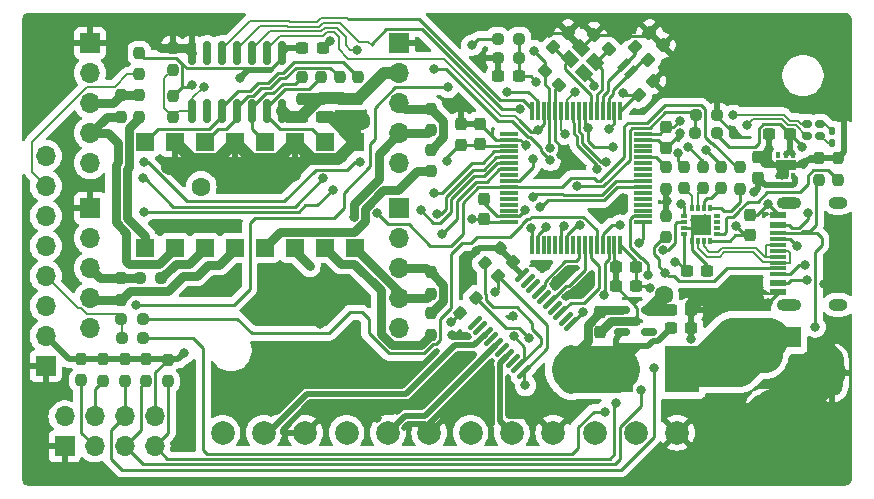
<source format=gtl>
G04 #@! TF.GenerationSoftware,KiCad,Pcbnew,7.0.2-0*
G04 #@! TF.CreationDate,2023-05-07T22:08:19-05:00*
G04 #@! TF.ProjectId,spudglo_driver_v4p3,73707564-676c-46f5-9f64-72697665725f,rev?*
G04 #@! TF.SameCoordinates,Original*
G04 #@! TF.FileFunction,Copper,L1,Top*
G04 #@! TF.FilePolarity,Positive*
%FSLAX46Y46*%
G04 Gerber Fmt 4.6, Leading zero omitted, Abs format (unit mm)*
G04 Created by KiCad (PCBNEW 7.0.2-0) date 2023-05-07 22:08:19*
%MOMM*%
%LPD*%
G01*
G04 APERTURE LIST*
G04 Aperture macros list*
%AMRoundRect*
0 Rectangle with rounded corners*
0 $1 Rounding radius*
0 $2 $3 $4 $5 $6 $7 $8 $9 X,Y pos of 4 corners*
0 Add a 4 corners polygon primitive as box body*
4,1,4,$2,$3,$4,$5,$6,$7,$8,$9,$2,$3,0*
0 Add four circle primitives for the rounded corners*
1,1,$1+$1,$2,$3*
1,1,$1+$1,$4,$5*
1,1,$1+$1,$6,$7*
1,1,$1+$1,$8,$9*
0 Add four rect primitives between the rounded corners*
20,1,$1+$1,$2,$3,$4,$5,0*
20,1,$1+$1,$4,$5,$6,$7,0*
20,1,$1+$1,$6,$7,$8,$9,0*
20,1,$1+$1,$8,$9,$2,$3,0*%
%AMRotRect*
0 Rectangle, with rotation*
0 The origin of the aperture is its center*
0 $1 length*
0 $2 width*
0 $3 Rotation angle, in degrees counterclockwise*
0 Add horizontal line*
21,1,$1,$2,0,0,$3*%
G04 Aperture macros list end*
G04 #@! TA.AperFunction,SMDPad,CuDef*
%ADD10RoundRect,0.160000X0.222500X0.160000X-0.222500X0.160000X-0.222500X-0.160000X0.222500X-0.160000X0*%
G04 #@! TD*
G04 #@! TA.AperFunction,SMDPad,CuDef*
%ADD11RoundRect,0.135000X-0.135000X-0.185000X0.135000X-0.185000X0.135000X0.185000X-0.135000X0.185000X0*%
G04 #@! TD*
G04 #@! TA.AperFunction,SMDPad,CuDef*
%ADD12RoundRect,0.237500X-0.237500X0.250000X-0.237500X-0.250000X0.237500X-0.250000X0.237500X0.250000X0*%
G04 #@! TD*
G04 #@! TA.AperFunction,SMDPad,CuDef*
%ADD13RoundRect,0.237500X0.250000X0.237500X-0.250000X0.237500X-0.250000X-0.237500X0.250000X-0.237500X0*%
G04 #@! TD*
G04 #@! TA.AperFunction,SMDPad,CuDef*
%ADD14RoundRect,0.237500X-0.237500X0.300000X-0.237500X-0.300000X0.237500X-0.300000X0.237500X0.300000X0*%
G04 #@! TD*
G04 #@! TA.AperFunction,ComponentPad*
%ADD15R,1.700000X1.700000*%
G04 #@! TD*
G04 #@! TA.AperFunction,ComponentPad*
%ADD16O,1.700000X1.700000*%
G04 #@! TD*
G04 #@! TA.AperFunction,SMDPad,CuDef*
%ADD17RotRect,0.575000X1.140000X135.000000*%
G04 #@! TD*
G04 #@! TA.AperFunction,SMDPad,CuDef*
%ADD18RoundRect,0.075000X-0.075000X0.700000X-0.075000X-0.700000X0.075000X-0.700000X0.075000X0.700000X0*%
G04 #@! TD*
G04 #@! TA.AperFunction,SMDPad,CuDef*
%ADD19RoundRect,0.075000X-0.700000X0.075000X-0.700000X-0.075000X0.700000X-0.075000X0.700000X0.075000X0*%
G04 #@! TD*
G04 #@! TA.AperFunction,SMDPad,CuDef*
%ADD20RoundRect,0.237500X-0.300000X-0.237500X0.300000X-0.237500X0.300000X0.237500X-0.300000X0.237500X0*%
G04 #@! TD*
G04 #@! TA.AperFunction,SMDPad,CuDef*
%ADD21RoundRect,0.237500X0.237500X-0.250000X0.237500X0.250000X-0.237500X0.250000X-0.237500X-0.250000X0*%
G04 #@! TD*
G04 #@! TA.AperFunction,SMDPad,CuDef*
%ADD22RoundRect,0.237500X0.300000X0.237500X-0.300000X0.237500X-0.300000X-0.237500X0.300000X-0.237500X0*%
G04 #@! TD*
G04 #@! TA.AperFunction,SMDPad,CuDef*
%ADD23R,1.500000X1.500000*%
G04 #@! TD*
G04 #@! TA.AperFunction,SMDPad,CuDef*
%ADD24RoundRect,0.237500X-0.008839X-0.344715X0.344715X0.008839X0.008839X0.344715X-0.344715X-0.008839X0*%
G04 #@! TD*
G04 #@! TA.AperFunction,SMDPad,CuDef*
%ADD25R,3.000000X4.000000*%
G04 #@! TD*
G04 #@! TA.AperFunction,SMDPad,CuDef*
%ADD26RotRect,1.000000X1.200000X45.000000*%
G04 #@! TD*
G04 #@! TA.AperFunction,SMDPad,CuDef*
%ADD27RoundRect,0.237500X0.237500X-0.300000X0.237500X0.300000X-0.237500X0.300000X-0.237500X-0.300000X0*%
G04 #@! TD*
G04 #@! TA.AperFunction,SMDPad,CuDef*
%ADD28RoundRect,0.237500X-0.250000X-0.237500X0.250000X-0.237500X0.250000X0.237500X-0.250000X0.237500X0*%
G04 #@! TD*
G04 #@! TA.AperFunction,SMDPad,CuDef*
%ADD29RoundRect,0.237500X-0.044194X-0.380070X0.380070X0.044194X0.044194X0.380070X-0.380070X-0.044194X0*%
G04 #@! TD*
G04 #@! TA.AperFunction,ComponentPad*
%ADD30C,2.000000*%
G04 #@! TD*
G04 #@! TA.AperFunction,SMDPad,CuDef*
%ADD31RoundRect,0.150000X-0.512500X-0.150000X0.512500X-0.150000X0.512500X0.150000X-0.512500X0.150000X0*%
G04 #@! TD*
G04 #@! TA.AperFunction,SMDPad,CuDef*
%ADD32RoundRect,0.237500X-0.380070X0.044194X0.044194X-0.380070X0.380070X-0.044194X-0.044194X0.380070X0*%
G04 #@! TD*
G04 #@! TA.AperFunction,ComponentPad*
%ADD33R,4.400000X1.800000*%
G04 #@! TD*
G04 #@! TA.AperFunction,ComponentPad*
%ADD34O,4.000000X1.800000*%
G04 #@! TD*
G04 #@! TA.AperFunction,ComponentPad*
%ADD35O,1.800000X4.000000*%
G04 #@! TD*
G04 #@! TA.AperFunction,SMDPad,CuDef*
%ADD36R,1.450000X0.600000*%
G04 #@! TD*
G04 #@! TA.AperFunction,SMDPad,CuDef*
%ADD37R,1.450000X0.300000*%
G04 #@! TD*
G04 #@! TA.AperFunction,ComponentPad*
%ADD38O,2.100000X1.000000*%
G04 #@! TD*
G04 #@! TA.AperFunction,ComponentPad*
%ADD39O,1.600000X1.000000*%
G04 #@! TD*
G04 #@! TA.AperFunction,SMDPad,CuDef*
%ADD40R,0.625000X0.300000*%
G04 #@! TD*
G04 #@! TA.AperFunction,SMDPad,CuDef*
%ADD41R,0.300000X0.625000*%
G04 #@! TD*
G04 #@! TA.AperFunction,SMDPad,CuDef*
%ADD42R,1.700000X1.700000*%
G04 #@! TD*
G04 #@! TA.AperFunction,SMDPad,CuDef*
%ADD43RoundRect,0.237500X0.380070X-0.044194X-0.044194X0.380070X-0.380070X0.044194X0.044194X-0.380070X0*%
G04 #@! TD*
G04 #@! TA.AperFunction,SMDPad,CuDef*
%ADD44R,0.400000X0.470000*%
G04 #@! TD*
G04 #@! TA.AperFunction,SMDPad,CuDef*
%ADD45R,1.700000X0.950000*%
G04 #@! TD*
G04 #@! TA.AperFunction,SMDPad,CuDef*
%ADD46RoundRect,0.100000X0.380070X0.521491X-0.521491X-0.380070X-0.380070X-0.521491X0.521491X0.380070X0*%
G04 #@! TD*
G04 #@! TA.AperFunction,SMDPad,CuDef*
%ADD47RoundRect,0.150000X-0.150000X0.825000X-0.150000X-0.825000X0.150000X-0.825000X0.150000X0.825000X0*%
G04 #@! TD*
G04 #@! TA.AperFunction,ViaPad*
%ADD48C,0.800000*%
G04 #@! TD*
G04 #@! TA.AperFunction,ViaPad*
%ADD49C,2.000000*%
G04 #@! TD*
G04 #@! TA.AperFunction,ViaPad*
%ADD50C,1.600000*%
G04 #@! TD*
G04 #@! TA.AperFunction,Conductor*
%ADD51C,0.250000*%
G04 #@! TD*
G04 #@! TA.AperFunction,Conductor*
%ADD52C,0.200000*%
G04 #@! TD*
G04 #@! TA.AperFunction,Conductor*
%ADD53C,0.500000*%
G04 #@! TD*
G04 #@! TA.AperFunction,Conductor*
%ADD54C,3.000000*%
G04 #@! TD*
G04 #@! TA.AperFunction,Conductor*
%ADD55C,2.000000*%
G04 #@! TD*
G04 #@! TA.AperFunction,Conductor*
%ADD56C,1.000000*%
G04 #@! TD*
G04 #@! TA.AperFunction,Conductor*
%ADD57C,0.750000*%
G04 #@! TD*
G04 #@! TA.AperFunction,Conductor*
%ADD58C,4.000000*%
G04 #@! TD*
G04 APERTURE END LIST*
D10*
X262745000Y-57875000D03*
X261600000Y-57875000D03*
X262745000Y-56875000D03*
X261600000Y-56875000D03*
D11*
X263755000Y-57450000D03*
X264775000Y-57450000D03*
X263765000Y-58500000D03*
X264785000Y-58500000D03*
D12*
X207510000Y-76840000D03*
X207510000Y-78665000D03*
D13*
X206955000Y-69950000D03*
X205130000Y-69950000D03*
D14*
X244100000Y-72797500D03*
X244100000Y-74522500D03*
D15*
X200914000Y-64008000D03*
D16*
X200914000Y-66548000D03*
X200914000Y-69088000D03*
X200914000Y-71628000D03*
X200914000Y-74168000D03*
D17*
X246691682Y-52471682D03*
X246108318Y-51888318D03*
D18*
X245812000Y-55793000D03*
X245312000Y-55793000D03*
X244812000Y-55793000D03*
X244312000Y-55793000D03*
X243812000Y-55793000D03*
X243312000Y-55793000D03*
X242812000Y-55793000D03*
X242312000Y-55793000D03*
X241812000Y-55793000D03*
X241312000Y-55793000D03*
X240812000Y-55793000D03*
X240312000Y-55793000D03*
X239812000Y-55793000D03*
X239312000Y-55793000D03*
X238812000Y-55793000D03*
X238312000Y-55793000D03*
D19*
X236387000Y-57718000D03*
X236387000Y-58218000D03*
X236387000Y-58718000D03*
X236387000Y-59218000D03*
X236387000Y-59718000D03*
X236387000Y-60218000D03*
X236387000Y-60718000D03*
X236387000Y-61218000D03*
X236387000Y-61718000D03*
X236387000Y-62218000D03*
X236387000Y-62718000D03*
X236387000Y-63218000D03*
X236387000Y-63718000D03*
X236387000Y-64218000D03*
X236387000Y-64718000D03*
X236387000Y-65218000D03*
D18*
X238312000Y-67143000D03*
X238812000Y-67143000D03*
X239312000Y-67143000D03*
X239812000Y-67143000D03*
X240312000Y-67143000D03*
X240812000Y-67143000D03*
X241312000Y-67143000D03*
X241812000Y-67143000D03*
X242312000Y-67143000D03*
X242812000Y-67143000D03*
X243312000Y-67143000D03*
X243812000Y-67143000D03*
X244312000Y-67143000D03*
X244812000Y-67143000D03*
X245312000Y-67143000D03*
X245812000Y-67143000D03*
D19*
X247737000Y-65218000D03*
X247737000Y-64718000D03*
X247737000Y-64218000D03*
X247737000Y-63718000D03*
X247737000Y-63218000D03*
X247737000Y-62718000D03*
X247737000Y-62218000D03*
X247737000Y-61718000D03*
X247737000Y-61218000D03*
X247737000Y-60718000D03*
X247737000Y-60218000D03*
X247737000Y-59718000D03*
X247737000Y-59218000D03*
X247737000Y-58718000D03*
X247737000Y-58218000D03*
X247737000Y-57718000D03*
D20*
X218887500Y-50440000D03*
X220612500Y-50440000D03*
D21*
X205090000Y-56260000D03*
X205090000Y-54435000D03*
D22*
X237202500Y-52870000D03*
X235477500Y-52870000D03*
D15*
X197160000Y-77375000D03*
D16*
X197160000Y-74835000D03*
X197160000Y-72295000D03*
X197160000Y-69755000D03*
X197160000Y-67215000D03*
X197160000Y-64675000D03*
X197160000Y-62135000D03*
X197160000Y-59595000D03*
D20*
X251450000Y-69380000D03*
X253175000Y-69380000D03*
D22*
X260140000Y-57777500D03*
X258415000Y-57777500D03*
D23*
X205570000Y-67400000D03*
X208110000Y-67400000D03*
X210650000Y-67400000D03*
X213190000Y-67400000D03*
X215730000Y-67400000D03*
X218270000Y-67400000D03*
X220810000Y-67400000D03*
X223350000Y-67400000D03*
X223350000Y-58400000D03*
X220810000Y-58400000D03*
X218270000Y-58400000D03*
X215730000Y-58400000D03*
X213190000Y-58400000D03*
X210650000Y-58400000D03*
X208110000Y-58400000D03*
X205570000Y-58400000D03*
D15*
X227076000Y-50038000D03*
D16*
X227076000Y-52578000D03*
X227076000Y-55118000D03*
X227076000Y-57658000D03*
X227076000Y-60198000D03*
D12*
X229750000Y-69460000D03*
X229750000Y-71285000D03*
D24*
X232274765Y-72875235D03*
X233565235Y-71584765D03*
D25*
X251010000Y-77660000D03*
X245410000Y-77660000D03*
D20*
X250077500Y-74200000D03*
X251802500Y-74200000D03*
D26*
X241549340Y-51368579D03*
X242751421Y-52570660D03*
X243670660Y-51651421D03*
X242468579Y-50449340D03*
D21*
X249670000Y-66465000D03*
X249670000Y-64640000D03*
D13*
X205422500Y-74970000D03*
X203597500Y-74970000D03*
D27*
X233910000Y-58605000D03*
X233910000Y-56880000D03*
D21*
X223620000Y-54735000D03*
X223620000Y-52910000D03*
D12*
X203570000Y-54440000D03*
X203570000Y-56265000D03*
D21*
X229770000Y-74720000D03*
X229770000Y-72895000D03*
D27*
X234260000Y-64955000D03*
X234260000Y-63230000D03*
D28*
X252180000Y-56120000D03*
X254005000Y-56120000D03*
D12*
X205620000Y-76827500D03*
X205620000Y-78652500D03*
D22*
X247135000Y-69030000D03*
X245410000Y-69030000D03*
D29*
X247048318Y-50378318D03*
X248268078Y-49158558D03*
D13*
X253982500Y-57690000D03*
X252157500Y-57690000D03*
D15*
X200914000Y-50038000D03*
D16*
X200914000Y-52578000D03*
X200914000Y-55118000D03*
X200914000Y-57658000D03*
X200914000Y-60198000D03*
D13*
X237250000Y-51300000D03*
X235425000Y-51300000D03*
D30*
X212130000Y-83040000D03*
X215630000Y-83040000D03*
X219130000Y-83040000D03*
X222630000Y-83040000D03*
X226130000Y-83040000D03*
X229630000Y-83040000D03*
X233130000Y-83040000D03*
X236630000Y-83040000D03*
X240130000Y-83040000D03*
X243630000Y-83040000D03*
X247130000Y-83040000D03*
X250630000Y-83040000D03*
D12*
X203550000Y-69950000D03*
X203550000Y-71775000D03*
X251220000Y-60510000D03*
X251220000Y-62335000D03*
X207960000Y-54490000D03*
X207960000Y-56315000D03*
D31*
X245962500Y-72630000D03*
X245962500Y-73580000D03*
X245962500Y-74530000D03*
X248237500Y-74530000D03*
X248237500Y-72630000D03*
D29*
X240140240Y-50379760D03*
X241360000Y-49160000D03*
D32*
X239430240Y-52380240D03*
X240650000Y-53600000D03*
D15*
X198755000Y-84190000D03*
D16*
X198755000Y-81650000D03*
X201295000Y-84190000D03*
X201295000Y-81650000D03*
X203835000Y-84190000D03*
X203835000Y-81650000D03*
X206375000Y-84190000D03*
X206375000Y-81650000D03*
D21*
X218850000Y-54750000D03*
X218850000Y-52925000D03*
X207900000Y-52282500D03*
X207900000Y-50457500D03*
D12*
X255910000Y-60555000D03*
X255910000Y-62380000D03*
X252770000Y-60517500D03*
X252770000Y-62342500D03*
D21*
X262610000Y-61625000D03*
X262610000Y-59800000D03*
X229780000Y-60892500D03*
X229780000Y-59067500D03*
D12*
X205070000Y-50865000D03*
X205070000Y-52690000D03*
D33*
X258930000Y-74950000D03*
D34*
X258930000Y-80750000D03*
D35*
X263730000Y-77950000D03*
D14*
X249670000Y-57177500D03*
X249670000Y-58902500D03*
D24*
X234329530Y-68690470D03*
X235620000Y-67400000D03*
D36*
X259165000Y-71120000D03*
X259165000Y-70320000D03*
D37*
X259165000Y-69120000D03*
X259165000Y-68120000D03*
X259165000Y-67620000D03*
X259165000Y-66620000D03*
D36*
X259165000Y-65420000D03*
X259165000Y-64620000D03*
X259165000Y-64620000D03*
X259165000Y-65420000D03*
D37*
X259165000Y-66120000D03*
X259165000Y-67120000D03*
X259165000Y-68620000D03*
X259165000Y-69620000D03*
D36*
X259165000Y-70320000D03*
X259165000Y-71120000D03*
D38*
X260080000Y-72190000D03*
D39*
X264260000Y-72190000D03*
D38*
X260080000Y-63550000D03*
D39*
X264260000Y-63550000D03*
D20*
X250077500Y-72610000D03*
X251802500Y-72610000D03*
D21*
X220460000Y-54750000D03*
X220460000Y-52925000D03*
D15*
X227076000Y-64008000D03*
D16*
X227076000Y-66548000D03*
X227076000Y-69088000D03*
X227076000Y-71628000D03*
X227076000Y-74168000D03*
D22*
X247132500Y-70590000D03*
X245407500Y-70590000D03*
D13*
X205392500Y-73370000D03*
X203567500Y-73370000D03*
D40*
X253987500Y-66190000D03*
X253987500Y-65690000D03*
X253987500Y-65190000D03*
X253987500Y-64690000D03*
D41*
X253380000Y-64022500D03*
X252880000Y-64022500D03*
X252380000Y-64022500D03*
X251880000Y-64022500D03*
D40*
X251212500Y-64690000D03*
X251212500Y-65190000D03*
X251212500Y-65690000D03*
X251212500Y-66190000D03*
D41*
X251880000Y-66797500D03*
X252380000Y-66797500D03*
X252880000Y-66797500D03*
X253380000Y-66797500D03*
D42*
X252605000Y-65415000D03*
D29*
X248168318Y-51458318D03*
X249388078Y-50238558D03*
D12*
X249660000Y-60550000D03*
X249660000Y-62375000D03*
D27*
X256810000Y-66315000D03*
X256810000Y-64590000D03*
D20*
X218844999Y-56340000D03*
X220569999Y-56340000D03*
D43*
X244820000Y-50580000D03*
X243600240Y-49360240D03*
D12*
X229770000Y-55590000D03*
X229770000Y-57415000D03*
D28*
X235425000Y-49690000D03*
X237250000Y-49690000D03*
D27*
X232330000Y-58642500D03*
X232330000Y-56917500D03*
D12*
X254320000Y-60497500D03*
X254320000Y-62322500D03*
D29*
X247370120Y-54469880D03*
X248589880Y-53250120D03*
D44*
X259160000Y-61310000D03*
X259810000Y-61310000D03*
X260460000Y-61310000D03*
X260460000Y-59480000D03*
X259810000Y-59480000D03*
X259160000Y-59480000D03*
D45*
X259810000Y-60395000D03*
D46*
X241662380Y-73834194D03*
X241202761Y-73374575D03*
X240743142Y-72914955D03*
X240283522Y-72455336D03*
X239823903Y-71995717D03*
X239364283Y-71536097D03*
X238904664Y-71076478D03*
X238445045Y-70616858D03*
X237985425Y-70157239D03*
X237525806Y-69697620D03*
X233477620Y-73745806D03*
X233937239Y-74205425D03*
X234396858Y-74665045D03*
X234856478Y-75124664D03*
X235316097Y-75584283D03*
X235775717Y-76043903D03*
X236235336Y-76503522D03*
X236694955Y-76963142D03*
X237154575Y-77422761D03*
X237614194Y-77882380D03*
D12*
X203890000Y-76810000D03*
X203890000Y-78635000D03*
D47*
X217180000Y-50880000D03*
X215910000Y-50880000D03*
X214640000Y-50880000D03*
X213370000Y-50880000D03*
X212100000Y-50880000D03*
X210830000Y-50880000D03*
X209560000Y-50880000D03*
X209560000Y-55830000D03*
X210830000Y-55830000D03*
X212100000Y-55830000D03*
X213370000Y-55830000D03*
X214640000Y-55830000D03*
X215910000Y-55830000D03*
X217180000Y-55830000D03*
D21*
X222060000Y-54732500D03*
X222060000Y-52907500D03*
D27*
X257425000Y-61452500D03*
X257425000Y-59727500D03*
D21*
X264220000Y-61612500D03*
X264220000Y-59787500D03*
D12*
X200140000Y-76777500D03*
X200140000Y-78602500D03*
X201980000Y-76827500D03*
X201980000Y-78652500D03*
D29*
X235470000Y-69770000D03*
X236689760Y-68550240D03*
D48*
X255375000Y-56150000D03*
X256525000Y-57000000D03*
X242000000Y-54175000D03*
X241125000Y-57725000D03*
X249626372Y-69488779D03*
X261475000Y-68850000D03*
X262305000Y-74075000D03*
X260775000Y-67250000D03*
X235169664Y-71145970D03*
X237780000Y-79020000D03*
D49*
X241660000Y-76640000D03*
X241660000Y-78760000D03*
D50*
X207680000Y-60410000D03*
D48*
X249770000Y-63430000D03*
X258415000Y-58987500D03*
X242010000Y-71200000D03*
X259337500Y-60395000D03*
X236740000Y-73120000D03*
X206897500Y-50457500D03*
X209360000Y-81350000D03*
X250136961Y-52129500D03*
X256840000Y-81750000D03*
X255470000Y-57680000D03*
X239480000Y-68910000D03*
X221255378Y-49844622D03*
X240350000Y-70360000D03*
D50*
X213200000Y-60790000D03*
D48*
X246340000Y-49400500D03*
D50*
X218045000Y-61005000D03*
D48*
X261845000Y-78215000D03*
X216250000Y-81300000D03*
X263030000Y-70460000D03*
D50*
X223880000Y-56600000D03*
D48*
X245574647Y-49400500D03*
X253000000Y-65770000D03*
X261605000Y-79755000D03*
X237790000Y-58700000D03*
X247140000Y-73600000D03*
X253020000Y-64950000D03*
X209460000Y-65690000D03*
X246025000Y-63150000D03*
X260140000Y-85410000D03*
X250840500Y-57664098D03*
X233600000Y-67610000D03*
X210700000Y-71060000D03*
X258290000Y-63640000D03*
X234220000Y-51300000D03*
X258330000Y-72060000D03*
X220380000Y-73810000D03*
X252170000Y-64980000D03*
X222220000Y-70090000D03*
X260147500Y-60395000D03*
X261090000Y-78970000D03*
X231600000Y-74770000D03*
X251830000Y-75060498D03*
X225168126Y-81762031D03*
X249480000Y-52430000D03*
D50*
X252420000Y-71590000D03*
D48*
X240766521Y-59476088D03*
X243560000Y-53650000D03*
X238200000Y-82050000D03*
X239743256Y-49196744D03*
X237770000Y-64180000D03*
X210570000Y-53720000D03*
X225205826Y-64406326D03*
X239889500Y-58895701D03*
X231140000Y-59990000D03*
X250840000Y-56640000D03*
D50*
X249470000Y-71390000D03*
D48*
X209520000Y-53567918D03*
X248300000Y-70760000D03*
X250476027Y-68553876D03*
D50*
X210320000Y-62190000D03*
D48*
X238470000Y-50680500D03*
X231470000Y-73690000D03*
X246045000Y-54235000D03*
X233225000Y-64955000D03*
X233253028Y-50217067D03*
X213600000Y-52980000D03*
X208890000Y-76290000D03*
X242362646Y-65454500D03*
X238060000Y-75000000D03*
X242680000Y-72820000D03*
X236770000Y-74870000D03*
X241074858Y-65514858D03*
X238875000Y-57435000D03*
X251571500Y-58845906D03*
X239889500Y-59955500D03*
X230060000Y-52250000D03*
X223480000Y-50610000D03*
X244813008Y-57337393D03*
X237310000Y-55640000D03*
X238440000Y-59830000D03*
X244455000Y-71385000D03*
X245440000Y-80530000D03*
X247361500Y-66997503D03*
X248630000Y-77530000D03*
X248145636Y-69709730D03*
X247560000Y-79420000D03*
X238980000Y-63950000D03*
X238390000Y-63100000D03*
X219530000Y-68940000D03*
X223230000Y-64740000D03*
X244620000Y-60100000D03*
X250970000Y-63630000D03*
X249390000Y-67590000D03*
X243810000Y-60740000D03*
X243050000Y-57210000D03*
X245192794Y-58802794D03*
X238705740Y-53364500D03*
X250725769Y-59378583D03*
X253060000Y-59110000D03*
X238250000Y-65660000D03*
X239530000Y-65610000D03*
X242150000Y-62180000D03*
X257170000Y-62650000D03*
X261580500Y-70100000D03*
X261670000Y-64410000D03*
X255590000Y-65560000D03*
X261150000Y-58860000D03*
X205440000Y-60140000D03*
X230010000Y-62730000D03*
X223760000Y-60080000D03*
X245791645Y-65454500D03*
X244505000Y-81255000D03*
X236195969Y-54145500D03*
X204790000Y-72180000D03*
X231240000Y-53780000D03*
X230690000Y-66220000D03*
X228930000Y-64200000D03*
X221470000Y-62450000D03*
X205460000Y-64350000D03*
X230280000Y-64510000D03*
X205410000Y-61500000D03*
X220620000Y-61484500D03*
D51*
X249626372Y-69488779D02*
X249905061Y-69767468D01*
X250367468Y-69767468D02*
X250780000Y-70180000D01*
X250780000Y-70180000D02*
X253707995Y-70180000D01*
X249905061Y-69767468D02*
X250367468Y-69767468D01*
X254837995Y-69050000D02*
X258120000Y-69050000D01*
X253707995Y-70180000D02*
X254837995Y-69050000D01*
X258120000Y-69050000D02*
X258190000Y-69120000D01*
X258190000Y-69120000D02*
X259165000Y-69120000D01*
D52*
X261600000Y-56875000D02*
X261132648Y-56875000D01*
X261132648Y-56875000D02*
X260860148Y-56602500D01*
X260860148Y-56602500D02*
X260143186Y-56602500D01*
X260143186Y-56602500D02*
X259643186Y-56102500D01*
X259643186Y-56102500D02*
X255422500Y-56102500D01*
X255422500Y-56102500D02*
X255375000Y-56150000D01*
X256525000Y-57000000D02*
X257022500Y-56502500D01*
X257022500Y-56502500D02*
X259477500Y-56502500D01*
X259477500Y-56502500D02*
X259977500Y-57002500D01*
X259977500Y-57002500D02*
X260694462Y-57002500D01*
X260694462Y-57002500D02*
X261566962Y-57875000D01*
X261566962Y-57875000D02*
X261600000Y-57875000D01*
D51*
X244813008Y-57337393D02*
X245312000Y-56838401D01*
X245312000Y-56838401D02*
X245312000Y-55793000D01*
D52*
X241312000Y-54863000D02*
X242000000Y-54175000D01*
X241312000Y-55793000D02*
X241312000Y-54863000D01*
X240812000Y-57412000D02*
X241125000Y-57725000D01*
X240812000Y-55793000D02*
X240812000Y-57412000D01*
X263765000Y-58500000D02*
X263370000Y-58500000D01*
X263370000Y-58500000D02*
X262745000Y-57875000D01*
X263755000Y-57450000D02*
X263180000Y-56875000D01*
X263180000Y-56875000D02*
X262745000Y-56875000D01*
D53*
X264785000Y-58500000D02*
X264785000Y-57460000D01*
X264785000Y-57460000D02*
X264775000Y-57450000D01*
X264220000Y-59787500D02*
X264785000Y-59222500D01*
X264785000Y-59222500D02*
X264785000Y-58500000D01*
D51*
X240312000Y-55793000D02*
X240312000Y-53938000D01*
X240312000Y-53938000D02*
X240650000Y-53600000D01*
X242150000Y-57971701D02*
X241862000Y-57683701D01*
X241862000Y-56808000D02*
X241812000Y-56758000D01*
X241862000Y-57683701D02*
X241862000Y-56808000D01*
X243810000Y-60340000D02*
X242150000Y-58680000D01*
X242150000Y-58680000D02*
X242150000Y-57971701D01*
X243810000Y-60740000D02*
X243810000Y-60340000D01*
X241812000Y-56758000D02*
X241812000Y-55793000D01*
X244620000Y-60100000D02*
X244206396Y-60100000D01*
X242600000Y-58493604D02*
X242600000Y-57785305D01*
X244206396Y-60100000D02*
X242600000Y-58493604D01*
X242600000Y-57785305D02*
X242312000Y-57497305D01*
X242312000Y-57497305D02*
X242312000Y-55793000D01*
X240766521Y-59476088D02*
X240550469Y-59260036D01*
X240550469Y-59260036D02*
X240614500Y-59196006D01*
X240614500Y-59196006D02*
X240614500Y-58595396D01*
X240614500Y-58595396D02*
X240312000Y-58292896D01*
X240312000Y-58292896D02*
X240312000Y-55793000D01*
X239889500Y-58895701D02*
X239812000Y-58818201D01*
X239812000Y-58818201D02*
X239812000Y-55793000D01*
X239100000Y-59166000D02*
X239100000Y-58930000D01*
X239100000Y-58930000D02*
X238185000Y-58015000D01*
X238185000Y-58015000D02*
X238035000Y-58015000D01*
X238035000Y-58015000D02*
X236640000Y-56620000D01*
X239889500Y-59955500D02*
X239100000Y-59166000D01*
X231060000Y-52200000D02*
X230110000Y-52200000D01*
X235480000Y-56620000D02*
X231060000Y-52200000D01*
X236640000Y-56620000D02*
X235480000Y-56620000D01*
X230110000Y-52200000D02*
X230060000Y-52250000D01*
X249626372Y-69488779D02*
X249089695Y-68952102D01*
X249089695Y-68952102D02*
X249089695Y-68315000D01*
X249089695Y-68315000D02*
X248665000Y-67890305D01*
X248665000Y-67890305D02*
X248665000Y-67289695D01*
X248665000Y-67289695D02*
X249489695Y-66465000D01*
X249489695Y-66465000D02*
X249670000Y-66465000D01*
X250476027Y-68553876D02*
X250623876Y-68553876D01*
X250623876Y-68553876D02*
X251450000Y-69380000D01*
X247361500Y-66997503D02*
X247737000Y-66622003D01*
X247737000Y-66622003D02*
X247737000Y-65218000D01*
X248145636Y-69709730D02*
X248145636Y-68707641D01*
X248145636Y-68707641D02*
X247667995Y-68230000D01*
X247667995Y-68230000D02*
X247535396Y-68230000D01*
X247535396Y-68230000D02*
X246637000Y-67331604D01*
X246637000Y-64977315D02*
X246896315Y-64718000D01*
X246637000Y-67331604D02*
X246637000Y-64977315D01*
X246896315Y-64718000D02*
X247737000Y-64718000D01*
X245791645Y-65454500D02*
X245095500Y-65454500D01*
X245095500Y-65454500D02*
X244312000Y-66238000D01*
X244312000Y-66238000D02*
X244312000Y-67143000D01*
X251571500Y-58845906D02*
X252770000Y-60044406D01*
X252770000Y-60044406D02*
X252770000Y-60517500D01*
X250840500Y-57664098D02*
X250840500Y-57732000D01*
X250840500Y-57732000D02*
X249670000Y-58902500D01*
X260910000Y-68850000D02*
X261475000Y-68850000D01*
X260140000Y-69620000D02*
X260910000Y-68850000D01*
X259165000Y-69620000D02*
X260140000Y-69620000D01*
X260775000Y-67250000D02*
X260145000Y-66620000D01*
X260145000Y-66620000D02*
X259165000Y-66620000D01*
X261580500Y-70100000D02*
X261540500Y-70060000D01*
X259990000Y-70320000D02*
X259165000Y-70320000D01*
X261540500Y-70060000D02*
X260250000Y-70060000D01*
X260250000Y-70060000D02*
X259990000Y-70320000D01*
X262305000Y-74075000D02*
X262305000Y-67695305D01*
X262305000Y-67695305D02*
X262850000Y-67150305D01*
X262850000Y-67150305D02*
X262850000Y-66549695D01*
X262850000Y-66549695D02*
X262420978Y-66120673D01*
X262420978Y-66120673D02*
X261095674Y-66120673D01*
X261095674Y-66120673D02*
X261086346Y-66130001D01*
X261086346Y-66130001D02*
X259175001Y-66130001D01*
X259175001Y-66130001D02*
X259165000Y-66120000D01*
X261086346Y-66130001D02*
X261241347Y-65975000D01*
X262375000Y-61860000D02*
X262610000Y-61625000D01*
X261241347Y-65975000D02*
X261845000Y-65975000D01*
X261845000Y-65975000D02*
X262395000Y-65425000D01*
X262395000Y-64109695D02*
X262375000Y-64089695D01*
X262395000Y-65425000D02*
X262395000Y-64109695D01*
X262375000Y-64089695D02*
X262375000Y-61860000D01*
D54*
X255860000Y-77660000D02*
X256140000Y-77380000D01*
X258440000Y-74740000D02*
X258630000Y-74930000D01*
D55*
X258930000Y-74950000D02*
X255480000Y-74950000D01*
D54*
X252350000Y-77660000D02*
X255270000Y-74740000D01*
D55*
X255480000Y-74950000D02*
X255270000Y-74740000D01*
D54*
X257070000Y-76450000D02*
X258060000Y-76450000D01*
D55*
X258930000Y-74950000D02*
X258930000Y-75580000D01*
X258930000Y-75580000D02*
X258060000Y-76450000D01*
D54*
X255270000Y-74740000D02*
X258440000Y-74740000D01*
X251010000Y-77660000D02*
X255860000Y-77660000D01*
X251010000Y-77660000D02*
X252350000Y-77660000D01*
X256140000Y-77380000D02*
X257070000Y-76450000D01*
D56*
X222060000Y-54732500D02*
X220477500Y-54732500D01*
D51*
X239630000Y-73930000D02*
X235470000Y-69770000D01*
D53*
X250077500Y-74201028D02*
X248998528Y-75280000D01*
D57*
X245962500Y-72630000D02*
X244267500Y-72630000D01*
D56*
X220447500Y-54762500D02*
X218850000Y-54762500D01*
X218844999Y-56201675D02*
X218844999Y-56340000D01*
D51*
X237780000Y-79020000D02*
X237614194Y-78854194D01*
D58*
X245410000Y-77660000D02*
X241950000Y-77660000D01*
D57*
X241660000Y-76640000D02*
X243050000Y-75250000D01*
D56*
X227076000Y-52578000D02*
X225777000Y-52578000D01*
D57*
X243050000Y-75250000D02*
X243050000Y-73885951D01*
D56*
X222062500Y-54735000D02*
X222060000Y-54732500D01*
X220477500Y-54732500D02*
X220460000Y-54750000D01*
D53*
X247310000Y-75660000D02*
X245410000Y-75660000D01*
D57*
X244267500Y-72630000D02*
X244100000Y-72797500D01*
D56*
X220460000Y-54750000D02*
X220447500Y-54762500D01*
X220296674Y-54750000D02*
X218844999Y-56201675D01*
D51*
X235470000Y-70845634D02*
X235470000Y-69770000D01*
D53*
X247360000Y-75710000D02*
X247310000Y-75660000D01*
X248560000Y-75280000D02*
X248130000Y-75710000D01*
D56*
X223620000Y-54735000D02*
X222062500Y-54735000D01*
D51*
X237614194Y-77882380D02*
X239630000Y-75866574D01*
D56*
X218844999Y-56340000D02*
X217690000Y-56340000D01*
X217690000Y-56340000D02*
X217180000Y-55830000D01*
D51*
X239630000Y-75866574D02*
X239630000Y-73930000D01*
D56*
X225777000Y-52578000D02*
X223620000Y-54735000D01*
D53*
X245410000Y-75660000D02*
X245410000Y-75082500D01*
X248130000Y-75710000D02*
X247360000Y-75710000D01*
X245410000Y-75082500D02*
X245962500Y-74530000D01*
D57*
X244100000Y-72835951D02*
X244100000Y-72797500D01*
X243050000Y-73885951D02*
X244100000Y-72835951D01*
D56*
X220460000Y-54750000D02*
X220296674Y-54750000D01*
D53*
X248998528Y-75280000D02*
X248560000Y-75280000D01*
D58*
X241950000Y-77660000D02*
X241940000Y-77650000D01*
D51*
X237614194Y-78854194D02*
X237614194Y-77882380D01*
D53*
X247360000Y-75710000D02*
X245410000Y-77660000D01*
X245410000Y-77660000D02*
X245410000Y-75660000D01*
X250077500Y-74200000D02*
X250077500Y-74201028D01*
D51*
X235169664Y-71145970D02*
X235470000Y-70845634D01*
D53*
X219250000Y-79760000D02*
X215970000Y-83040000D01*
X231780000Y-75630000D02*
X227650000Y-79760000D01*
X234396858Y-74665045D02*
X233431903Y-75630000D01*
X233431903Y-75630000D02*
X231780000Y-75630000D01*
X227650000Y-79760000D02*
X219250000Y-79760000D01*
X215970000Y-83040000D02*
X215630000Y-83040000D01*
D51*
X254005000Y-56275000D02*
X255310000Y-57580000D01*
D53*
X236350000Y-81590000D02*
X236323464Y-81563464D01*
D51*
X256810000Y-64590000D02*
X257340000Y-64590000D01*
X248589880Y-53250120D02*
X249410000Y-52430000D01*
X236387000Y-58218000D02*
X235248000Y-58218000D01*
D53*
X257425000Y-59727500D02*
X258045000Y-59727500D01*
D57*
X207900000Y-50457500D02*
X209137500Y-50457500D01*
D54*
X259330000Y-80730000D02*
X261090000Y-78970000D01*
D51*
X248026136Y-49400500D02*
X248268078Y-49158558D01*
D56*
X223350000Y-58400000D02*
X221900000Y-59850000D01*
D51*
X249660000Y-62375000D02*
X249660000Y-63320000D01*
D53*
X219539975Y-80459975D02*
X219540000Y-80460000D01*
D56*
X213190000Y-58400000D02*
X211740000Y-59850000D01*
D53*
X232820000Y-74770000D02*
X232980000Y-74930000D01*
X229290000Y-82290000D02*
X229190000Y-82290000D01*
X235620000Y-67400000D02*
X235620000Y-67480480D01*
D56*
X218270000Y-58400000D02*
X216820000Y-59850000D01*
D53*
X241663173Y-71200000D02*
X243387000Y-69476173D01*
D51*
X255410000Y-57680000D02*
X255470000Y-57680000D01*
X245574647Y-49400500D02*
X245534387Y-49360240D01*
D53*
X229630000Y-82319670D02*
X229600330Y-82290000D01*
D55*
X263730000Y-77950000D02*
X263410000Y-77950000D01*
D56*
X209560000Y-59850000D02*
X208110000Y-58400000D01*
D55*
X263410000Y-77950000D02*
X261605000Y-79755000D01*
D53*
X241394568Y-69045000D02*
X242160000Y-69045000D01*
D55*
X261605000Y-79755000D02*
X261470000Y-79890000D01*
D53*
X229630000Y-83040000D02*
X229630000Y-82319670D01*
D51*
X249660000Y-63320000D02*
X249770000Y-63430000D01*
D53*
X236689760Y-68861574D02*
X237525806Y-69697620D01*
D51*
X251880000Y-66140000D02*
X252605000Y-65415000D01*
D53*
X258362500Y-60017500D02*
X258075000Y-60017500D01*
X258740000Y-60395000D02*
X258415000Y-60070000D01*
D51*
X235425000Y-51300000D02*
X234220000Y-51300000D01*
X233910000Y-56880000D02*
X232367500Y-56880000D01*
D53*
X219130000Y-83040000D02*
X217240000Y-83040000D01*
X231794975Y-76604975D02*
X232069950Y-76330000D01*
X261160000Y-60115000D02*
X261517500Y-60115000D01*
X236323464Y-81563464D02*
X236323464Y-78280000D01*
X249670000Y-64640000D02*
X249670000Y-63530000D01*
X262482500Y-59927500D02*
X261705000Y-59927500D01*
D51*
X253175000Y-68825000D02*
X251880000Y-67530000D01*
X235355995Y-64718000D02*
X234260000Y-63622005D01*
X232367500Y-56880000D02*
X232330000Y-56917500D01*
D53*
X241432792Y-71200000D02*
X241663173Y-71200000D01*
D51*
X251212500Y-65690000D02*
X252330000Y-65690000D01*
X247250000Y-73490000D02*
X247140000Y-73600000D01*
D53*
X258415000Y-60070000D02*
X258415000Y-58987500D01*
D51*
X237308000Y-58218000D02*
X236387000Y-58218000D01*
D53*
X240350000Y-70360000D02*
X240220000Y-70230000D01*
D56*
X223350000Y-58400000D02*
X223350000Y-57130000D01*
D53*
X234923464Y-82130000D02*
X234923464Y-82323414D01*
X249670000Y-63530000D02*
X249770000Y-63430000D01*
X216720050Y-81300000D02*
X216995025Y-81025025D01*
D56*
X216820000Y-59850000D02*
X214640000Y-59850000D01*
D53*
X227939950Y-80460000D02*
X228254975Y-80144975D01*
X257675000Y-59727500D02*
X258415000Y-58987500D01*
X262610000Y-59800000D02*
X262482500Y-59927500D01*
D51*
X242468579Y-50449340D02*
X242511140Y-50449340D01*
D53*
X240593224Y-70413224D02*
X240263224Y-70743224D01*
X234923464Y-77433464D02*
X234923464Y-82130000D01*
X259810000Y-61047500D02*
X259485000Y-61372500D01*
X243445000Y-69935000D02*
X242180000Y-71200000D01*
D51*
X239780000Y-49160000D02*
X241360000Y-49160000D01*
D53*
X257425000Y-59727500D02*
X257675000Y-59727500D01*
X229630000Y-82260330D02*
X230380165Y-81510165D01*
D51*
X245312000Y-67143000D02*
X245312000Y-68932000D01*
D53*
X242160000Y-69045000D02*
X241961448Y-69045000D01*
X262610000Y-59800000D02*
X264207500Y-59800000D01*
X259810000Y-60395000D02*
X258740000Y-60395000D01*
X230380165Y-81510165D02*
X234940165Y-76950165D01*
X242498414Y-71458414D02*
X241386510Y-71458414D01*
D51*
X247250000Y-72432500D02*
X247250000Y-73490000D01*
D53*
X242180000Y-71200000D02*
X242010000Y-71200000D01*
X233460000Y-76450430D02*
X229025215Y-80885215D01*
X233600000Y-67610000D02*
X233810000Y-67400000D01*
D51*
X246340000Y-49400500D02*
X248026136Y-49400500D01*
X250136961Y-52129500D02*
X250136961Y-50987441D01*
D53*
X229630000Y-82630000D02*
X229290000Y-82290000D01*
X259362500Y-60842500D02*
X259810000Y-60395000D01*
D51*
X249410000Y-52430000D02*
X249480000Y-52430000D01*
D56*
X214640000Y-59850000D02*
X213700000Y-60790000D01*
D53*
X243445000Y-69534173D02*
X243445000Y-69815000D01*
X259810000Y-60660000D02*
X259160000Y-61310000D01*
D54*
X261845000Y-78215000D02*
X262290000Y-77770000D01*
D51*
X253175000Y-69380000D02*
X253175000Y-68825000D01*
D53*
X221207878Y-49844622D02*
X220612500Y-50440000D01*
X240263224Y-70743224D02*
X240250789Y-70743224D01*
D55*
X263730000Y-77950000D02*
X263730000Y-76830000D01*
D51*
X245534387Y-49360240D02*
X243600240Y-49360240D01*
X250136961Y-50987441D02*
X249388078Y-50238558D01*
X251880000Y-66797500D02*
X251880000Y-66140000D01*
X242751421Y-52570660D02*
X243560000Y-53379239D01*
X235477500Y-52870000D02*
X235477500Y-51352500D01*
D53*
X229190000Y-82290000D02*
X227870000Y-82290000D01*
X258415000Y-58987500D02*
X258415000Y-57777500D01*
D54*
X260630000Y-80730000D02*
X261470000Y-79890000D01*
D56*
X213700000Y-60790000D02*
X213200000Y-60790000D01*
D57*
X245962500Y-73580000D02*
X245042500Y-73580000D01*
D53*
X258740000Y-60395000D02*
X258362500Y-60017500D01*
D57*
X247120000Y-73580000D02*
X247140000Y-73600000D01*
D53*
X221255378Y-49844622D02*
X221207878Y-49844622D01*
X243445000Y-70490000D02*
X243445000Y-70511828D01*
X251830000Y-74227500D02*
X251802500Y-74200000D01*
D56*
X214640000Y-59850000D02*
X213190000Y-58400000D01*
D54*
X258630000Y-80730000D02*
X259330000Y-80730000D01*
D51*
X237232000Y-64718000D02*
X237770000Y-64180000D01*
D56*
X221900000Y-59850000D02*
X219720000Y-59850000D01*
X209560000Y-59850000D02*
X209000000Y-60410000D01*
D53*
X229020430Y-80890000D02*
X227560000Y-80890000D01*
X227560000Y-80890000D02*
X227290051Y-80890000D01*
X229630000Y-83040000D02*
X229630000Y-82630000D01*
D51*
X248985500Y-58218000D02*
X249670000Y-58902500D01*
X245407500Y-69032500D02*
X245410000Y-69030000D01*
D53*
X229025215Y-80885215D02*
X229020430Y-80890000D01*
X234940165Y-76950165D02*
X234690165Y-77200165D01*
D54*
X261090000Y-78970000D02*
X261845000Y-78215000D01*
D56*
X251802500Y-72207500D02*
X251802500Y-72610000D01*
D53*
X217230000Y-83030000D02*
X217230000Y-82769950D01*
D51*
X259165000Y-64515000D02*
X258290000Y-63640000D01*
D55*
X263100000Y-76200000D02*
X262470000Y-76830000D01*
D53*
X229630000Y-83040000D02*
X229630000Y-82260330D01*
X260880000Y-60395000D02*
X260147500Y-60395000D01*
D51*
X236387000Y-64718000D02*
X237232000Y-64718000D01*
D53*
X234690165Y-77200165D02*
X234923464Y-77433464D01*
D51*
X243560000Y-53379239D02*
X243560000Y-53650000D01*
D57*
X245962500Y-73580000D02*
X247120000Y-73580000D01*
D53*
X236689760Y-68550240D02*
X236689760Y-68861574D01*
D51*
X252330000Y-65690000D02*
X252605000Y-65415000D01*
D53*
X241369784Y-69069784D02*
X241394568Y-69045000D01*
X228254975Y-80144975D02*
X231794975Y-76604975D01*
X251830000Y-75060498D02*
X251830000Y-74227500D01*
D56*
X209000000Y-60410000D02*
X207680000Y-60410000D01*
X211740000Y-59850000D02*
X209560000Y-59850000D01*
D53*
X227869950Y-82290000D02*
X227529975Y-82629975D01*
X259810000Y-60395000D02*
X259810000Y-61047500D01*
D51*
X259165000Y-71120000D02*
X259165000Y-71225000D01*
X245312000Y-68932000D02*
X245410000Y-69030000D01*
D56*
X223350000Y-58400000D02*
X221290000Y-56340000D01*
D51*
X247737000Y-58218000D02*
X248985500Y-58218000D01*
D53*
X241432792Y-71200000D02*
X241076396Y-71556396D01*
X240130000Y-83040000D02*
X238680000Y-81590000D01*
X219540000Y-80460000D02*
X227939950Y-80460000D01*
X243387000Y-69476173D02*
X243445000Y-69534173D01*
D56*
X219720000Y-59850000D02*
X218270000Y-58400000D01*
D57*
X206897500Y-50457500D02*
X207900000Y-50457500D01*
D53*
X243445000Y-69815000D02*
X243445000Y-69935000D01*
X219539950Y-79060000D02*
X227360050Y-79060000D01*
D51*
X254005000Y-56120000D02*
X254005000Y-56275000D01*
D53*
X241961448Y-69045000D02*
X240593224Y-70413224D01*
D55*
X258930000Y-80750000D02*
X257840000Y-80750000D01*
D51*
X239743256Y-49196744D02*
X239780000Y-49160000D01*
D53*
X216250000Y-81300000D02*
X216720050Y-81300000D01*
D57*
X209137500Y-50457500D02*
X209560000Y-50880000D01*
D51*
X237790000Y-58700000D02*
X237308000Y-58218000D01*
D53*
X217230000Y-82769950D02*
X219539975Y-80459975D01*
D55*
X258540000Y-80360000D02*
X258930000Y-80750000D01*
D53*
X261160000Y-60115000D02*
X260880000Y-60395000D01*
X243445000Y-69815000D02*
X243445000Y-70490000D01*
X240250789Y-70743224D02*
X239983782Y-70476217D01*
X216995025Y-81025025D02*
X218960051Y-79060000D01*
D55*
X262470000Y-76830000D02*
X262470000Y-77950000D01*
D56*
X221290000Y-56340000D02*
X220569999Y-56340000D01*
D53*
X233810000Y-67400000D02*
X235620000Y-67400000D01*
X228290025Y-78130025D02*
X230312550Y-76107500D01*
D51*
X234260000Y-63622005D02*
X234260000Y-63230000D01*
D53*
X227870000Y-82290000D02*
X227869950Y-82290000D01*
D56*
X223350000Y-57130000D02*
X223880000Y-56600000D01*
D51*
X259165000Y-64620000D02*
X259165000Y-64515000D01*
D53*
X259810000Y-60395000D02*
X260147500Y-60395000D01*
D57*
X245042500Y-73580000D02*
X244100000Y-74522500D01*
D53*
X227290051Y-80890000D02*
X226880000Y-81300051D01*
X259810000Y-60395000D02*
X259337500Y-60395000D01*
X243445000Y-70511828D02*
X242498414Y-71458414D01*
D51*
X235477500Y-51352500D02*
X235425000Y-51300000D01*
D53*
X240220000Y-70219568D02*
X241369784Y-69069784D01*
D51*
X235248000Y-58218000D02*
X233910000Y-56880000D01*
X245407500Y-70590000D02*
X247250000Y-72432500D01*
D53*
X259337500Y-60395000D02*
X258092500Y-60395000D01*
D56*
X219200000Y-59850000D02*
X218045000Y-61005000D01*
D51*
X257340000Y-64590000D02*
X258290000Y-63640000D01*
D54*
X258630000Y-80730000D02*
X260630000Y-80730000D01*
D55*
X262470000Y-77950000D02*
X262290000Y-77770000D01*
D51*
X236387000Y-64718000D02*
X235355995Y-64718000D01*
D53*
X227360050Y-79060000D02*
X228290025Y-78130025D01*
D51*
X245407500Y-70590000D02*
X245407500Y-69032500D01*
X255310000Y-57580000D02*
X255410000Y-57680000D01*
D56*
X252420000Y-71590000D02*
X251802500Y-72207500D01*
D53*
X240220000Y-70230000D02*
X240220000Y-70219568D01*
X259810000Y-60395000D02*
X259810000Y-60660000D01*
D54*
X261470000Y-79890000D02*
X263430000Y-77930000D01*
D53*
X231600000Y-74770000D02*
X232820000Y-74770000D01*
X242010000Y-71200000D02*
X241432792Y-71200000D01*
X217240000Y-83040000D02*
X217230000Y-83030000D01*
X238680000Y-81590000D02*
X236350000Y-81590000D01*
X241386510Y-71458414D02*
X241242462Y-71602462D01*
X259810000Y-60395000D02*
X259810000Y-61310000D01*
X261517500Y-60115000D02*
X261705000Y-59927500D01*
D51*
X242511140Y-50449340D02*
X243600240Y-49360240D01*
D53*
X233460000Y-76330000D02*
X233460000Y-76450430D01*
X235620000Y-67480480D02*
X236689760Y-68550240D01*
D55*
X257840000Y-80750000D02*
X256840000Y-81750000D01*
D51*
X259165000Y-71225000D02*
X258330000Y-72060000D01*
D55*
X263730000Y-76830000D02*
X263100000Y-76200000D01*
D56*
X219720000Y-59850000D02*
X219200000Y-59850000D01*
D53*
X232980000Y-74930000D02*
X231760000Y-74930000D01*
X232069950Y-76330000D02*
X233460000Y-76330000D01*
X258092500Y-60395000D02*
X257425000Y-59727500D01*
D51*
X251880000Y-67530000D02*
X251880000Y-66797500D01*
D53*
X264207500Y-59800000D02*
X264220000Y-59787500D01*
X218960051Y-79060000D02*
X219539950Y-79060000D01*
X258045000Y-59727500D02*
X258075000Y-59757500D01*
X227580000Y-81590000D02*
X226130000Y-83040000D01*
X235316097Y-75584283D02*
X229310380Y-81590000D01*
X229310380Y-81590000D02*
X227580000Y-81590000D01*
X235623464Y-82033464D02*
X236630000Y-83040000D01*
X236235336Y-76503522D02*
X235623464Y-77115394D01*
X235623464Y-77115394D02*
X235623464Y-82033464D01*
D51*
X232460000Y-63550000D02*
X233792000Y-62218000D01*
X244120000Y-61730000D02*
X243820000Y-61730000D01*
X252662995Y-55320000D02*
X249558108Y-55320000D01*
D52*
X209560000Y-55830000D02*
X208445000Y-55830000D01*
D51*
X252970000Y-57960495D02*
X252970000Y-57050000D01*
X227877000Y-65373000D02*
X229694000Y-67190000D01*
X252970000Y-57050000D02*
X252992500Y-57027500D01*
X246440000Y-56790000D02*
X246140000Y-57090000D01*
X241645000Y-61455000D02*
X240882000Y-62218000D01*
D52*
X208445000Y-55830000D02*
X207960000Y-56315000D01*
D51*
X248088109Y-56790000D02*
X246440000Y-56790000D01*
X252992500Y-57027500D02*
X252992500Y-55649505D01*
X249558108Y-55320000D02*
X248088109Y-56790000D01*
X255910000Y-60555000D02*
X255660495Y-60555000D01*
X240882000Y-62218000D02*
X236387000Y-62218000D01*
X231500000Y-67190000D02*
X232460000Y-66230000D01*
D52*
X207185000Y-55540000D02*
X207960000Y-56315000D01*
X207185000Y-52997500D02*
X207185000Y-55540000D01*
D51*
X226172500Y-65373000D02*
X227877000Y-65373000D01*
X253595495Y-58490000D02*
X253499505Y-58490000D01*
X229694000Y-67190000D02*
X231500000Y-67190000D01*
X243820000Y-61730000D02*
X243545000Y-61455000D01*
X233792000Y-62218000D02*
X236387000Y-62218000D01*
D52*
X209560000Y-54730000D02*
X210570000Y-53720000D01*
D51*
X243545000Y-61455000D02*
X241645000Y-61455000D01*
D52*
X209560000Y-55830000D02*
X209560000Y-54730000D01*
X207900000Y-52282500D02*
X207185000Y-52997500D01*
D51*
X225205826Y-64406326D02*
X226172500Y-65373000D01*
X232460000Y-66230000D02*
X232460000Y-63550000D01*
X252992500Y-55649505D02*
X252662995Y-55320000D01*
X246140000Y-59710000D02*
X244120000Y-61730000D01*
X253499505Y-58490000D02*
X252970000Y-57960495D01*
X246140000Y-57090000D02*
X246140000Y-59710000D01*
X255660495Y-60555000D02*
X253595495Y-58490000D01*
X208700000Y-51799505D02*
X209080495Y-52180000D01*
X239812000Y-55793000D02*
X239812000Y-53893372D01*
X249670000Y-57177500D02*
X250302500Y-57177500D01*
D53*
X218887500Y-50440000D02*
X217620000Y-50440000D01*
D51*
X208700000Y-53750000D02*
X209337918Y-53750000D01*
X232274765Y-72875235D02*
X232274765Y-72885235D01*
X208200495Y-51300000D02*
X205505000Y-51300000D01*
D53*
X205602500Y-76810000D02*
X205620000Y-76827500D01*
X200190000Y-76827500D02*
X200140000Y-76777500D01*
D51*
X238470000Y-50680500D02*
X239430240Y-51640740D01*
X232177500Y-58642500D02*
X231090000Y-59730000D01*
X233872500Y-58642500D02*
X233910000Y-58605000D01*
D53*
X208352500Y-76827500D02*
X208890000Y-76290000D01*
D56*
X248237500Y-72630000D02*
X248237500Y-72622500D01*
D51*
X234260000Y-64955000D02*
X233225000Y-64955000D01*
X231090000Y-59940000D02*
X231140000Y-59990000D01*
X234523000Y-65218000D02*
X234260000Y-64955000D01*
X209080495Y-52180000D02*
X216320000Y-52180000D01*
X233780095Y-49690000D02*
X233253028Y-50217067D01*
X231090000Y-59730000D02*
X231090000Y-59940000D01*
D53*
X213600000Y-52980000D02*
X214275000Y-52305000D01*
X201980000Y-76827500D02*
X203872500Y-76827500D01*
D51*
X234023000Y-58718000D02*
X233910000Y-58605000D01*
X217180000Y-51320000D02*
X217180000Y-50880000D01*
X247135000Y-68466000D02*
X245812000Y-67143000D01*
D53*
X206742500Y-76827500D02*
X207497500Y-76827500D01*
D56*
X250057500Y-72630000D02*
X250077500Y-72610000D01*
D53*
X201980000Y-76827500D02*
X200190000Y-76827500D01*
D51*
X209337918Y-53750000D02*
X209520000Y-53567918D01*
D53*
X207497500Y-76827500D02*
X207510000Y-76840000D01*
D51*
X206420000Y-77930000D02*
X207510000Y-76840000D01*
X239430240Y-53511612D02*
X239430240Y-52380240D01*
D53*
X217620000Y-50440000D02*
X217180000Y-50880000D01*
D51*
X236387000Y-58718000D02*
X234023000Y-58718000D01*
X247370120Y-54469880D02*
X246279880Y-54469880D01*
X236387000Y-65218000D02*
X234523000Y-65218000D01*
X239812000Y-53893372D02*
X239430240Y-53511612D01*
X247135000Y-69030000D02*
X247135000Y-68466000D01*
X250302500Y-57177500D02*
X250840000Y-56640000D01*
X206420000Y-81605000D02*
X206420000Y-77930000D01*
X247135120Y-54469880D02*
X245812000Y-55793000D01*
X247370120Y-54469880D02*
X247135120Y-54469880D01*
X247132500Y-70590000D02*
X248130000Y-70590000D01*
D56*
X248237500Y-72622500D02*
X249470000Y-71390000D01*
D53*
X214275000Y-52305000D02*
X216195000Y-52305000D01*
D51*
X232330000Y-58642500D02*
X232177500Y-58642500D01*
X248130000Y-70590000D02*
X248300000Y-70760000D01*
X251212500Y-69142500D02*
X251212500Y-66190000D01*
X208700000Y-53750000D02*
X208700000Y-51799505D01*
X232330000Y-58642500D02*
X233872500Y-58642500D01*
X246279880Y-54469880D02*
X246045000Y-54235000D01*
X232274765Y-72885235D02*
X231470000Y-73690000D01*
X247132500Y-69032500D02*
X247135000Y-69030000D01*
D53*
X205620000Y-76827500D02*
X206742500Y-76827500D01*
X200140000Y-76777500D02*
X199102500Y-76777500D01*
D51*
X216320000Y-52180000D02*
X217180000Y-51320000D01*
D53*
X199102500Y-76777500D02*
X197160000Y-74835000D01*
D51*
X247737000Y-57718000D02*
X249129500Y-57718000D01*
X239430240Y-51640740D02*
X239430240Y-52380240D01*
X249129500Y-57718000D02*
X249670000Y-57177500D01*
X206375000Y-81650000D02*
X206420000Y-81605000D01*
D53*
X203890000Y-76810000D02*
X205602500Y-76810000D01*
D51*
X235425000Y-49690000D02*
X233780095Y-49690000D01*
X208700000Y-51799505D02*
X208200495Y-51300000D01*
X207960000Y-54490000D02*
X208700000Y-53750000D01*
X205505000Y-51300000D02*
X205070000Y-50865000D01*
X247132500Y-70590000D02*
X247132500Y-69032500D01*
X251450000Y-69380000D02*
X251212500Y-69142500D01*
D53*
X203872500Y-76827500D02*
X203890000Y-76810000D01*
X206742500Y-76827500D02*
X208352500Y-76827500D01*
D56*
X248237500Y-72630000D02*
X250057500Y-72630000D01*
D51*
X237205000Y-74145000D02*
X238060000Y-75000000D01*
X233565235Y-71615235D02*
X236095000Y-74145000D01*
X241662380Y-73834194D02*
X241665806Y-73834194D01*
X242362646Y-65454500D02*
X242159815Y-65454500D01*
X241312000Y-66302315D02*
X241312000Y-67143000D01*
X242159815Y-65454500D02*
X241312000Y-66302315D01*
X241665806Y-73834194D02*
X242680000Y-72820000D01*
X233565235Y-71584765D02*
X233565235Y-71615235D01*
X236095000Y-74145000D02*
X237205000Y-74145000D01*
X244020000Y-68942828D02*
X244020000Y-70750000D01*
X243312000Y-67143000D02*
X243312000Y-68234828D01*
X243312000Y-68234828D02*
X244020000Y-68942828D01*
X244020000Y-70750000D02*
X242725000Y-72045000D01*
X241613097Y-72045000D02*
X240743142Y-72914955D01*
X242725000Y-72045000D02*
X241613097Y-72045000D01*
X242812000Y-69238000D02*
X241475000Y-70575000D01*
X242812000Y-67143000D02*
X242812000Y-69238000D01*
X241244620Y-70575000D02*
X239823903Y-71995717D01*
X241475000Y-70575000D02*
X241244620Y-70575000D01*
X242312000Y-68248000D02*
X242312000Y-67143000D01*
X238904664Y-71076478D02*
X239391536Y-70589606D01*
X239391536Y-70589606D02*
X239391536Y-70234860D01*
X241156396Y-68470000D02*
X242090000Y-68470000D01*
X242090000Y-68470000D02*
X242312000Y-68248000D01*
X239391536Y-70234860D02*
X241156396Y-68470000D01*
X238360305Y-74275000D02*
X239060000Y-74974695D01*
X240812000Y-65777716D02*
X240812000Y-67143000D01*
X235065000Y-72395000D02*
X237040305Y-72395000D01*
X237641446Y-76935890D02*
X237641446Y-75741446D01*
X234472450Y-71802450D02*
X235065000Y-72395000D01*
X237154575Y-77422761D02*
X237641446Y-76935890D01*
X237040305Y-72395000D02*
X238360305Y-73715000D01*
X238360305Y-73715000D02*
X238360305Y-74275000D01*
X234472450Y-71342930D02*
X234472450Y-71802450D01*
X234329530Y-68690470D02*
X234329530Y-71200010D01*
X234329530Y-71200010D02*
X234472450Y-71342930D01*
X239060000Y-74974695D02*
X239060000Y-75517336D01*
X239060000Y-75517336D02*
X237154575Y-77422761D01*
X237641446Y-75741446D02*
X236770000Y-74870000D01*
X241074858Y-65514858D02*
X240812000Y-65777716D01*
D52*
X221955378Y-49554672D02*
X221955378Y-50545378D01*
D51*
X239312000Y-55793000D02*
X239312000Y-56912695D01*
D52*
X215910000Y-50880000D02*
X215910000Y-50538604D01*
D51*
X238250000Y-57565000D02*
X238235000Y-57565000D01*
D52*
X221545328Y-49144622D02*
X221955378Y-49554672D01*
X235725000Y-56195000D02*
X236865000Y-56195000D01*
X215910000Y-50538604D02*
X216988604Y-49460000D01*
X220650050Y-49460000D02*
X220965428Y-49144622D01*
D51*
X238235000Y-57565000D02*
X237190000Y-56520000D01*
D52*
X230900000Y-51370000D02*
X235725000Y-56195000D01*
D51*
X238659695Y-57565000D02*
X238250000Y-57565000D01*
D52*
X222780000Y-51370000D02*
X230900000Y-51370000D01*
X220965428Y-49144622D02*
X221545328Y-49144622D01*
X236865000Y-56195000D02*
X237190000Y-56520000D01*
D51*
X239312000Y-56912695D02*
X238659695Y-57565000D01*
D52*
X221955378Y-50545378D02*
X222780000Y-51370000D01*
X216988604Y-49460000D02*
X220650050Y-49460000D01*
X214640000Y-50538604D02*
X216118604Y-49060000D01*
X222560000Y-50210000D02*
X222960000Y-50610000D01*
X222560000Y-49520000D02*
X222560000Y-50210000D01*
X220484364Y-49060000D02*
X220799743Y-48744622D01*
X222960000Y-50610000D02*
X223360000Y-50610000D01*
X221784622Y-48744622D02*
X222560000Y-49520000D01*
X214640000Y-50880000D02*
X214640000Y-50538604D01*
X216118604Y-49060000D02*
X220484364Y-49060000D01*
X220799743Y-48744622D02*
X221784622Y-48744622D01*
X220649365Y-48329314D02*
X222109314Y-48329314D01*
X213370000Y-50538604D02*
X215328604Y-48580000D01*
D51*
X226007000Y-48863000D02*
X224750000Y-50120000D01*
X237310000Y-55640000D02*
X235771040Y-55640000D01*
D52*
X217700000Y-48660000D02*
X220318679Y-48660000D01*
X224460000Y-49930000D02*
X224750000Y-50220000D01*
X222109314Y-48329314D02*
X223710000Y-49930000D01*
D51*
X238440000Y-59830000D02*
X238440000Y-60505685D01*
D52*
X220318679Y-48660000D02*
X220649365Y-48329314D01*
D51*
X228994040Y-48863000D02*
X226007000Y-48863000D01*
D52*
X223710000Y-49930000D02*
X224460000Y-49930000D01*
X217620000Y-48580000D02*
X217700000Y-48660000D01*
D51*
X224750000Y-50120000D02*
X224750000Y-50220000D01*
X235771040Y-55640000D02*
X228994040Y-48863000D01*
D52*
X213370000Y-50880000D02*
X213370000Y-50538604D01*
D51*
X238440000Y-60505685D02*
X237227685Y-61718000D01*
X237227685Y-61718000D02*
X236387000Y-61718000D01*
D52*
X215328604Y-48580000D02*
X217620000Y-48580000D01*
X222629314Y-47929314D02*
X222730000Y-48030000D01*
D51*
X235637436Y-54870000D02*
X228797436Y-48030000D01*
D52*
X214458604Y-48180000D02*
X217785686Y-48180000D01*
X220152993Y-48260000D02*
X220483680Y-47929314D01*
X212100000Y-50880000D02*
X212100000Y-50538604D01*
X220483680Y-47929314D02*
X222629314Y-47929314D01*
D51*
X238312000Y-55616695D02*
X237565305Y-54870000D01*
D52*
X212100000Y-50538604D02*
X214458604Y-48180000D01*
X217865686Y-48260000D02*
X220152993Y-48260000D01*
D51*
X228797436Y-48030000D02*
X222730000Y-48030000D01*
D52*
X217785686Y-48180000D02*
X217865686Y-48260000D01*
D51*
X237565305Y-54870000D02*
X235637436Y-54870000D01*
X238312000Y-55793000D02*
X238312000Y-55616695D01*
X217425749Y-53937500D02*
X215910000Y-55453249D01*
X215910000Y-56206751D02*
X217013249Y-57310000D01*
X217013249Y-57310000D02*
X219720000Y-57310000D01*
X219447500Y-53937500D02*
X217425749Y-53937500D01*
X220460000Y-52925000D02*
X219447500Y-53937500D01*
X215910000Y-55453249D02*
X215910000Y-55830000D01*
X219720000Y-57310000D02*
X220810000Y-58400000D01*
X215910000Y-55830000D02*
X215910000Y-56206751D01*
X214640000Y-55830000D02*
X214640000Y-57310000D01*
X215784822Y-54308427D02*
X214640000Y-55453249D01*
X214640000Y-57310000D02*
X215730000Y-58400000D01*
X218850000Y-52925000D02*
X218287500Y-53487500D01*
X216418426Y-54308427D02*
X215784822Y-54308427D01*
X214640000Y-55453249D02*
X214640000Y-55830000D01*
X218287500Y-53487500D02*
X217239353Y-53487500D01*
X217239353Y-53487500D02*
X216418426Y-54308427D01*
X213370000Y-56390000D02*
X213370000Y-55830000D01*
X216150000Y-53858427D02*
X216970927Y-53037500D01*
X210650000Y-58400000D02*
X211725000Y-57325000D01*
X215358324Y-53858427D02*
X216150000Y-53858427D01*
X214293249Y-54530000D02*
X214686751Y-54530000D01*
X217425749Y-53037500D02*
X218350749Y-52112500D01*
X211725000Y-57325000D02*
X212435000Y-57325000D01*
X213370000Y-55830000D02*
X213370000Y-55453249D01*
X213370000Y-55453249D02*
X214293249Y-54530000D01*
X216970927Y-53037500D02*
X217425749Y-53037500D01*
X212435000Y-57325000D02*
X213370000Y-56390000D01*
X218350749Y-52112500D02*
X221265000Y-52112500D01*
X214686751Y-54530000D02*
X215358324Y-53858427D01*
X221265000Y-52112500D02*
X222060000Y-52907500D01*
X213473249Y-54080000D02*
X214479645Y-54080000D01*
X216784531Y-52587500D02*
X217239353Y-52587500D01*
X222360000Y-51650000D02*
X223620000Y-52910000D01*
X206645000Y-57325000D02*
X205570000Y-58400000D01*
X214479645Y-54080000D02*
X215151218Y-53408427D01*
X212100000Y-55453249D02*
X213473249Y-54080000D01*
X218176853Y-51650000D02*
X222360000Y-51650000D01*
X215963604Y-53408427D02*
X216784531Y-52587500D01*
X212100000Y-55830000D02*
X212100000Y-55453249D01*
X212100000Y-56206751D02*
X210981751Y-57325000D01*
X217239353Y-52587500D02*
X218176853Y-51650000D01*
X210981751Y-57325000D02*
X206645000Y-57325000D01*
X215151218Y-53408427D02*
X215963604Y-53408427D01*
X212100000Y-55830000D02*
X212100000Y-56206751D01*
X245185000Y-53978364D02*
X246691682Y-52471682D01*
X244812000Y-55793000D02*
X244812000Y-54696097D01*
X244812000Y-54696097D02*
X245185000Y-54323097D01*
X248168318Y-51458318D02*
X247705046Y-51458318D01*
X247705046Y-51458318D02*
X246691682Y-52471682D01*
X245185000Y-54323097D02*
X245185000Y-53978364D01*
X243670660Y-51651421D02*
X243748579Y-51651421D01*
X243812000Y-55793000D02*
X243812000Y-54423305D01*
X244285000Y-53950305D02*
X244285000Y-52265761D01*
X244285000Y-52265761D02*
X243670660Y-51651421D01*
X243748579Y-51651421D02*
X244820000Y-50580000D01*
X243812000Y-54423305D02*
X244285000Y-53950305D01*
X241129059Y-51368579D02*
X240140240Y-50379760D01*
X241110000Y-52240000D02*
X241110000Y-51807919D01*
X243312000Y-54442000D02*
X241110000Y-52240000D01*
X241549340Y-51368579D02*
X241129059Y-51368579D01*
X243312000Y-55793000D02*
X243312000Y-54442000D01*
X241110000Y-51807919D02*
X241549340Y-51368579D01*
X256577652Y-63462348D02*
X257442348Y-63462348D01*
X254740000Y-66050000D02*
X254740000Y-64880000D01*
X253987500Y-66190000D02*
X254600000Y-66190000D01*
X261685000Y-61963172D02*
X261685000Y-61350000D01*
X255880000Y-64160000D02*
X256577652Y-63462348D01*
X254600000Y-66190000D02*
X254740000Y-66050000D01*
X254890000Y-64730000D02*
X255376396Y-64730000D01*
X262139505Y-60812500D02*
X261685000Y-61267005D01*
X258249695Y-62655000D02*
X260993172Y-62655000D01*
X255880000Y-64226396D02*
X255880000Y-64160000D01*
X255376396Y-64730000D02*
X255880000Y-64226396D01*
X263420000Y-60812500D02*
X262139505Y-60812500D01*
X257442348Y-63462348D02*
X258249695Y-62655000D01*
X264220000Y-61612500D02*
X263420000Y-60812500D01*
X260993172Y-62655000D02*
X261685000Y-61963172D01*
X254740000Y-64880000D02*
X254890000Y-64730000D01*
X255430000Y-63973604D02*
X255430000Y-64040000D01*
X254625000Y-64280000D02*
X254367500Y-64022500D01*
X255190000Y-64280000D02*
X254625000Y-64280000D01*
X254367500Y-64022500D02*
X253380000Y-64022500D01*
X255910000Y-63493604D02*
X255430000Y-63973604D01*
X255910000Y-62380000D02*
X255910000Y-63493604D01*
X255430000Y-64040000D02*
X255190000Y-64280000D01*
X207455000Y-85270000D02*
X206375000Y-84190000D01*
X244812000Y-67143000D02*
X244812000Y-68295005D01*
X208975000Y-85270000D02*
X207455000Y-85270000D01*
X244900000Y-85270000D02*
X208975000Y-85270000D01*
X244480000Y-68627005D02*
X244480000Y-71360000D01*
X245440000Y-80530000D02*
X245300000Y-80670000D01*
X207550000Y-83015000D02*
X207550000Y-78705000D01*
X244480000Y-71360000D02*
X244455000Y-71385000D01*
X207550000Y-78705000D02*
X207510000Y-78665000D01*
X245300000Y-84870000D02*
X244900000Y-85270000D01*
X206375000Y-84190000D02*
X207550000Y-83015000D01*
X245300000Y-80670000D02*
X245300000Y-84870000D01*
X244812000Y-68295005D02*
X244480000Y-68627005D01*
X202660000Y-82825000D02*
X203835000Y-81650000D01*
X203835000Y-81650000D02*
X203835000Y-78690000D01*
X203600000Y-86170000D02*
X202660000Y-85230000D01*
X248630000Y-83413833D02*
X245873833Y-86170000D01*
X248630000Y-77530000D02*
X248630000Y-83413833D01*
X202660000Y-85230000D02*
X202660000Y-82825000D01*
X203835000Y-78690000D02*
X203890000Y-78635000D01*
X245873833Y-86170000D02*
X203600000Y-86170000D01*
X247560000Y-80736167D02*
X245780000Y-82516167D01*
X205875000Y-85720000D02*
X205365000Y-85720000D01*
X245780000Y-85260000D02*
X245320000Y-85720000D01*
X205200000Y-79072500D02*
X205620000Y-78652500D01*
X245780000Y-82516167D02*
X245780000Y-85260000D01*
X247560000Y-79420000D02*
X247560000Y-80736167D01*
X205365000Y-85720000D02*
X203835000Y-84190000D01*
X205200000Y-82825000D02*
X205200000Y-79072500D01*
X203835000Y-84190000D02*
X205200000Y-82825000D01*
X245320000Y-85720000D02*
X205875000Y-85720000D01*
X239715000Y-63355000D02*
X244413097Y-63355000D01*
X247737000Y-62218000D02*
X245550097Y-62218000D01*
X201295000Y-81650000D02*
X201295000Y-79337500D01*
X239120000Y-63950000D02*
X238980000Y-63950000D01*
X245550097Y-62218000D02*
X244413097Y-63355000D01*
X201295000Y-79337500D02*
X201980000Y-78652500D01*
X239715000Y-63355000D02*
X239120000Y-63950000D01*
X245413701Y-61718000D02*
X244226701Y-62905000D01*
X201295000Y-84190000D02*
X200120000Y-83015000D01*
X200120000Y-78622500D02*
X200140000Y-78602500D01*
X241035000Y-62905000D02*
X240910000Y-62780000D01*
X247737000Y-61718000D02*
X245413701Y-61718000D01*
X240910000Y-62780000D02*
X238710000Y-62780000D01*
X238710000Y-62780000D02*
X238390000Y-63100000D01*
X200120000Y-83015000D02*
X200120000Y-78622500D01*
X244226701Y-62905000D02*
X241035000Y-62905000D01*
X248828000Y-59718000D02*
X249660000Y-60550000D01*
X247737000Y-59718000D02*
X248828000Y-59718000D01*
D57*
X205570000Y-66352996D02*
X205570000Y-67400000D01*
X204040000Y-64822996D02*
X205570000Y-66352996D01*
X204040000Y-60743503D02*
X204040000Y-64822996D01*
X204240000Y-57231549D02*
X204240000Y-60543503D01*
X205090000Y-56260000D02*
X205090000Y-56381549D01*
X205090000Y-56381549D02*
X204240000Y-57231549D01*
X204240000Y-60543503D02*
X204040000Y-60743503D01*
X203090000Y-65216498D02*
X203090000Y-60350000D01*
X203290000Y-60150000D02*
X203290000Y-58540000D01*
X203990000Y-66116498D02*
X203090000Y-65216498D01*
X204245000Y-68725000D02*
X203990000Y-68470000D01*
X203290000Y-58540000D02*
X202408000Y-57658000D01*
X208110000Y-67400000D02*
X206785000Y-68725000D01*
X203570000Y-56265000D02*
X202307000Y-56265000D01*
X203990000Y-68470000D02*
X203990000Y-66116498D01*
X206785000Y-68725000D02*
X204245000Y-68725000D01*
X202408000Y-57658000D02*
X200914000Y-57658000D01*
X203090000Y-60350000D02*
X203290000Y-60150000D01*
X202307000Y-56265000D02*
X200914000Y-57658000D01*
X208180000Y-68725000D02*
X209325000Y-68725000D01*
X209325000Y-68725000D02*
X210650000Y-67400000D01*
X206955000Y-69950000D02*
X208180000Y-68725000D01*
X211870000Y-68830000D02*
X210900000Y-68830000D01*
X203550000Y-71775000D02*
X201061000Y-71775000D01*
X210000000Y-69730000D02*
X208811549Y-69730000D01*
X207541549Y-71000000D02*
X204325000Y-71000000D01*
X208811549Y-69730000D02*
X207541549Y-71000000D01*
X210900000Y-68830000D02*
X210000000Y-69730000D01*
X201061000Y-71775000D02*
X200914000Y-71628000D01*
X204325000Y-71000000D02*
X203550000Y-71775000D01*
X213190000Y-67400000D02*
X213190000Y-67510000D01*
X213190000Y-67510000D02*
X211870000Y-68830000D01*
X224205000Y-64336141D02*
X224205000Y-65143859D01*
X228567500Y-60892500D02*
X226980000Y-62480000D01*
X229780000Y-60892500D02*
X228567500Y-60892500D01*
X224180000Y-64311141D02*
X224205000Y-64336141D01*
X224180000Y-64054000D02*
X224180000Y-64311141D01*
X224205000Y-65143859D02*
X223288859Y-66060000D01*
X215730000Y-67290000D02*
X215730000Y-67400000D01*
X216960000Y-66060000D02*
X215730000Y-67290000D01*
X223288859Y-66060000D02*
X216960000Y-66060000D01*
X225754000Y-62480000D02*
X224180000Y-64054000D01*
X226980000Y-62480000D02*
X225754000Y-62480000D01*
X225340000Y-59394000D02*
X227076000Y-57658000D01*
X218270000Y-67680000D02*
X219530000Y-68940000D01*
X223230000Y-64740000D02*
X223230000Y-63660498D01*
X223230000Y-63660498D02*
X225340000Y-61550498D01*
X229527000Y-57658000D02*
X229770000Y-57415000D01*
X225340000Y-61550498D02*
X225340000Y-59394000D01*
X218270000Y-67400000D02*
X218270000Y-67680000D01*
X227076000Y-57658000D02*
X229527000Y-57658000D01*
X228897000Y-75593000D02*
X226485745Y-75593000D01*
X225550000Y-70980000D02*
X223295000Y-68725000D01*
X225550000Y-74657255D02*
X225550000Y-70980000D01*
X223295000Y-68725000D02*
X222135000Y-68725000D01*
X222135000Y-68725000D02*
X220810000Y-67400000D01*
X229770000Y-74720000D02*
X228897000Y-75593000D01*
X226485745Y-75593000D02*
X225550000Y-74657255D01*
X227076000Y-71628000D02*
X227076000Y-71126000D01*
X227076000Y-71126000D02*
X223350000Y-67400000D01*
X229407000Y-71628000D02*
X229750000Y-71285000D01*
X227076000Y-71628000D02*
X229407000Y-71628000D01*
X230820000Y-56640000D02*
X230820000Y-58027500D01*
X229770000Y-55590000D02*
X230820000Y-56640000D01*
X230820000Y-58027500D02*
X229780000Y-59067500D01*
X229770000Y-55590000D02*
X227548000Y-55590000D01*
X227548000Y-55590000D02*
X227076000Y-55118000D01*
X205130000Y-69950000D02*
X203550000Y-69950000D01*
X203550000Y-69950000D02*
X201776000Y-69950000D01*
X201776000Y-69950000D02*
X200914000Y-69088000D01*
X229378000Y-69088000D02*
X229750000Y-69460000D01*
X230800000Y-71871549D02*
X230800000Y-70510000D01*
X230800000Y-70510000D02*
X229750000Y-69460000D01*
X227076000Y-69088000D02*
X229378000Y-69088000D01*
X229770000Y-72895000D02*
X229776549Y-72895000D01*
X229776549Y-72895000D02*
X230800000Y-71871549D01*
X203575000Y-54435000D02*
X203570000Y-54440000D01*
X202892000Y-55118000D02*
X203570000Y-54440000D01*
X200914000Y-55118000D02*
X202892000Y-55118000D01*
X205090000Y-54435000D02*
X203575000Y-54435000D01*
D51*
X244312000Y-54559701D02*
X244735000Y-54136701D01*
X244735000Y-53261636D02*
X246108318Y-51888318D01*
X247048318Y-50948318D02*
X246108318Y-51888318D01*
X244312000Y-55793000D02*
X244312000Y-54559701D01*
X244735000Y-54136701D02*
X244735000Y-53261636D01*
X247048318Y-50378318D02*
X247048318Y-50948318D01*
X252880000Y-63410000D02*
X253110000Y-63180000D01*
X253110000Y-63180000D02*
X253462500Y-63180000D01*
X252880000Y-64022500D02*
X252880000Y-63410000D01*
X253462500Y-63180000D02*
X254320000Y-62322500D01*
D52*
X252380000Y-64022500D02*
X252380000Y-62732500D01*
X252380000Y-62732500D02*
X252770000Y-62342500D01*
X251880000Y-64022500D02*
X251880000Y-62995000D01*
X251880000Y-62995000D02*
X251220000Y-62335000D01*
D51*
X251212500Y-64690000D02*
X251212500Y-63872500D01*
X251212500Y-63872500D02*
X250970000Y-63630000D01*
X250470000Y-66950000D02*
X249830000Y-67590000D01*
X249830000Y-67590000D02*
X249390000Y-67590000D01*
X250470000Y-65322995D02*
X250470000Y-66950000D01*
X251212500Y-65190000D02*
X250602995Y-65190000D01*
X250602995Y-65190000D02*
X250470000Y-65322995D01*
D52*
X258565000Y-68595000D02*
X257896800Y-68595000D01*
X260190000Y-67840000D02*
X259970000Y-67620000D01*
X259165000Y-68620000D02*
X260140000Y-68620000D01*
X260190000Y-68570000D02*
X260190000Y-67840000D01*
X257061800Y-67760000D02*
X254613722Y-67760000D01*
X252405000Y-67433200D02*
X252405000Y-66985000D01*
X254228722Y-68145000D02*
X253116800Y-68145000D01*
X254613722Y-67760000D02*
X254228722Y-68145000D01*
X258590000Y-68620000D02*
X258565000Y-68595000D01*
X257896800Y-68595000D02*
X257061800Y-67760000D01*
X252380000Y-66960000D02*
X252380000Y-66797500D01*
X259165000Y-68620000D02*
X258590000Y-68620000D01*
X252405000Y-66985000D02*
X252380000Y-66960000D01*
X260140000Y-68620000D02*
X260190000Y-68570000D01*
X259970000Y-67620000D02*
X259165000Y-67620000D01*
X253116800Y-68145000D02*
X252405000Y-67433200D01*
X258190000Y-67120000D02*
X259165000Y-67120000D01*
X258590000Y-68120000D02*
X258565000Y-68145000D01*
X258190000Y-68120000D02*
X258140000Y-68070000D01*
X259165000Y-68120000D02*
X258190000Y-68120000D01*
X258140000Y-68070000D02*
X258140000Y-67170000D01*
X252880000Y-66960000D02*
X252880000Y-66797500D01*
X252855000Y-67246800D02*
X252855000Y-66985000D01*
X254042322Y-67695000D02*
X253303200Y-67695000D01*
X258140000Y-67170000D02*
X258190000Y-67120000D01*
X259165000Y-68120000D02*
X258590000Y-68120000D01*
X257298200Y-67360000D02*
X254377322Y-67360000D01*
X258083200Y-68145000D02*
X257298200Y-67360000D01*
X254377322Y-67360000D02*
X254042322Y-67695000D01*
X253303200Y-67695000D02*
X252855000Y-67246800D01*
X252855000Y-66985000D02*
X252880000Y-66960000D01*
X258565000Y-68145000D02*
X258083200Y-68145000D01*
D51*
X250725769Y-59378583D02*
X250725769Y-60015769D01*
X245192794Y-58802794D02*
X243552794Y-58802794D01*
X237250000Y-51300000D02*
X237250000Y-49690000D01*
X242812000Y-56972000D02*
X242812000Y-55793000D01*
X237202500Y-52870000D02*
X237202500Y-51347500D01*
X243050000Y-58300000D02*
X243050000Y-57210000D01*
X243050000Y-57210000D02*
X242812000Y-56972000D01*
X238705740Y-53364500D02*
X238211240Y-52870000D01*
X250725769Y-60015769D02*
X251220000Y-60510000D01*
X243552794Y-58802794D02*
X243050000Y-58300000D01*
X238211240Y-52870000D02*
X237202500Y-52870000D01*
X237202500Y-51347500D02*
X237250000Y-51300000D01*
X238312000Y-65722000D02*
X238250000Y-65660000D01*
X254320000Y-60497500D02*
X254320000Y-60370000D01*
X254320000Y-60370000D02*
X253060000Y-59110000D01*
X238312000Y-67143000D02*
X238312000Y-65722000D01*
X249599505Y-55915000D02*
X251975000Y-55915000D01*
X246590000Y-57490000D02*
X246590000Y-59905305D01*
X252157500Y-56142500D02*
X252180000Y-56120000D01*
X239504315Y-65610000D02*
X239530000Y-65610000D01*
X249599505Y-55915000D02*
X248290000Y-57224505D01*
X252157500Y-57690000D02*
X252157500Y-56142500D01*
X244315305Y-62180000D02*
X242150000Y-62180000D01*
X238812000Y-66302315D02*
X239504315Y-65610000D01*
X246840000Y-57240000D02*
X246590000Y-57490000D01*
X246590000Y-59905305D02*
X244315305Y-62180000D01*
X251975000Y-55915000D02*
X252180000Y-56120000D01*
X248290000Y-57224505D02*
X248290000Y-57240000D01*
X238812000Y-67143000D02*
X238812000Y-66302315D01*
X248290000Y-57240000D02*
X246840000Y-57240000D01*
X261670000Y-64909951D02*
X261670000Y-64410000D01*
D53*
X260565000Y-61442500D02*
X260565000Y-61912500D01*
X260397500Y-62080000D02*
X258052500Y-62080000D01*
X260565000Y-61912500D02*
X260397500Y-62080000D01*
X257425000Y-61452500D02*
X257425000Y-62395000D01*
X258052500Y-62080000D02*
X257425000Y-61452500D01*
D51*
X260060049Y-65420000D02*
X260320050Y-65680001D01*
X260320050Y-65680001D02*
X260899950Y-65680001D01*
D53*
X257425000Y-62395000D02*
X257170000Y-62650000D01*
D51*
X260899950Y-65680001D02*
X261670000Y-64909951D01*
X259165000Y-65420000D02*
X260060049Y-65420000D01*
X255000000Y-58810000D02*
X257220000Y-58810000D01*
X256810000Y-66315000D02*
X256345000Y-66315000D01*
X255547500Y-66315000D02*
X255065000Y-66797500D01*
X253982500Y-57792500D02*
X255000000Y-58810000D01*
X261150000Y-58860000D02*
X261150000Y-58787500D01*
X257552500Y-58477500D02*
X257552500Y-57307005D01*
X257220000Y-58810000D02*
X257552500Y-58477500D01*
X257552500Y-57307005D02*
X257932005Y-56927500D01*
X253380000Y-66797500D02*
X255065000Y-66797500D01*
D53*
X260140000Y-57777500D02*
X260140000Y-58702500D01*
D51*
X256345000Y-66315000D02*
X255590000Y-65560000D01*
X261150000Y-58787500D02*
X260140000Y-57777500D01*
X259290000Y-56927500D02*
X260140000Y-57777500D01*
D53*
X259820000Y-59470000D02*
X259810000Y-59470000D01*
X260140000Y-59160000D02*
X260450000Y-59470000D01*
D51*
X257932005Y-56927500D02*
X257992500Y-56927500D01*
X256810000Y-66315000D02*
X255547500Y-66315000D01*
D53*
X260140000Y-59150000D02*
X259820000Y-59470000D01*
D51*
X253982500Y-57690000D02*
X253982500Y-57792500D01*
D53*
X260450000Y-59470000D02*
X260460000Y-59470000D01*
X260140000Y-58702500D02*
X260140000Y-59160000D01*
D51*
X257992500Y-56927500D02*
X259290000Y-56927500D01*
D53*
X260140000Y-57777500D02*
X260140000Y-59150000D01*
D52*
X196010000Y-60985000D02*
X196010000Y-58395654D01*
X204072360Y-52690000D02*
X205070000Y-52690000D01*
X197160000Y-62135000D02*
X196010000Y-60985000D01*
X200655654Y-53750000D02*
X203012360Y-53750000D01*
D51*
X235132812Y-59218000D02*
X234165406Y-60185406D01*
X220040000Y-60760000D02*
X217370000Y-63430000D01*
X230734416Y-62730000D02*
X230010000Y-62730000D01*
X230734416Y-62730000D02*
X233279010Y-60185406D01*
X223760000Y-60080000D02*
X223320000Y-60080000D01*
X234165406Y-60185406D02*
X233279010Y-60185406D01*
X223320000Y-60080000D02*
X222640000Y-60760000D01*
X222640000Y-60760000D02*
X220040000Y-60760000D01*
X217370000Y-63430000D02*
X209109009Y-63430000D01*
X205819009Y-60140000D02*
X205440000Y-60140000D01*
D52*
X203012360Y-53750000D02*
X204072360Y-52690000D01*
D51*
X209109009Y-63430000D02*
X205819009Y-60140000D01*
D52*
X196010000Y-58395654D02*
X200655654Y-53750000D01*
D51*
X236387000Y-59218000D02*
X235132812Y-59218000D01*
X224490000Y-73410000D02*
X223910000Y-72830000D01*
X226193000Y-76293000D02*
X224490000Y-74590000D01*
X222940000Y-72830000D02*
X221174999Y-74595001D01*
X229186950Y-76293000D02*
X226193000Y-76293000D01*
X224490000Y-74590000D02*
X224490000Y-73410000D01*
X231500000Y-72510000D02*
X230570000Y-73440000D01*
X232390000Y-67000000D02*
X231500000Y-67890000D01*
X238300000Y-64730000D02*
X238095000Y-64935000D01*
X230240495Y-75532500D02*
X229947450Y-75532500D01*
X223910000Y-72830000D02*
X222940000Y-72830000D01*
X237490000Y-65470000D02*
X236467215Y-66492785D01*
X221174999Y-74595001D02*
X214603349Y-74595001D01*
X242663451Y-64730000D02*
X238300000Y-64730000D01*
X236467215Y-66492785D02*
X233707215Y-66492785D01*
X237490000Y-65394695D02*
X237490000Y-65470000D01*
X214603349Y-74595001D02*
X213378348Y-73370000D01*
X231500000Y-67890000D02*
X231500000Y-72510000D01*
X229947450Y-75532500D02*
X229186950Y-76293000D01*
X230570000Y-73440000D02*
X230570000Y-75202995D01*
X233707215Y-66492785D02*
X233200000Y-67000000D01*
X243812000Y-65878549D02*
X242663451Y-64730000D01*
X238095000Y-64935000D02*
X237949695Y-64935000D01*
X237949695Y-64935000D02*
X237490000Y-65394695D01*
X230570000Y-75202995D02*
X230240495Y-75532500D01*
X243812000Y-67143000D02*
X243812000Y-65878549D01*
X213378348Y-73370000D02*
X205392500Y-73370000D01*
X233200000Y-67000000D02*
X232390000Y-67000000D01*
D52*
X203597500Y-74970000D02*
X203597500Y-73400000D01*
X203597500Y-73400000D02*
X203567500Y-73370000D01*
X200668000Y-73018000D02*
X200150000Y-72500000D01*
X199905000Y-72500000D02*
X197160000Y-69755000D01*
X203567500Y-73370000D02*
X203215500Y-73018000D01*
X203215500Y-73018000D02*
X200668000Y-73018000D01*
X200150000Y-72500000D02*
X199905000Y-72500000D01*
D51*
X210490000Y-84470000D02*
X210490000Y-75870000D01*
X209590000Y-74970000D02*
X205422500Y-74970000D01*
X243541167Y-81255000D02*
X242210000Y-82586167D01*
X242210000Y-84320000D02*
X241710000Y-84820000D01*
X210840000Y-84820000D02*
X210490000Y-84470000D01*
X241710000Y-84820000D02*
X210840000Y-84820000D01*
X242210000Y-82586167D02*
X242210000Y-84320000D01*
X244505000Y-81255000D02*
X243541167Y-81255000D01*
X210490000Y-75870000D02*
X209590000Y-74970000D01*
X238812000Y-54952000D02*
X238812000Y-55793000D01*
X225005000Y-58185000D02*
X225005000Y-55527299D01*
X221530000Y-64830000D02*
X222380000Y-63980000D01*
X214450000Y-65270000D02*
X214890000Y-64830000D01*
X222380000Y-62730000D02*
X224620000Y-60490000D01*
X224620000Y-58570000D02*
X225005000Y-58185000D01*
X236195969Y-54145500D02*
X238005500Y-54145500D01*
X238005500Y-54145500D02*
X238812000Y-54952000D01*
X224620000Y-60490000D02*
X224620000Y-58570000D01*
X226752299Y-53780000D02*
X231240000Y-53780000D01*
X213100000Y-72180000D02*
X214450000Y-70830000D01*
X214890000Y-64830000D02*
X221530000Y-64830000D01*
X204790000Y-72180000D02*
X213100000Y-72180000D01*
X214450000Y-70830000D02*
X214450000Y-65270000D01*
X222380000Y-63980000D02*
X222380000Y-62730000D01*
X225005000Y-55527299D02*
X226752299Y-53780000D01*
X230690000Y-66220000D02*
X231990000Y-64920000D01*
X233605604Y-61768000D02*
X231990000Y-63383604D01*
X236387000Y-60718000D02*
X235542000Y-60718000D01*
X234492000Y-61768000D02*
X235542000Y-60718000D01*
X231990000Y-63383604D02*
X231990000Y-64920000D01*
X234492000Y-61768000D02*
X233605604Y-61768000D01*
X228930000Y-64200000D02*
X229965000Y-65235000D01*
X229965000Y-65235000D02*
X230580305Y-65235000D01*
X219130000Y-63780000D02*
X220140000Y-63780000D01*
X218580000Y-64330000D02*
X205480000Y-64330000D01*
X233420406Y-61316802D02*
X234306802Y-61316802D01*
X219130000Y-63780000D02*
X218580000Y-64330000D01*
X230580305Y-65235000D02*
X231490000Y-64325305D01*
X235405604Y-60218000D02*
X236387000Y-60218000D01*
X231490000Y-64325305D02*
X231490000Y-63247208D01*
X220140000Y-63780000D02*
X221470000Y-62450000D01*
X205480000Y-64330000D02*
X205460000Y-64350000D01*
X234306802Y-61316802D02*
X235405604Y-60218000D01*
X231490000Y-63247208D02*
X233420406Y-61316802D01*
X234233604Y-60753604D02*
X233347208Y-60753604D01*
X231115406Y-62985406D02*
X231040000Y-63060812D01*
X220620000Y-61484500D02*
X218224500Y-63880000D01*
X235269208Y-59718000D02*
X234233604Y-60753604D01*
X236387000Y-59718000D02*
X235269208Y-59718000D01*
X207920000Y-63880000D02*
X205540000Y-61500000D01*
X233347208Y-60753604D02*
X231115406Y-62985406D01*
X218224500Y-63880000D02*
X207920000Y-63880000D01*
X231040000Y-63060812D02*
X231040000Y-64130000D01*
X231040000Y-64130000D02*
X230660000Y-64510000D01*
X230660000Y-64510000D02*
X230280000Y-64510000D01*
X205540000Y-61500000D02*
X205410000Y-61500000D01*
G04 #@! TA.AperFunction,Conductor*
G36*
X195385659Y-61102625D02*
G01*
X195419557Y-61149633D01*
X195478475Y-61291875D01*
X195491634Y-61309024D01*
X195551511Y-61387056D01*
X195549829Y-61385007D01*
X195550246Y-61385905D01*
X195551524Y-61387074D01*
X195576010Y-61418984D01*
X195576011Y-61418985D01*
X195576013Y-61418987D01*
X195601379Y-61438451D01*
X195613769Y-61449318D01*
X195817276Y-61652825D01*
X195851302Y-61715137D01*
X195850326Y-61772850D01*
X195815436Y-61910630D01*
X195804897Y-62037816D01*
X195796844Y-62135000D01*
X195815436Y-62359368D01*
X195815436Y-62359371D01*
X195815437Y-62359372D01*
X195870702Y-62577611D01*
X195961139Y-62783790D01*
X196066675Y-62945324D01*
X196084278Y-62972268D01*
X196236360Y-63137472D01*
X196236762Y-63137908D01*
X196414418Y-63276185D01*
X196414420Y-63276186D01*
X196414424Y-63276189D01*
X196447682Y-63294187D01*
X196498071Y-63344200D01*
X196513423Y-63413517D01*
X196488862Y-63480130D01*
X196447683Y-63515812D01*
X196433810Y-63523320D01*
X196414418Y-63533814D01*
X196236762Y-63672091D01*
X196084278Y-63837731D01*
X195961139Y-64026209D01*
X195870702Y-64232388D01*
X195821681Y-64425971D01*
X195815436Y-64450632D01*
X195796844Y-64675000D01*
X195815436Y-64899368D01*
X195815436Y-64899371D01*
X195815437Y-64899372D01*
X195870702Y-65117611D01*
X195961139Y-65323790D01*
X196056010Y-65469000D01*
X196084278Y-65512268D01*
X196225825Y-65666028D01*
X196236762Y-65677908D01*
X196327968Y-65748897D01*
X196414424Y-65816189D01*
X196447682Y-65834187D01*
X196498070Y-65884197D01*
X196513423Y-65953513D01*
X196488863Y-66020127D01*
X196447683Y-66055811D01*
X196414423Y-66073810D01*
X196236762Y-66212091D01*
X196084278Y-66377731D01*
X195961139Y-66566209D01*
X195870702Y-66772388D01*
X195817367Y-66983005D01*
X195815436Y-66990632D01*
X195796844Y-67215000D01*
X195815436Y-67439368D01*
X195815436Y-67439371D01*
X195815437Y-67439372D01*
X195870702Y-67657611D01*
X195870703Y-67657614D01*
X195870704Y-67657616D01*
X195892184Y-67706585D01*
X195961139Y-67863790D01*
X196025937Y-67962971D01*
X196084278Y-68052268D01*
X196226683Y-68206960D01*
X196236762Y-68217908D01*
X196414418Y-68356185D01*
X196414420Y-68356186D01*
X196414424Y-68356189D01*
X196447682Y-68374187D01*
X196498071Y-68424200D01*
X196513423Y-68493517D01*
X196488862Y-68560130D01*
X196447683Y-68595812D01*
X196423371Y-68608969D01*
X196414418Y-68613814D01*
X196236762Y-68752091D01*
X196084278Y-68917731D01*
X195961139Y-69106209D01*
X195870702Y-69312388D01*
X195816052Y-69528200D01*
X195815436Y-69530632D01*
X195796844Y-69755000D01*
X195815436Y-69979368D01*
X195815437Y-69979370D01*
X195815437Y-69979372D01*
X195870702Y-70197611D01*
X195961139Y-70403790D01*
X196015892Y-70487595D01*
X196084278Y-70592268D01*
X196206005Y-70724498D01*
X196236762Y-70757908D01*
X196414418Y-70896185D01*
X196414420Y-70896186D01*
X196414424Y-70896189D01*
X196447682Y-70914187D01*
X196498071Y-70964200D01*
X196513423Y-71033517D01*
X196488862Y-71100130D01*
X196447683Y-71135812D01*
X196429488Y-71145659D01*
X196414418Y-71153814D01*
X196236762Y-71292091D01*
X196084278Y-71457731D01*
X195961139Y-71646209D01*
X195870702Y-71852388D01*
X195819374Y-72055080D01*
X195815436Y-72070632D01*
X195802799Y-72223140D01*
X195797027Y-72292797D01*
X195796844Y-72295000D01*
X195815436Y-72519368D01*
X195815436Y-72519371D01*
X195815437Y-72519372D01*
X195870702Y-72737611D01*
X195870703Y-72737614D01*
X195870704Y-72737616D01*
X195876363Y-72750518D01*
X195961139Y-72943790D01*
X196040437Y-73065164D01*
X196084278Y-73132268D01*
X196235816Y-73296881D01*
X196236762Y-73297908D01*
X196414418Y-73436185D01*
X196414420Y-73436186D01*
X196414424Y-73436189D01*
X196447682Y-73454187D01*
X196498071Y-73504200D01*
X196513423Y-73573517D01*
X196488862Y-73640130D01*
X196447683Y-73675812D01*
X196427642Y-73686658D01*
X196414418Y-73693814D01*
X196236762Y-73832091D01*
X196084278Y-73997731D01*
X195961139Y-74186209D01*
X195870702Y-74392388D01*
X195819521Y-74594501D01*
X195815436Y-74610632D01*
X195796844Y-74835000D01*
X195815436Y-75059368D01*
X195815436Y-75059371D01*
X195815437Y-75059372D01*
X195870702Y-75277611D01*
X195961139Y-75483790D01*
X196016906Y-75569148D01*
X196084278Y-75672268D01*
X196220497Y-75820240D01*
X196227841Y-75828217D01*
X196259262Y-75891882D01*
X196251275Y-75962428D01*
X196206416Y-76017457D01*
X196179173Y-76031611D01*
X196064036Y-76074554D01*
X195947095Y-76162095D01*
X195859554Y-76279037D01*
X195808505Y-76415906D01*
X195802359Y-76473063D01*
X195802000Y-76479777D01*
X195802000Y-77121000D01*
X196728884Y-77121000D01*
X196700507Y-77165156D01*
X196660000Y-77303111D01*
X196660000Y-77446889D01*
X196700507Y-77584844D01*
X196728884Y-77629000D01*
X195802000Y-77629000D01*
X195802000Y-78270222D01*
X195802359Y-78276936D01*
X195808505Y-78334093D01*
X195859554Y-78470962D01*
X195947095Y-78587904D01*
X196064037Y-78675445D01*
X196200906Y-78726494D01*
X196258063Y-78732640D01*
X196264777Y-78733000D01*
X196906000Y-78733000D01*
X196906000Y-77808674D01*
X197017685Y-77859680D01*
X197124237Y-77875000D01*
X197195763Y-77875000D01*
X197302315Y-77859680D01*
X197413999Y-77808674D01*
X197414000Y-78733000D01*
X198055223Y-78733000D01*
X198061936Y-78732640D01*
X198119093Y-78726494D01*
X198255962Y-78675445D01*
X198372904Y-78587904D01*
X198460445Y-78470962D01*
X198511494Y-78334093D01*
X198517640Y-78276936D01*
X198518000Y-78270222D01*
X198518000Y-77539635D01*
X198538002Y-77471514D01*
X198591658Y-77425021D01*
X198661932Y-77414917D01*
X198697251Y-77425441D01*
X198701594Y-77427466D01*
X198701595Y-77427467D01*
X198731754Y-77441530D01*
X198770287Y-77459499D01*
X198773578Y-77461091D01*
X198841312Y-77495109D01*
X198841314Y-77495109D01*
X198842508Y-77495709D01*
X198860990Y-77502133D01*
X198862291Y-77502401D01*
X198862294Y-77502403D01*
X198936578Y-77517741D01*
X198940130Y-77518529D01*
X199013844Y-77536000D01*
X199013846Y-77536000D01*
X199015141Y-77536307D01*
X199034614Y-77538297D01*
X199035939Y-77538258D01*
X199035942Y-77538259D01*
X199109977Y-77536104D01*
X199111759Y-77536053D01*
X199115423Y-77536000D01*
X199303806Y-77536000D01*
X199371927Y-77556002D01*
X199392901Y-77572905D01*
X199420900Y-77600904D01*
X199454926Y-77663216D01*
X199449861Y-77734031D01*
X199420901Y-77779094D01*
X199313342Y-77886653D01*
X199221791Y-78035080D01*
X199166937Y-78200621D01*
X199156826Y-78299585D01*
X199156824Y-78299607D01*
X199156500Y-78302787D01*
X199156500Y-78305991D01*
X199156500Y-78305992D01*
X199156500Y-78899006D01*
X199156500Y-78899025D01*
X199156501Y-78902212D01*
X199156825Y-78905389D01*
X199156826Y-78905397D01*
X199163213Y-78967914D01*
X199166938Y-79004381D01*
X199221791Y-79169920D01*
X199313342Y-79318346D01*
X199313344Y-79318349D01*
X199447068Y-79452073D01*
X199444170Y-79454970D01*
X199474115Y-79488249D01*
X199486500Y-79542726D01*
X199486500Y-80289738D01*
X199466498Y-80357859D01*
X199412842Y-80404352D01*
X199342568Y-80414456D01*
X199312619Y-80404551D01*
X199312449Y-80405048D01*
X199257564Y-80386206D01*
X199089635Y-80328556D01*
X198867569Y-80291500D01*
X198642431Y-80291500D01*
X198420365Y-80328556D01*
X198420362Y-80328556D01*
X198420362Y-80328557D01*
X198207426Y-80401657D01*
X198009421Y-80508812D01*
X197831762Y-80647091D01*
X197679278Y-80812731D01*
X197556139Y-81001209D01*
X197465702Y-81207388D01*
X197420427Y-81386178D01*
X197410436Y-81425632D01*
X197391844Y-81650000D01*
X197410436Y-81874368D01*
X197410436Y-81874371D01*
X197410437Y-81874372D01*
X197465702Y-82092611D01*
X197465703Y-82092614D01*
X197465704Y-82092616D01*
X197477065Y-82118517D01*
X197556139Y-82298790D01*
X197679278Y-82487268D01*
X197822841Y-82643217D01*
X197854262Y-82706882D01*
X197846275Y-82777428D01*
X197801416Y-82832457D01*
X197774173Y-82846611D01*
X197659036Y-82889554D01*
X197542095Y-82977095D01*
X197454554Y-83094037D01*
X197403505Y-83230906D01*
X197397359Y-83288063D01*
X197397000Y-83294777D01*
X197397000Y-83936000D01*
X198323884Y-83936000D01*
X198295507Y-83980156D01*
X198255000Y-84118111D01*
X198255000Y-84261889D01*
X198295507Y-84399844D01*
X198323884Y-84444000D01*
X197397000Y-84444000D01*
X197397000Y-85085222D01*
X197397359Y-85091936D01*
X197403505Y-85149093D01*
X197454554Y-85285962D01*
X197542095Y-85402904D01*
X197659037Y-85490445D01*
X197795906Y-85541494D01*
X197853063Y-85547640D01*
X197859777Y-85548000D01*
X198501000Y-85548000D01*
X198501000Y-84623674D01*
X198612685Y-84674680D01*
X198719237Y-84690000D01*
X198790763Y-84690000D01*
X198897315Y-84674680D01*
X199008999Y-84623674D01*
X199009000Y-85548000D01*
X199650223Y-85548000D01*
X199656936Y-85547640D01*
X199714093Y-85541494D01*
X199850962Y-85490445D01*
X199967904Y-85402904D01*
X200055445Y-85285962D01*
X200099618Y-85167530D01*
X200142164Y-85110694D01*
X200208685Y-85085883D01*
X200278059Y-85100974D01*
X200310372Y-85126222D01*
X200331427Y-85149093D01*
X200371762Y-85192908D01*
X200491317Y-85285962D01*
X200549424Y-85331189D01*
X200747426Y-85438342D01*
X200960365Y-85511444D01*
X201182431Y-85548500D01*
X201182434Y-85548500D01*
X201407566Y-85548500D01*
X201407569Y-85548500D01*
X201629635Y-85511444D01*
X201842574Y-85438342D01*
X201893799Y-85410620D01*
X201963225Y-85395790D01*
X202029652Y-85420849D01*
X202071985Y-85477843D01*
X202073746Y-85483194D01*
X202084294Y-85501030D01*
X202092987Y-85518774D01*
X202100006Y-85536500D01*
X202100449Y-85537619D01*
X202126431Y-85573380D01*
X202132948Y-85583301D01*
X202155458Y-85621363D01*
X202169778Y-85635683D01*
X202182618Y-85650716D01*
X202194526Y-85667105D01*
X202228598Y-85695292D01*
X202237378Y-85703282D01*
X203092752Y-86558656D01*
X203105831Y-86574981D01*
X203107999Y-86577017D01*
X203108000Y-86577018D01*
X203157651Y-86623643D01*
X203160493Y-86626398D01*
X203180230Y-86646135D01*
X203183360Y-86648563D01*
X203183432Y-86648619D01*
X203192442Y-86656314D01*
X203224679Y-86686586D01*
X203242426Y-86696342D01*
X203258950Y-86707196D01*
X203274959Y-86719614D01*
X203315542Y-86737175D01*
X203326193Y-86742393D01*
X203364940Y-86763695D01*
X203384560Y-86768732D01*
X203403267Y-86775137D01*
X203409880Y-86777998D01*
X203421854Y-86783181D01*
X203432505Y-86784867D01*
X203465530Y-86790098D01*
X203477125Y-86792498D01*
X203519970Y-86803500D01*
X203540224Y-86803500D01*
X203559934Y-86805051D01*
X203579942Y-86808220D01*
X203579942Y-86808219D01*
X203579943Y-86808220D01*
X203623961Y-86804058D01*
X203635819Y-86803500D01*
X245789980Y-86803500D01*
X245810768Y-86805795D01*
X245813740Y-86805701D01*
X245813742Y-86805702D01*
X245881818Y-86803562D01*
X245885778Y-86803500D01*
X245909727Y-86803500D01*
X245913689Y-86803500D01*
X245917689Y-86802994D01*
X245929532Y-86802061D01*
X245973722Y-86800673D01*
X245993171Y-86795021D01*
X246012531Y-86791012D01*
X246032630Y-86788474D01*
X246073748Y-86772193D01*
X246084950Y-86768357D01*
X246127426Y-86756018D01*
X246144872Y-86745699D01*
X246162613Y-86737009D01*
X246181450Y-86729552D01*
X246217225Y-86703558D01*
X246227136Y-86697048D01*
X246265195Y-86674542D01*
X246279524Y-86660212D01*
X246294552Y-86647377D01*
X246310940Y-86635472D01*
X246339136Y-86601386D01*
X246347105Y-86592630D01*
X249018659Y-83921077D01*
X249034980Y-83908002D01*
X249037014Y-83905834D01*
X249037018Y-83905833D01*
X249083660Y-83856162D01*
X249086352Y-83853384D01*
X249106135Y-83833603D01*
X249108613Y-83830407D01*
X249116305Y-83821399D01*
X249138782Y-83797463D01*
X249199991Y-83761500D01*
X249270931Y-83764337D01*
X249329076Y-83805077D01*
X249338062Y-83817883D01*
X249396896Y-83913891D01*
X249396897Y-83913891D01*
X249987912Y-83322876D01*
X250049680Y-83440566D01*
X250162405Y-83567806D01*
X250302305Y-83664371D01*
X250347643Y-83681565D01*
X249756107Y-84273101D01*
X249756107Y-84273102D01*
X249943261Y-84387791D01*
X250162559Y-84478627D01*
X250393366Y-84534039D01*
X250629999Y-84552662D01*
X250866633Y-84534039D01*
X251097440Y-84478627D01*
X251316738Y-84387791D01*
X251503891Y-84273102D01*
X251503892Y-84273101D01*
X250912356Y-83681565D01*
X250957695Y-83664371D01*
X251097595Y-83567806D01*
X251210320Y-83440566D01*
X251272087Y-83322877D01*
X251863102Y-83913892D01*
X251863102Y-83913891D01*
X251977791Y-83726738D01*
X252068627Y-83507440D01*
X252124039Y-83276633D01*
X252142662Y-83039999D01*
X252124039Y-82803366D01*
X252068627Y-82572559D01*
X251977791Y-82353261D01*
X251863102Y-82166107D01*
X251863100Y-82166107D01*
X251272086Y-82757120D01*
X251210320Y-82639434D01*
X251097595Y-82512194D01*
X250957695Y-82415629D01*
X250912355Y-82398433D01*
X251503891Y-81806897D01*
X251503891Y-81806896D01*
X251316738Y-81692208D01*
X251097440Y-81601372D01*
X250866633Y-81545960D01*
X250629999Y-81527337D01*
X250393366Y-81545960D01*
X250162559Y-81601372D01*
X249943264Y-81692207D01*
X249756107Y-81806896D01*
X249756107Y-81806898D01*
X250347643Y-82398434D01*
X250302305Y-82415629D01*
X250162405Y-82512194D01*
X250049680Y-82639434D01*
X249987913Y-82757122D01*
X249394330Y-82163539D01*
X249334309Y-82153373D01*
X249281832Y-82105554D01*
X249263499Y-82040105D01*
X249263499Y-80496000D01*
X256443028Y-80496000D01*
X257518314Y-80496000D01*
X257502359Y-80511955D01*
X257444835Y-80624852D01*
X257425014Y-80750000D01*
X257444835Y-80875148D01*
X257502359Y-80988045D01*
X257518314Y-81004000D01*
X256444413Y-81004000D01*
X256478847Y-81163782D01*
X256568215Y-81386178D01*
X256693880Y-81590271D01*
X256852225Y-81770188D01*
X257038708Y-81920762D01*
X257247942Y-82037647D01*
X257473932Y-82117494D01*
X257710164Y-82158000D01*
X258676000Y-82158000D01*
X258676000Y-81150000D01*
X259184000Y-81150000D01*
X259184000Y-82158000D01*
X260087150Y-82158000D01*
X260092473Y-82157773D01*
X260268815Y-82142765D01*
X260500752Y-82082373D01*
X260719159Y-81983646D01*
X260917731Y-81849435D01*
X261090767Y-81683594D01*
X261233287Y-81490894D01*
X261341193Y-81276876D01*
X261411375Y-81047707D01*
X261416972Y-81004000D01*
X260341686Y-81004000D01*
X260357641Y-80988045D01*
X260415165Y-80875148D01*
X260434986Y-80750000D01*
X260415165Y-80624852D01*
X260357641Y-80511955D01*
X260341686Y-80496000D01*
X261415587Y-80496000D01*
X261381152Y-80336217D01*
X261291784Y-80113821D01*
X261166119Y-79909728D01*
X261007774Y-79729811D01*
X260821291Y-79579237D01*
X260612057Y-79462352D01*
X260386067Y-79382505D01*
X260149836Y-79342000D01*
X259184000Y-79342000D01*
X259184000Y-80350000D01*
X258676000Y-80350000D01*
X258676000Y-79342000D01*
X257772850Y-79342000D01*
X257767526Y-79342226D01*
X257591184Y-79357234D01*
X257359246Y-79417626D01*
X257157659Y-79508751D01*
X257087347Y-79518583D01*
X257037811Y-79495730D01*
X257040667Y-79543153D01*
X257005942Y-79605078D01*
X256988413Y-79619376D01*
X256942269Y-79650563D01*
X256769232Y-79816405D01*
X256626712Y-80009105D01*
X256518806Y-80223123D01*
X256448624Y-80452292D01*
X256443028Y-80496000D01*
X249263499Y-80496000D01*
X249263499Y-80287498D01*
X249283501Y-80219378D01*
X249337157Y-80172885D01*
X249402964Y-80162221D01*
X249461362Y-80168500D01*
X249464731Y-80168500D01*
X252555269Y-80168500D01*
X252558638Y-80168500D01*
X252619201Y-80161989D01*
X252756204Y-80110889D01*
X252873261Y-80023261D01*
X252960889Y-79906204D01*
X253011989Y-79769201D01*
X253011989Y-79769198D01*
X253017519Y-79754373D01*
X253021191Y-79755742D01*
X253037890Y-79715435D01*
X253096209Y-79674946D01*
X253135995Y-79668500D01*
X255804105Y-79668500D01*
X255810699Y-79668673D01*
X255895138Y-79673098D01*
X256017576Y-79662386D01*
X256140212Y-79653811D01*
X256149890Y-79651753D01*
X256165098Y-79649480D01*
X256174966Y-79648617D01*
X256294722Y-79620968D01*
X256414970Y-79595409D01*
X256424261Y-79592026D01*
X256439031Y-79587650D01*
X256448663Y-79585428D01*
X256563405Y-79541382D01*
X256678926Y-79499337D01*
X256687649Y-79494698D01*
X256701662Y-79488310D01*
X256710902Y-79484765D01*
X256818417Y-79425167D01*
X256858764Y-79403713D01*
X256928261Y-79389414D01*
X256984795Y-79411229D01*
X256985001Y-79357972D01*
X257023614Y-79298394D01*
X257029931Y-79293308D01*
X257054727Y-79274623D01*
X257084354Y-79253097D01*
X257154192Y-79202358D01*
X257161310Y-79195483D01*
X257173013Y-79185487D01*
X257180912Y-79179536D01*
X257253297Y-79107150D01*
X262322000Y-79107150D01*
X262322226Y-79112473D01*
X262337234Y-79288815D01*
X262397626Y-79520752D01*
X262496353Y-79739159D01*
X262630564Y-79937731D01*
X262796405Y-80110767D01*
X262989105Y-80253287D01*
X263203123Y-80361193D01*
X263432292Y-80431375D01*
X263476000Y-80436972D01*
X263476000Y-79361685D01*
X263491955Y-79377641D01*
X263604852Y-79435165D01*
X263730000Y-79454986D01*
X263855148Y-79435165D01*
X263968045Y-79377641D01*
X263984000Y-79361686D01*
X263984000Y-80435586D01*
X264143782Y-80401152D01*
X264366178Y-80311784D01*
X264570271Y-80186119D01*
X264750188Y-80027774D01*
X264900762Y-79841291D01*
X265017647Y-79632057D01*
X265097494Y-79406067D01*
X265138000Y-79169835D01*
X265138000Y-78204000D01*
X264130000Y-78204000D01*
X264130000Y-77696000D01*
X265138000Y-77696000D01*
X265138000Y-76792849D01*
X265137773Y-76787526D01*
X265122765Y-76611184D01*
X265062373Y-76379247D01*
X264963646Y-76160840D01*
X264829435Y-75962268D01*
X264663594Y-75789232D01*
X264470894Y-75646712D01*
X264256878Y-75538807D01*
X264027708Y-75468624D01*
X263984000Y-75463026D01*
X263984000Y-76538314D01*
X263968045Y-76522359D01*
X263855148Y-76464835D01*
X263730000Y-76445014D01*
X263604852Y-76464835D01*
X263491955Y-76522359D01*
X263476000Y-76538313D01*
X263476000Y-75464412D01*
X263316213Y-75498850D01*
X263093823Y-75588214D01*
X262889728Y-75713880D01*
X262709811Y-75872225D01*
X262559237Y-76058708D01*
X262442352Y-76267942D01*
X262362505Y-76493932D01*
X262322000Y-76730164D01*
X262322000Y-77696000D01*
X263330000Y-77696000D01*
X263330000Y-78204000D01*
X262322000Y-78204000D01*
X262322000Y-79107150D01*
X257253297Y-79107150D01*
X257267797Y-79092650D01*
X257356252Y-79007231D01*
X257362349Y-78999425D01*
X257372532Y-78987914D01*
X257609825Y-78750623D01*
X257609825Y-78750622D01*
X257865043Y-78495404D01*
X257927356Y-78461379D01*
X257954139Y-78458500D01*
X258127951Y-78458500D01*
X258130146Y-78458500D01*
X258340212Y-78443811D01*
X258614970Y-78385409D01*
X258878926Y-78289337D01*
X259126942Y-78157464D01*
X259354192Y-77992358D01*
X259556252Y-77797231D01*
X259729188Y-77575882D01*
X259869636Y-77332619D01*
X259974862Y-77072176D01*
X260042817Y-76799624D01*
X260062323Y-76614021D01*
X260086901Y-76551503D01*
X260106316Y-76525666D01*
X260111024Y-76519782D01*
X260157946Y-76464620D01*
X260178336Y-76430890D01*
X260185440Y-76420372D01*
X260194136Y-76408801D01*
X260251052Y-76366362D01*
X260294862Y-76358500D01*
X261175269Y-76358500D01*
X261178638Y-76358500D01*
X261239201Y-76351989D01*
X261376204Y-76300889D01*
X261493261Y-76213261D01*
X261580889Y-76096204D01*
X261631989Y-75959201D01*
X261638500Y-75898638D01*
X261638500Y-74961014D01*
X261658502Y-74892894D01*
X261712158Y-74846401D01*
X261782432Y-74836297D01*
X261838560Y-74859079D01*
X261848248Y-74866118D01*
X262022712Y-74943794D01*
X262209513Y-74983500D01*
X262209515Y-74983500D01*
X262400485Y-74983500D01*
X262400487Y-74983500D01*
X262587288Y-74943794D01*
X262761752Y-74866118D01*
X262916253Y-74753866D01*
X263044040Y-74611944D01*
X263139527Y-74446556D01*
X263198542Y-74264928D01*
X263218504Y-74075000D01*
X263198542Y-73885072D01*
X263146399Y-73724594D01*
X263139527Y-73703443D01*
X263044041Y-73538057D01*
X262970863Y-73456783D01*
X262940146Y-73392775D01*
X262938500Y-73372473D01*
X262938500Y-72887154D01*
X262958502Y-72819033D01*
X263012158Y-72772540D01*
X263082432Y-72762436D01*
X263147012Y-72791930D01*
X263161900Y-72807221D01*
X263243434Y-72906571D01*
X263396992Y-73032593D01*
X263417587Y-73043601D01*
X263572196Y-73126241D01*
X263667247Y-73155074D01*
X263762298Y-73183908D01*
X263784474Y-73186092D01*
X263910453Y-73198500D01*
X263913545Y-73198500D01*
X264606455Y-73198500D01*
X264609547Y-73198500D01*
X264757701Y-73183908D01*
X264947804Y-73126241D01*
X265123004Y-73032595D01*
X265201982Y-72967778D01*
X265267329Y-72940025D01*
X265337307Y-72952006D01*
X265389699Y-72999919D01*
X265407916Y-73065164D01*
X265409497Y-86960599D01*
X265408110Y-86979258D01*
X265405344Y-86997744D01*
X265391291Y-87081487D01*
X265384922Y-87105083D01*
X265371626Y-87140318D01*
X265369099Y-87146510D01*
X265344645Y-87202176D01*
X265335153Y-87219823D01*
X265312598Y-87254772D01*
X265306148Y-87263858D01*
X265271016Y-87308978D01*
X265260694Y-87320663D01*
X265230663Y-87350694D01*
X265218978Y-87361016D01*
X265173858Y-87396148D01*
X265164772Y-87402598D01*
X265129823Y-87425153D01*
X265112176Y-87434645D01*
X265056510Y-87459099D01*
X265050320Y-87461625D01*
X265015098Y-87474917D01*
X264991464Y-87481294D01*
X264907752Y-87495342D01*
X264905192Y-87495726D01*
X264889111Y-87498133D01*
X264870656Y-87499501D01*
X195737356Y-87509616D01*
X195735007Y-87508926D01*
X195692101Y-87509526D01*
X195678252Y-87508957D01*
X195669477Y-87508111D01*
X195658174Y-87507021D01*
X195579763Y-87498006D01*
X195554591Y-87492449D01*
X195521276Y-87481413D01*
X195514660Y-87479014D01*
X195463035Y-87458643D01*
X195444109Y-87449272D01*
X195411055Y-87429294D01*
X195401299Y-87422758D01*
X195359277Y-87391674D01*
X195346731Y-87381061D01*
X195318373Y-87353706D01*
X195307317Y-87341552D01*
X195274728Y-87300659D01*
X195267857Y-87291160D01*
X195246696Y-87258836D01*
X195236656Y-87240268D01*
X195232283Y-87230257D01*
X195214439Y-87189403D01*
X195211809Y-87182892D01*
X195199567Y-87149959D01*
X195193104Y-87124991D01*
X195190061Y-87104963D01*
X195181527Y-87048792D01*
X195178749Y-87027887D01*
X195177672Y-87011591D01*
X195177148Y-61197852D01*
X195197149Y-61129732D01*
X195250803Y-61083238D01*
X195321077Y-61073133D01*
X195385659Y-61102625D01*
G37*
G04 #@! TD.AperFunction*
G04 #@! TA.AperFunction,Conductor*
G36*
X209768293Y-76782367D02*
G01*
X209827278Y-76821880D01*
X209855536Y-76887011D01*
X209856500Y-76902565D01*
X209856500Y-84386147D01*
X209854204Y-84406935D01*
X209856438Y-84477984D01*
X209856500Y-84481943D01*
X209856500Y-84509856D01*
X209856280Y-84502766D01*
X209840557Y-84571919D01*
X209789887Y-84621648D01*
X209730540Y-84636500D01*
X207825197Y-84636500D01*
X207757076Y-84616498D01*
X207710583Y-84562842D01*
X207700479Y-84492568D01*
X207703053Y-84479569D01*
X207707545Y-84461825D01*
X207719564Y-84414368D01*
X207738156Y-84190000D01*
X207719564Y-83965632D01*
X207691817Y-83856063D01*
X207694484Y-83785117D01*
X207724864Y-83736039D01*
X207938659Y-83522244D01*
X207954980Y-83509169D01*
X207957014Y-83507001D01*
X207957018Y-83507000D01*
X208003661Y-83457328D01*
X208006353Y-83454550D01*
X208026135Y-83434770D01*
X208028613Y-83431574D01*
X208036308Y-83422563D01*
X208066586Y-83390321D01*
X208076342Y-83372571D01*
X208087195Y-83356050D01*
X208099614Y-83340041D01*
X208117175Y-83299454D01*
X208122388Y-83288813D01*
X208143695Y-83250060D01*
X208148733Y-83230434D01*
X208155137Y-83211732D01*
X208163181Y-83193144D01*
X208170096Y-83149482D01*
X208172504Y-83137853D01*
X208183500Y-83095029D01*
X208183500Y-83074775D01*
X208185051Y-83055063D01*
X208185084Y-83054856D01*
X208188220Y-83035057D01*
X208184059Y-82991036D01*
X208183500Y-82979179D01*
X208183500Y-79586195D01*
X208203502Y-79518074D01*
X208220405Y-79497100D01*
X208336655Y-79380849D01*
X208336655Y-79380848D01*
X208336658Y-79380846D01*
X208428209Y-79232420D01*
X208483062Y-79066881D01*
X208493500Y-78964713D01*
X208493499Y-78365288D01*
X208483062Y-78263119D01*
X208428209Y-78097580D01*
X208336658Y-77949154D01*
X208336656Y-77949152D01*
X208336655Y-77949150D01*
X208229099Y-77841594D01*
X208195073Y-77779282D01*
X208200138Y-77708467D01*
X208229096Y-77663407D01*
X208266491Y-77626011D01*
X208328803Y-77591988D01*
X208344597Y-77589589D01*
X208375210Y-77586910D01*
X208380147Y-77586479D01*
X208391127Y-77586000D01*
X208393013Y-77586000D01*
X208396680Y-77586000D01*
X208427801Y-77582361D01*
X208431396Y-77581994D01*
X208506926Y-77575387D01*
X208506930Y-77575385D01*
X208508251Y-77575270D01*
X208527356Y-77571035D01*
X208528606Y-77570579D01*
X208528613Y-77570579D01*
X208599900Y-77544632D01*
X208603269Y-77543461D01*
X208675238Y-77519614D01*
X208675239Y-77519612D01*
X208676507Y-77519193D01*
X208694113Y-77510669D01*
X208695225Y-77509937D01*
X208695232Y-77509935D01*
X208758638Y-77468230D01*
X208761661Y-77466306D01*
X208770110Y-77461095D01*
X208826151Y-77426530D01*
X208826152Y-77426528D01*
X208827288Y-77425828D01*
X208842459Y-77413470D01*
X208843371Y-77412502D01*
X208843374Y-77412501D01*
X208895429Y-77357324D01*
X208897948Y-77354731D01*
X209046332Y-77206347D01*
X209108642Y-77172323D01*
X209108946Y-77172257D01*
X209172288Y-77158794D01*
X209346752Y-77081118D01*
X209501253Y-76968866D01*
X209595982Y-76863659D01*
X209636864Y-76818255D01*
X209697310Y-76781015D01*
X209768293Y-76782367D01*
G37*
G04 #@! TD.AperFunction*
G04 #@! TA.AperFunction,Conductor*
G36*
X213998142Y-47481510D02*
G01*
X214066260Y-47501513D01*
X214112752Y-47555170D01*
X214122855Y-47625444D01*
X214093361Y-47690024D01*
X214074845Y-47707470D01*
X214057659Y-47720657D01*
X214057655Y-47720660D01*
X214056533Y-47721522D01*
X214056529Y-47721525D01*
X214024617Y-47746013D01*
X214024613Y-47746017D01*
X214024609Y-47746021D01*
X214005149Y-47771381D01*
X213994285Y-47783768D01*
X212417882Y-49360171D01*
X212355570Y-49394197D01*
X212319314Y-49396665D01*
X212321447Y-49396791D01*
X212318958Y-49396693D01*
X212316502Y-49396500D01*
X211883498Y-49396500D01*
X211881050Y-49396692D01*
X211881041Y-49396693D01*
X211846167Y-49399438D01*
X211686400Y-49445854D01*
X211529492Y-49538650D01*
X211527001Y-49534438D01*
X211491783Y-49553670D01*
X211420968Y-49548605D01*
X211401876Y-49536335D01*
X211400508Y-49538650D01*
X211329236Y-49496500D01*
X211243601Y-49445855D01*
X211243600Y-49445854D01*
X211243599Y-49445854D01*
X211083832Y-49399438D01*
X211048958Y-49396693D01*
X211048950Y-49396692D01*
X211046502Y-49396500D01*
X210613498Y-49396500D01*
X210611050Y-49396692D01*
X210611041Y-49396693D01*
X210576167Y-49399438D01*
X210416400Y-49445854D01*
X210259492Y-49538650D01*
X210257074Y-49534562D01*
X210221342Y-49554041D01*
X210150530Y-49548926D01*
X210131569Y-49536731D01*
X210130199Y-49539048D01*
X209973399Y-49446318D01*
X209814000Y-49400007D01*
X209814000Y-51008000D01*
X209793998Y-51076121D01*
X209740342Y-51122614D01*
X209688000Y-51134000D01*
X209432000Y-51134000D01*
X209363879Y-51113998D01*
X209317386Y-51060342D01*
X209306000Y-51008000D01*
X209306000Y-49400007D01*
X209146600Y-49446318D01*
X209003498Y-49530947D01*
X208885945Y-49648500D01*
X208874557Y-49667757D01*
X208822663Y-49716209D01*
X208752813Y-49728914D01*
X208687182Y-49701838D01*
X208677009Y-49692712D01*
X208603036Y-49618739D01*
X208454704Y-49527246D01*
X208289282Y-49472431D01*
X208190360Y-49462325D01*
X208183971Y-49462000D01*
X208154000Y-49462000D01*
X208154000Y-50540500D01*
X208133998Y-50608621D01*
X208080342Y-50655114D01*
X208028000Y-50666500D01*
X206177623Y-50666500D01*
X206109502Y-50646498D01*
X206063009Y-50592842D01*
X206052275Y-50553306D01*
X206048531Y-50516658D01*
X206043062Y-50463119D01*
X205988209Y-50297580D01*
X205930179Y-50203500D01*
X206917000Y-50203500D01*
X207646000Y-50203500D01*
X207646000Y-49462000D01*
X207616029Y-49462000D01*
X207609639Y-49462325D01*
X207510717Y-49472431D01*
X207345295Y-49527246D01*
X207196963Y-49618739D01*
X207073739Y-49741963D01*
X206982246Y-49890295D01*
X206927431Y-50055717D01*
X206917325Y-50154639D01*
X206917000Y-50161029D01*
X206917000Y-50203500D01*
X205930179Y-50203500D01*
X205896658Y-50149154D01*
X205896656Y-50149152D01*
X205896655Y-50149150D01*
X205773349Y-50025844D01*
X205761524Y-50018550D01*
X205624920Y-49934291D01*
X205459381Y-49879438D01*
X205459378Y-49879437D01*
X205360414Y-49869326D01*
X205360393Y-49869324D01*
X205357213Y-49869000D01*
X205354007Y-49869000D01*
X204785993Y-49869000D01*
X204785973Y-49869000D01*
X204782788Y-49869001D01*
X204779611Y-49869325D01*
X204779602Y-49869326D01*
X204680618Y-49879438D01*
X204515080Y-49934291D01*
X204366650Y-50025844D01*
X204243344Y-50149150D01*
X204151791Y-50297580D01*
X204096937Y-50463121D01*
X204086826Y-50562085D01*
X204086824Y-50562107D01*
X204086500Y-50565287D01*
X204086500Y-50568491D01*
X204086500Y-50568492D01*
X204086500Y-51161506D01*
X204086500Y-51161525D01*
X204086501Y-51164712D01*
X204086825Y-51167889D01*
X204086826Y-51167897D01*
X204090967Y-51208432D01*
X204096938Y-51266881D01*
X204151791Y-51432420D01*
X204231522Y-51561683D01*
X204243344Y-51580849D01*
X204350900Y-51688405D01*
X204384926Y-51750717D01*
X204379861Y-51821532D01*
X204350900Y-51866595D01*
X204243343Y-51974151D01*
X204215075Y-52019981D01*
X204162289Y-52067458D01*
X204092214Y-52078861D01*
X204091390Y-52078755D01*
X204072360Y-52076249D01*
X204032487Y-52081499D01*
X204032476Y-52081500D01*
X204032475Y-52081500D01*
X204032472Y-52081500D01*
X204032465Y-52081501D01*
X203913510Y-52097161D01*
X203765485Y-52158475D01*
X203754916Y-52166586D01*
X203675104Y-52227826D01*
X203675095Y-52227833D01*
X203670288Y-52231523D01*
X203670285Y-52231525D01*
X203668651Y-52232778D01*
X203668627Y-52232796D01*
X203638373Y-52256012D01*
X203618910Y-52281376D01*
X203608046Y-52293763D01*
X202797216Y-53104595D01*
X202734903Y-53138620D01*
X202708120Y-53141500D01*
X202334568Y-53141500D01*
X202266447Y-53121498D01*
X202219954Y-53067842D01*
X202209850Y-52997568D01*
X202212424Y-52984569D01*
X202213581Y-52980000D01*
X202258564Y-52802368D01*
X202277156Y-52578000D01*
X202258564Y-52353632D01*
X202203296Y-52135384D01*
X202112860Y-51929209D01*
X201989722Y-51740732D01*
X201846157Y-51584780D01*
X201814737Y-51521117D01*
X201822724Y-51450571D01*
X201867583Y-51395542D01*
X201894827Y-51381388D01*
X202009963Y-51338445D01*
X202126904Y-51250904D01*
X202214445Y-51133962D01*
X202265494Y-50997093D01*
X202271640Y-50939936D01*
X202272000Y-50933222D01*
X202272000Y-50292000D01*
X201345116Y-50292000D01*
X201373493Y-50247844D01*
X201414000Y-50109889D01*
X201414000Y-49966111D01*
X201373493Y-49828156D01*
X201345116Y-49784000D01*
X202272000Y-49784000D01*
X202272000Y-49142777D01*
X202271640Y-49136063D01*
X202265494Y-49078906D01*
X202214445Y-48942037D01*
X202126904Y-48825095D01*
X202009962Y-48737554D01*
X201873093Y-48686505D01*
X201815936Y-48680359D01*
X201809223Y-48680000D01*
X201168000Y-48680000D01*
X201168000Y-49604325D01*
X201056315Y-49553320D01*
X200949763Y-49538000D01*
X200878237Y-49538000D01*
X200771685Y-49553320D01*
X200660000Y-49604325D01*
X200660000Y-48680000D01*
X200018777Y-48680000D01*
X200012063Y-48680359D01*
X199954906Y-48686505D01*
X199818037Y-48737554D01*
X199701095Y-48825095D01*
X199613554Y-48942037D01*
X199562505Y-49078906D01*
X199556359Y-49136063D01*
X199556000Y-49142777D01*
X199556000Y-49784000D01*
X200482884Y-49784000D01*
X200454507Y-49828156D01*
X200414000Y-49966111D01*
X200414000Y-50109889D01*
X200454507Y-50247844D01*
X200482884Y-50292000D01*
X199556000Y-50292000D01*
X199556000Y-50933222D01*
X199556359Y-50939936D01*
X199562505Y-50997093D01*
X199613554Y-51133962D01*
X199701095Y-51250904D01*
X199818037Y-51338445D01*
X199933172Y-51381388D01*
X199990008Y-51423935D01*
X200014819Y-51490455D01*
X199999728Y-51559829D01*
X199981841Y-51584782D01*
X199838278Y-51740731D01*
X199715139Y-51929209D01*
X199624702Y-52135388D01*
X199569530Y-52353259D01*
X199569436Y-52353632D01*
X199550844Y-52578000D01*
X199569436Y-52802368D01*
X199569436Y-52802371D01*
X199569437Y-52802372D01*
X199624702Y-53020611D01*
X199715139Y-53226790D01*
X199715140Y-53226791D01*
X199838278Y-53415268D01*
X199896148Y-53478131D01*
X199927568Y-53541794D01*
X199919581Y-53612340D01*
X199892541Y-53652562D01*
X195613767Y-57931336D01*
X195601380Y-57942201D01*
X195576012Y-57961667D01*
X195551525Y-57993579D01*
X195552352Y-57992489D01*
X195478477Y-58088773D01*
X195419496Y-58231168D01*
X195374948Y-58286449D01*
X195307584Y-58308870D01*
X195238793Y-58291312D01*
X195190415Y-58239350D01*
X195177087Y-58182953D01*
X195177086Y-58158209D01*
X195176881Y-48040822D01*
X195177670Y-48038134D01*
X195176994Y-47995875D01*
X195177575Y-47981613D01*
X195179438Y-47962557D01*
X195188893Y-47881703D01*
X195194584Y-47856300D01*
X195205508Y-47823788D01*
X195207944Y-47817165D01*
X195229362Y-47763667D01*
X195238957Y-47744579D01*
X195258940Y-47712045D01*
X195265599Y-47702271D01*
X195298097Y-47659097D01*
X195308943Y-47646513D01*
X195336317Y-47618701D01*
X195348733Y-47607651D01*
X195391388Y-47574470D01*
X195401070Y-47567648D01*
X195433264Y-47547163D01*
X195452179Y-47537274D01*
X195505397Y-47514981D01*
X195511931Y-47512460D01*
X195544237Y-47501031D01*
X195569625Y-47494922D01*
X195650410Y-47484174D01*
X195669436Y-47482008D01*
X195683449Y-47481220D01*
X213998142Y-47481510D01*
G37*
G04 #@! TD.AperFunction*
G04 #@! TA.AperFunction,Conductor*
G36*
X199653304Y-55717063D02*
G01*
X199710140Y-55759610D01*
X199714755Y-55766203D01*
X199767461Y-55846875D01*
X199838278Y-55955268D01*
X199977057Y-56106021D01*
X199990762Y-56120908D01*
X200072982Y-56184903D01*
X200168424Y-56259189D01*
X200201682Y-56277187D01*
X200252070Y-56327197D01*
X200267423Y-56396513D01*
X200242863Y-56463127D01*
X200201683Y-56498811D01*
X200168423Y-56516810D01*
X199990762Y-56655091D01*
X199838278Y-56820731D01*
X199715139Y-57009209D01*
X199624702Y-57215388D01*
X199569437Y-57433627D01*
X199569436Y-57433632D01*
X199550844Y-57658000D01*
X199569436Y-57882368D01*
X199569436Y-57882371D01*
X199569437Y-57882372D01*
X199624702Y-58100611D01*
X199624703Y-58100614D01*
X199624704Y-58100616D01*
X199637351Y-58129448D01*
X199715139Y-58306790D01*
X199752624Y-58364165D01*
X199838278Y-58495268D01*
X199942690Y-58608689D01*
X199990762Y-58660908D01*
X200168418Y-58799185D01*
X200168420Y-58799186D01*
X200168424Y-58799189D01*
X200201682Y-58817187D01*
X200252071Y-58867200D01*
X200267423Y-58936517D01*
X200242862Y-59003130D01*
X200201683Y-59038812D01*
X200181143Y-59049928D01*
X200168418Y-59056814D01*
X199990762Y-59195091D01*
X199838278Y-59360731D01*
X199715139Y-59549209D01*
X199624702Y-59755388D01*
X199572583Y-59961204D01*
X199569436Y-59973632D01*
X199550844Y-60198000D01*
X199569436Y-60422368D01*
X199569436Y-60422371D01*
X199569437Y-60422372D01*
X199624702Y-60640611D01*
X199624703Y-60640614D01*
X199624704Y-60640616D01*
X199637250Y-60669219D01*
X199715139Y-60846790D01*
X199786304Y-60955716D01*
X199838278Y-61035268D01*
X199987950Y-61197854D01*
X199990762Y-61200908D01*
X200134504Y-61312788D01*
X200168424Y-61339189D01*
X200366426Y-61446342D01*
X200579365Y-61519444D01*
X200801431Y-61556500D01*
X200801434Y-61556500D01*
X201026566Y-61556500D01*
X201026569Y-61556500D01*
X201248635Y-61519444D01*
X201461574Y-61446342D01*
X201659576Y-61339189D01*
X201837240Y-61200906D01*
X201987800Y-61037354D01*
X202048652Y-61000785D01*
X202119617Y-61002920D01*
X202178162Y-61043081D01*
X202205700Y-61108520D01*
X202206500Y-61122694D01*
X202206500Y-62602964D01*
X202186498Y-62671085D01*
X202132842Y-62717578D01*
X202062568Y-62727682D01*
X202027246Y-62713051D01*
X202026936Y-62713885D01*
X201873093Y-62656505D01*
X201815936Y-62650359D01*
X201809223Y-62650000D01*
X201168000Y-62650000D01*
X201168000Y-63574325D01*
X201056315Y-63523320D01*
X200949763Y-63508000D01*
X200878237Y-63508000D01*
X200771685Y-63523320D01*
X200660000Y-63574325D01*
X200660000Y-62650000D01*
X200018777Y-62650000D01*
X200012063Y-62650359D01*
X199954906Y-62656505D01*
X199818037Y-62707554D01*
X199701095Y-62795095D01*
X199613554Y-62912037D01*
X199562505Y-63048906D01*
X199556359Y-63106063D01*
X199556000Y-63112777D01*
X199556000Y-63754000D01*
X200482884Y-63754000D01*
X200454507Y-63798156D01*
X200414000Y-63936111D01*
X200414000Y-64079889D01*
X200454507Y-64217844D01*
X200482884Y-64262000D01*
X199556000Y-64262000D01*
X199556000Y-64903222D01*
X199556359Y-64909936D01*
X199562505Y-64967093D01*
X199613554Y-65103962D01*
X199701095Y-65220904D01*
X199818037Y-65308445D01*
X199933172Y-65351388D01*
X199990008Y-65393935D01*
X200014819Y-65460455D01*
X199999728Y-65529829D01*
X199981841Y-65554782D01*
X199838278Y-65710731D01*
X199715139Y-65899209D01*
X199624702Y-66105388D01*
X199570330Y-66320100D01*
X199569436Y-66323632D01*
X199550844Y-66548000D01*
X199569436Y-66772368D01*
X199569436Y-66772371D01*
X199569437Y-66772372D01*
X199624702Y-66990611D01*
X199715139Y-67196790D01*
X199801156Y-67328448D01*
X199838278Y-67385268D01*
X199948079Y-67504543D01*
X199990762Y-67550908D01*
X200168418Y-67689185D01*
X200168420Y-67689186D01*
X200168424Y-67689189D01*
X200201682Y-67707187D01*
X200252071Y-67757200D01*
X200267423Y-67826517D01*
X200242862Y-67893130D01*
X200201683Y-67928812D01*
X200178238Y-67941500D01*
X200168418Y-67946814D01*
X199990762Y-68085091D01*
X199838278Y-68250731D01*
X199715139Y-68439209D01*
X199624702Y-68645388D01*
X199571779Y-68854380D01*
X199569436Y-68863632D01*
X199550844Y-69088000D01*
X199569436Y-69312368D01*
X199569436Y-69312371D01*
X199569437Y-69312372D01*
X199624702Y-69530611D01*
X199624703Y-69530614D01*
X199624704Y-69530616D01*
X199644193Y-69575046D01*
X199715139Y-69736790D01*
X199728446Y-69757158D01*
X199838278Y-69925268D01*
X199951209Y-70047943D01*
X199990762Y-70090908D01*
X200168418Y-70229185D01*
X200168420Y-70229186D01*
X200168424Y-70229189D01*
X200201682Y-70247187D01*
X200252071Y-70297200D01*
X200267423Y-70366517D01*
X200242862Y-70433130D01*
X200201683Y-70468812D01*
X200176794Y-70482281D01*
X200168418Y-70486814D01*
X199990762Y-70625091D01*
X199838278Y-70790731D01*
X199715139Y-70979209D01*
X199645801Y-71137287D01*
X199600120Y-71191636D01*
X199532307Y-71212660D01*
X199463894Y-71193684D01*
X199441318Y-71175769D01*
X198502722Y-70237173D01*
X198468696Y-70174861D01*
X198469673Y-70117146D01*
X198504564Y-69979368D01*
X198523156Y-69755000D01*
X198504564Y-69530632D01*
X198449296Y-69312384D01*
X198358860Y-69106209D01*
X198235722Y-68917732D01*
X198083240Y-68752094D01*
X198083239Y-68752093D01*
X198083237Y-68752091D01*
X197905578Y-68613812D01*
X197872317Y-68595812D01*
X197821927Y-68545798D01*
X197806576Y-68476481D01*
X197831138Y-68409868D01*
X197872315Y-68374188D01*
X197905576Y-68356189D01*
X198083240Y-68217906D01*
X198235722Y-68052268D01*
X198358860Y-67863791D01*
X198449296Y-67657616D01*
X198504564Y-67439368D01*
X198523156Y-67215000D01*
X198504564Y-66990632D01*
X198449296Y-66772384D01*
X198358860Y-66566209D01*
X198235722Y-66377732D01*
X198083240Y-66212094D01*
X198083239Y-66212093D01*
X198083237Y-66212091D01*
X197905578Y-66073812D01*
X197872317Y-66055812D01*
X197821927Y-66005798D01*
X197806576Y-65936481D01*
X197831138Y-65869868D01*
X197872315Y-65834188D01*
X197905576Y-65816189D01*
X198083240Y-65677906D01*
X198235722Y-65512268D01*
X198358860Y-65323791D01*
X198449296Y-65117616D01*
X198504564Y-64899368D01*
X198523156Y-64675000D01*
X198504564Y-64450632D01*
X198449296Y-64232384D01*
X198358860Y-64026209D01*
X198235722Y-63837732D01*
X198083240Y-63672094D01*
X198083239Y-63672093D01*
X198083237Y-63672091D01*
X197905579Y-63533813D01*
X197905577Y-63533812D01*
X197905576Y-63533811D01*
X197872317Y-63515812D01*
X197821929Y-63465801D01*
X197806576Y-63396484D01*
X197831136Y-63329871D01*
X197872316Y-63294187D01*
X197905576Y-63276189D01*
X198083240Y-63137906D01*
X198235722Y-62972268D01*
X198358860Y-62783791D01*
X198449296Y-62577616D01*
X198504564Y-62359368D01*
X198523156Y-62135000D01*
X198504564Y-61910632D01*
X198449296Y-61692384D01*
X198358860Y-61486209D01*
X198235722Y-61297732D01*
X198083240Y-61132094D01*
X198083239Y-61132093D01*
X198083237Y-61132091D01*
X197905579Y-60993813D01*
X197905577Y-60993812D01*
X197905576Y-60993811D01*
X197872317Y-60975812D01*
X197821929Y-60925801D01*
X197806576Y-60856484D01*
X197831136Y-60789871D01*
X197872316Y-60754187D01*
X197905576Y-60736189D01*
X198083240Y-60597906D01*
X198235722Y-60432268D01*
X198358860Y-60243791D01*
X198449296Y-60037616D01*
X198504564Y-59819368D01*
X198523156Y-59595000D01*
X198504564Y-59370632D01*
X198449296Y-59152384D01*
X198358860Y-58946209D01*
X198235722Y-58757732D01*
X198083240Y-58592094D01*
X198083239Y-58592093D01*
X198083237Y-58592091D01*
X197905578Y-58453812D01*
X197707573Y-58346657D01*
X197494632Y-58273555D01*
X197305876Y-58242057D01*
X197241977Y-58211116D01*
X197204949Y-58150539D01*
X197206550Y-58079561D01*
X197237518Y-58028683D01*
X199520179Y-55746022D01*
X199582489Y-55711998D01*
X199653304Y-55717063D01*
G37*
G04 #@! TD.AperFunction*
G04 #@! TA.AperFunction,Conductor*
G36*
X217089094Y-68425040D02*
G01*
X217100867Y-68438626D01*
X217156739Y-68513262D01*
X217273794Y-68600888D01*
X217273795Y-68600888D01*
X217273796Y-68600889D01*
X217410799Y-68651989D01*
X217471362Y-68658500D01*
X217946852Y-68658500D01*
X218014973Y-68678502D01*
X218035947Y-68695405D01*
X218742993Y-69402451D01*
X218763015Y-69428542D01*
X218786978Y-69470047D01*
X218790962Y-69476947D01*
X218913754Y-69613321D01*
X218918747Y-69618866D01*
X219073248Y-69731118D01*
X219247712Y-69808794D01*
X219434513Y-69848500D01*
X219434515Y-69848500D01*
X219625485Y-69848500D01*
X219625487Y-69848500D01*
X219812288Y-69808794D01*
X219986752Y-69731118D01*
X220141253Y-69618866D01*
X220269040Y-69476944D01*
X220364527Y-69311556D01*
X220423542Y-69129928D01*
X220443504Y-68940000D01*
X220428544Y-68797668D01*
X220441316Y-68727832D01*
X220489818Y-68675986D01*
X220553854Y-68658500D01*
X220766852Y-68658500D01*
X220834973Y-68678502D01*
X220855947Y-68695405D01*
X221454088Y-69293546D01*
X221466929Y-69308580D01*
X221474813Y-69319432D01*
X221474814Y-69319433D01*
X221474815Y-69319434D01*
X221524203Y-69363903D01*
X221528968Y-69368426D01*
X221543014Y-69382472D01*
X221545584Y-69384553D01*
X221545585Y-69384554D01*
X221558448Y-69394971D01*
X221563462Y-69399252D01*
X221612831Y-69443704D01*
X221612833Y-69443705D01*
X221624446Y-69450410D01*
X221640740Y-69461608D01*
X221651162Y-69470048D01*
X221710332Y-69500196D01*
X221716130Y-69503344D01*
X221773666Y-69536563D01*
X221773668Y-69536563D01*
X221773669Y-69536564D01*
X221786422Y-69540707D01*
X221804686Y-69548273D01*
X221816635Y-69554361D01*
X221816637Y-69554362D01*
X221862364Y-69566614D01*
X221880797Y-69571553D01*
X221887124Y-69573427D01*
X221950298Y-69593954D01*
X221963630Y-69595355D01*
X221983063Y-69598955D01*
X221996029Y-69602430D01*
X222062373Y-69605906D01*
X222068942Y-69606423D01*
X222088694Y-69608500D01*
X222108555Y-69608500D01*
X222115149Y-69608673D01*
X222118410Y-69608843D01*
X222181493Y-69612150D01*
X222193824Y-69610196D01*
X222194746Y-69610051D01*
X222214455Y-69608500D01*
X222876852Y-69608500D01*
X222944973Y-69628502D01*
X222965947Y-69645405D01*
X224629595Y-71309052D01*
X224663620Y-71371364D01*
X224666500Y-71398147D01*
X224666500Y-72386405D01*
X224646498Y-72454526D01*
X224592842Y-72501019D01*
X224522568Y-72511123D01*
X224457988Y-72481629D01*
X224451405Y-72475500D01*
X224417245Y-72441340D01*
X224404166Y-72425016D01*
X224352347Y-72376355D01*
X224349505Y-72373600D01*
X224332574Y-72356669D01*
X224332573Y-72356669D01*
X224329770Y-72353865D01*
X224326575Y-72351386D01*
X224317554Y-72343682D01*
X224285320Y-72313413D01*
X224267567Y-72303653D01*
X224251041Y-72292797D01*
X224235041Y-72280386D01*
X224194466Y-72262828D01*
X224183804Y-72257604D01*
X224145063Y-72236305D01*
X224131313Y-72232775D01*
X224125437Y-72231266D01*
X224106731Y-72224862D01*
X224088145Y-72216819D01*
X224044475Y-72209902D01*
X224032853Y-72207495D01*
X224023050Y-72204978D01*
X223990030Y-72196500D01*
X223990029Y-72196500D01*
X223969776Y-72196500D01*
X223950066Y-72194949D01*
X223930057Y-72191779D01*
X223886039Y-72195941D01*
X223874181Y-72196500D01*
X223023849Y-72196500D01*
X223003064Y-72194205D01*
X222932033Y-72196438D01*
X222928075Y-72196500D01*
X222900144Y-72196500D01*
X222896232Y-72196993D01*
X222896199Y-72196996D01*
X222896101Y-72197009D01*
X222884300Y-72197937D01*
X222840110Y-72199326D01*
X222820657Y-72204978D01*
X222801303Y-72208986D01*
X222781204Y-72211525D01*
X222740096Y-72227801D01*
X222728870Y-72231644D01*
X222686408Y-72243981D01*
X222668964Y-72254297D01*
X222651215Y-72262991D01*
X222632384Y-72270446D01*
X222596625Y-72296427D01*
X222586706Y-72302943D01*
X222548636Y-72325457D01*
X222534309Y-72339785D01*
X222519279Y-72352622D01*
X222502894Y-72364526D01*
X222474711Y-72398593D01*
X222466723Y-72407370D01*
X220949497Y-73924597D01*
X220887187Y-73958621D01*
X220860404Y-73961501D01*
X214917943Y-73961501D01*
X214849822Y-73941499D01*
X214828852Y-73924600D01*
X213885587Y-72981334D01*
X213872518Y-72965020D01*
X213865550Y-72958477D01*
X213820695Y-72916355D01*
X213817853Y-72913600D01*
X213800922Y-72896669D01*
X213798118Y-72893865D01*
X213794923Y-72891386D01*
X213785902Y-72883682D01*
X213753668Y-72853413D01*
X213735915Y-72843653D01*
X213719389Y-72832797D01*
X213703389Y-72820386D01*
X213662814Y-72802828D01*
X213652150Y-72797603D01*
X213622500Y-72781302D01*
X213572442Y-72730956D01*
X213557550Y-72661539D01*
X213582552Y-72595090D01*
X213594101Y-72581801D01*
X214838658Y-71337244D01*
X214854979Y-71324170D01*
X214857014Y-71322002D01*
X214857018Y-71322000D01*
X214903676Y-71272312D01*
X214906368Y-71269534D01*
X214926134Y-71249770D01*
X214928601Y-71246588D01*
X214936308Y-71237562D01*
X214966586Y-71205321D01*
X214976343Y-71187570D01*
X214987199Y-71171043D01*
X214999613Y-71155041D01*
X215017172Y-71114461D01*
X215022392Y-71103809D01*
X215034295Y-71082158D01*
X215043695Y-71065060D01*
X215048732Y-71045439D01*
X215055138Y-71026730D01*
X215055887Y-71025000D01*
X215063181Y-71008145D01*
X215070096Y-70964477D01*
X215072504Y-70952853D01*
X215083500Y-70910029D01*
X215083500Y-70889775D01*
X215085051Y-70870063D01*
X215085662Y-70866204D01*
X215088220Y-70850057D01*
X215084059Y-70806036D01*
X215083500Y-70794179D01*
X215083500Y-68784500D01*
X215103502Y-68716379D01*
X215157158Y-68669886D01*
X215209500Y-68658500D01*
X216525269Y-68658500D01*
X216528638Y-68658500D01*
X216589201Y-68651989D01*
X216726204Y-68600889D01*
X216799797Y-68545798D01*
X216843260Y-68513262D01*
X216844609Y-68511460D01*
X216899131Y-68438626D01*
X216955966Y-68396081D01*
X217026781Y-68391015D01*
X217089094Y-68425040D01*
G37*
G04 #@! TD.AperFunction*
G04 #@! TA.AperFunction,Conductor*
G36*
X223663527Y-73483502D02*
G01*
X223684501Y-73500405D01*
X223819595Y-73635499D01*
X223853621Y-73697811D01*
X223856500Y-73724594D01*
X223856500Y-74506147D01*
X223854204Y-74526935D01*
X223856438Y-74597984D01*
X223856500Y-74601942D01*
X223856500Y-74629856D01*
X223856995Y-74633774D01*
X223856997Y-74633806D01*
X223857008Y-74633888D01*
X223857937Y-74645697D01*
X223859326Y-74689892D01*
X223864977Y-74709341D01*
X223868986Y-74728696D01*
X223871525Y-74748794D01*
X223887801Y-74789903D01*
X223891644Y-74801130D01*
X223903980Y-74843590D01*
X223914294Y-74861030D01*
X223922987Y-74878774D01*
X223926327Y-74887209D01*
X223930449Y-74897619D01*
X223956431Y-74933380D01*
X223962948Y-74943301D01*
X223985458Y-74981363D01*
X223999778Y-74995683D01*
X224012618Y-75010716D01*
X224024526Y-75027105D01*
X224058598Y-75055292D01*
X224067378Y-75063282D01*
X225685751Y-76681655D01*
X225698835Y-76697985D01*
X225701000Y-76700018D01*
X225733102Y-76730164D01*
X225750666Y-76746657D01*
X225753509Y-76749413D01*
X225773231Y-76769135D01*
X225776412Y-76771602D01*
X225785436Y-76779308D01*
X225817679Y-76809586D01*
X225835427Y-76819342D01*
X225851949Y-76830195D01*
X225867959Y-76842614D01*
X225908542Y-76860175D01*
X225919193Y-76865393D01*
X225957940Y-76886695D01*
X225977560Y-76891732D01*
X225996267Y-76898137D01*
X226002880Y-76900998D01*
X226014854Y-76906181D01*
X226025505Y-76907867D01*
X226058530Y-76913098D01*
X226070125Y-76915498D01*
X226112970Y-76926500D01*
X226133224Y-76926500D01*
X226152934Y-76928051D01*
X226172942Y-76931220D01*
X226172942Y-76931219D01*
X226172943Y-76931220D01*
X226216961Y-76927058D01*
X226228819Y-76926500D01*
X229103097Y-76926500D01*
X229130579Y-76929534D01*
X229133465Y-76930179D01*
X229195583Y-76964557D01*
X229229254Y-77027062D01*
X229223787Y-77097847D01*
X229195078Y-77142240D01*
X227372724Y-78964595D01*
X227310412Y-78998620D01*
X227283629Y-79001500D01*
X219314441Y-79001500D01*
X219296180Y-79000170D01*
X219272211Y-78996659D01*
X219222353Y-79001021D01*
X219211372Y-79001500D01*
X219205820Y-79001500D01*
X219202185Y-79001924D01*
X219202165Y-79001926D01*
X219174709Y-79005135D01*
X219171068Y-79005507D01*
X219094251Y-79012228D01*
X219075139Y-79016465D01*
X219002653Y-79042846D01*
X218999198Y-79044047D01*
X218925995Y-79068305D01*
X218908373Y-79076837D01*
X218843927Y-79119224D01*
X218840838Y-79121192D01*
X218775218Y-79161667D01*
X218760036Y-79174034D01*
X218707087Y-79230156D01*
X218704534Y-79232783D01*
X216326003Y-81611314D01*
X216263691Y-81645340D01*
X216192876Y-81640275D01*
X216188690Y-81638628D01*
X216097594Y-81600895D01*
X215866711Y-81545464D01*
X215630000Y-81526835D01*
X215393288Y-81545464D01*
X215162405Y-81600895D01*
X214943033Y-81691761D01*
X214740584Y-81815823D01*
X214560030Y-81970030D01*
X214405823Y-82150584D01*
X214281761Y-82353033D01*
X214190895Y-82572405D01*
X214135464Y-82803288D01*
X214116835Y-83040000D01*
X214135464Y-83276711D01*
X214190895Y-83507594D01*
X214281761Y-83726966D01*
X214405821Y-83929412D01*
X214405822Y-83929414D01*
X214405824Y-83929416D01*
X214447892Y-83978671D01*
X214476922Y-84043459D01*
X214466317Y-84113659D01*
X214419443Y-84166981D01*
X214352080Y-84186500D01*
X213407920Y-84186500D01*
X213339799Y-84166498D01*
X213293306Y-84112842D01*
X213283202Y-84042568D01*
X213312107Y-83978671D01*
X213354176Y-83929416D01*
X213478240Y-83726963D01*
X213569105Y-83507594D01*
X213624535Y-83276711D01*
X213643165Y-83040000D01*
X213624535Y-82803289D01*
X213623991Y-82801025D01*
X213611227Y-82747857D01*
X213569105Y-82572406D01*
X213478240Y-82353037D01*
X213477057Y-82351107D01*
X213354176Y-82150584D01*
X213199969Y-81970030D01*
X213019415Y-81815823D01*
X212816966Y-81691761D01*
X212597594Y-81600895D01*
X212366711Y-81545464D01*
X212136378Y-81527337D01*
X212130000Y-81526835D01*
X212129999Y-81526835D01*
X211893288Y-81545464D01*
X211662405Y-81600895D01*
X211443038Y-81691759D01*
X211315335Y-81770016D01*
X211246801Y-81788554D01*
X211179125Y-81767098D01*
X211133792Y-81712458D01*
X211123500Y-81662583D01*
X211123500Y-77038973D01*
X211143502Y-76970852D01*
X211197158Y-76924359D01*
X211267432Y-76914255D01*
X211332012Y-76943749D01*
X211353606Y-76967995D01*
X211487563Y-77164474D01*
X211487565Y-77164476D01*
X211487567Y-77164479D01*
X211666019Y-77356805D01*
X211871143Y-77520386D01*
X212098357Y-77651568D01*
X212342584Y-77747420D01*
X212598370Y-77805802D01*
X212794506Y-77820500D01*
X212796859Y-77820500D01*
X212923141Y-77820500D01*
X212925494Y-77820500D01*
X213121630Y-77805802D01*
X213377416Y-77747420D01*
X213621643Y-77651568D01*
X213848857Y-77520386D01*
X214053981Y-77356805D01*
X214232433Y-77164479D01*
X214380228Y-76947704D01*
X214494063Y-76711323D01*
X214571396Y-76460615D01*
X214610500Y-76201182D01*
X214610500Y-75938818D01*
X214571396Y-75679385D01*
X214512807Y-75489444D01*
X214494063Y-75428676D01*
X214486453Y-75412874D01*
X214474918Y-75342821D01*
X214503087Y-75277652D01*
X214562018Y-75238058D01*
X214588114Y-75232765D01*
X214616270Y-75230103D01*
X214627313Y-75229060D01*
X214639168Y-75228501D01*
X221091146Y-75228501D01*
X221111934Y-75230796D01*
X221114906Y-75230702D01*
X221114908Y-75230703D01*
X221182984Y-75228563D01*
X221186944Y-75228501D01*
X221210893Y-75228501D01*
X221214855Y-75228501D01*
X221218855Y-75227995D01*
X221230698Y-75227062D01*
X221274888Y-75225674D01*
X221294337Y-75220022D01*
X221313697Y-75216013D01*
X221333796Y-75213475D01*
X221374914Y-75197194D01*
X221386116Y-75193358D01*
X221428592Y-75181019D01*
X221446038Y-75170700D01*
X221463779Y-75162010D01*
X221482616Y-75154553D01*
X221518391Y-75128559D01*
X221528302Y-75122049D01*
X221566361Y-75099543D01*
X221580690Y-75085213D01*
X221595718Y-75072378D01*
X221612106Y-75060473D01*
X221640302Y-75026387D01*
X221648261Y-75017641D01*
X223165501Y-73500402D01*
X223227811Y-73466379D01*
X223254594Y-73463500D01*
X223595406Y-73463500D01*
X223663527Y-73483502D01*
G37*
G04 #@! TD.AperFunction*
G04 #@! TA.AperFunction,Conductor*
G36*
X217565852Y-82620994D02*
G01*
X217622688Y-82663541D01*
X217647499Y-82730061D01*
X217644339Y-82768463D01*
X217635960Y-82803364D01*
X217617337Y-83039999D01*
X217635960Y-83276633D01*
X217691372Y-83507440D01*
X217782208Y-83726738D01*
X217906227Y-83929117D01*
X217948549Y-83978669D01*
X217977580Y-84043459D01*
X217966975Y-84113659D01*
X217920101Y-84166981D01*
X217852738Y-84186500D01*
X216907920Y-84186500D01*
X216839799Y-84166498D01*
X216793306Y-84112842D01*
X216783202Y-84042568D01*
X216812107Y-83978671D01*
X216854176Y-83929416D01*
X216978240Y-83726963D01*
X217069105Y-83507594D01*
X217124535Y-83276711D01*
X217143165Y-83040000D01*
X217140391Y-83004756D01*
X217154985Y-82935276D01*
X217176907Y-82905773D01*
X217432725Y-82649955D01*
X217495037Y-82615929D01*
X217565852Y-82620994D01*
G37*
G04 #@! TD.AperFunction*
G04 #@! TA.AperFunction,Conductor*
G36*
X233203129Y-76408502D02*
G01*
X233249622Y-76462158D01*
X233259726Y-76532432D01*
X233230232Y-76597012D01*
X233224103Y-76603595D01*
X229033104Y-80794595D01*
X228970792Y-80828621D01*
X228944009Y-80831500D01*
X227644442Y-80831500D01*
X227626182Y-80830170D01*
X227602212Y-80826659D01*
X227602211Y-80826659D01*
X227584975Y-80828167D01*
X227552353Y-80831021D01*
X227541372Y-80831500D01*
X227535820Y-80831500D01*
X227532182Y-80831925D01*
X227532167Y-80831926D01*
X227504711Y-80835135D01*
X227501070Y-80835507D01*
X227424260Y-80842227D01*
X227405123Y-80846470D01*
X227332634Y-80872853D01*
X227329176Y-80874055D01*
X227256000Y-80898303D01*
X227238372Y-80906838D01*
X227173918Y-80949229D01*
X227170831Y-80951196D01*
X227105218Y-80991667D01*
X227090032Y-81004038D01*
X227037087Y-81060156D01*
X227034534Y-81062783D01*
X226565906Y-81531411D01*
X226503594Y-81565437D01*
X226447398Y-81564835D01*
X226366713Y-81545465D01*
X226130000Y-81526835D01*
X225893288Y-81545464D01*
X225662405Y-81600895D01*
X225443033Y-81691761D01*
X225240584Y-81815823D01*
X225060030Y-81970030D01*
X224905823Y-82150584D01*
X224781761Y-82353033D01*
X224690895Y-82572405D01*
X224635464Y-82803288D01*
X224616835Y-83039999D01*
X224635464Y-83276711D01*
X224690895Y-83507594D01*
X224781761Y-83726966D01*
X224905821Y-83929412D01*
X224905822Y-83929414D01*
X224905824Y-83929416D01*
X224947892Y-83978671D01*
X224976922Y-84043459D01*
X224966317Y-84113659D01*
X224919443Y-84166981D01*
X224852080Y-84186500D01*
X223907920Y-84186500D01*
X223839799Y-84166498D01*
X223793306Y-84112842D01*
X223783202Y-84042568D01*
X223812107Y-83978671D01*
X223854176Y-83929416D01*
X223978240Y-83726963D01*
X224069105Y-83507594D01*
X224124535Y-83276711D01*
X224143165Y-83040000D01*
X224124535Y-82803289D01*
X224123991Y-82801025D01*
X224111227Y-82747858D01*
X224069105Y-82572406D01*
X223978240Y-82353037D01*
X223977057Y-82351107D01*
X223854176Y-82150584D01*
X223699969Y-81970030D01*
X223519415Y-81815823D01*
X223316966Y-81691761D01*
X223097594Y-81600895D01*
X222866711Y-81545464D01*
X222630000Y-81526835D01*
X222393288Y-81545464D01*
X222162405Y-81600895D01*
X221943033Y-81691761D01*
X221740584Y-81815823D01*
X221560030Y-81970030D01*
X221405823Y-82150584D01*
X221281761Y-82353033D01*
X221190895Y-82572405D01*
X221135464Y-82803288D01*
X221116835Y-83040000D01*
X221135464Y-83276711D01*
X221190895Y-83507594D01*
X221281761Y-83726966D01*
X221405821Y-83929412D01*
X221405822Y-83929414D01*
X221405824Y-83929416D01*
X221447892Y-83978671D01*
X221476922Y-84043459D01*
X221466317Y-84113659D01*
X221419443Y-84166981D01*
X221352080Y-84186500D01*
X220407262Y-84186500D01*
X220339141Y-84166498D01*
X220292648Y-84112842D01*
X220282544Y-84042568D01*
X220311451Y-83978669D01*
X220353772Y-83929117D01*
X220477791Y-83726738D01*
X220568627Y-83507440D01*
X220624039Y-83276633D01*
X220642662Y-83039999D01*
X220624039Y-82803366D01*
X220568627Y-82572559D01*
X220477791Y-82353261D01*
X220363102Y-82166107D01*
X220363100Y-82166107D01*
X219772086Y-82757121D01*
X219710320Y-82639434D01*
X219597595Y-82512194D01*
X219457695Y-82415629D01*
X219412355Y-82398433D01*
X220003891Y-81806898D01*
X220003891Y-81806896D01*
X219816738Y-81692208D01*
X219597440Y-81601372D01*
X219366633Y-81545960D01*
X219129999Y-81527337D01*
X218893364Y-81545960D01*
X218858463Y-81554339D01*
X218787555Y-81550791D01*
X218729822Y-81509471D01*
X218703592Y-81443498D01*
X218717195Y-81373816D01*
X218739950Y-81342730D01*
X219527276Y-80555404D01*
X219589589Y-80521379D01*
X219616372Y-80518500D01*
X227585559Y-80518500D01*
X227603820Y-80519830D01*
X227627789Y-80523341D01*
X227674253Y-80519275D01*
X227677647Y-80518979D01*
X227688628Y-80518500D01*
X227690513Y-80518500D01*
X227694180Y-80518500D01*
X227725301Y-80514861D01*
X227728896Y-80514494D01*
X227804426Y-80507887D01*
X227804430Y-80507885D01*
X227805751Y-80507770D01*
X227824856Y-80503535D01*
X227826106Y-80503079D01*
X227826113Y-80503079D01*
X227897400Y-80477132D01*
X227900769Y-80475961D01*
X227972738Y-80452114D01*
X227972739Y-80452112D01*
X227974007Y-80451693D01*
X227991613Y-80443169D01*
X227992725Y-80442437D01*
X227992732Y-80442435D01*
X228056138Y-80400730D01*
X228059161Y-80398806D01*
X228123651Y-80359030D01*
X228123652Y-80359028D01*
X228124788Y-80358328D01*
X228139959Y-80345970D01*
X228140871Y-80345002D01*
X228140874Y-80345001D01*
X228192929Y-80289824D01*
X228195448Y-80287231D01*
X232057275Y-76425405D01*
X232119588Y-76391379D01*
X232146371Y-76388500D01*
X233135008Y-76388500D01*
X233203129Y-76408502D01*
G37*
G04 #@! TD.AperFunction*
G04 #@! TA.AperFunction,Conductor*
G36*
X228163729Y-82368502D02*
G01*
X228210222Y-82422158D01*
X228220326Y-82492432D01*
X228212017Y-82522718D01*
X228191372Y-82572559D01*
X228135960Y-82803366D01*
X228117337Y-83040000D01*
X228135960Y-83276633D01*
X228191372Y-83507440D01*
X228282208Y-83726738D01*
X228406227Y-83929117D01*
X228448549Y-83978669D01*
X228477580Y-84043459D01*
X228466975Y-84113659D01*
X228420101Y-84166981D01*
X228352738Y-84186500D01*
X227407920Y-84186500D01*
X227339799Y-84166498D01*
X227293306Y-84112842D01*
X227283202Y-84042568D01*
X227312107Y-83978671D01*
X227354176Y-83929416D01*
X227478240Y-83726963D01*
X227569105Y-83507594D01*
X227624535Y-83276711D01*
X227643165Y-83040000D01*
X227624535Y-82803289D01*
X227623991Y-82801025D01*
X227605164Y-82722603D01*
X227608710Y-82651695D01*
X227638585Y-82604095D01*
X227857276Y-82385404D01*
X227919589Y-82351379D01*
X227946372Y-82348500D01*
X228095608Y-82348500D01*
X228163729Y-82368502D01*
G37*
G04 #@! TD.AperFunction*
G04 #@! TA.AperFunction,Conductor*
G36*
X234782996Y-77294230D02*
G01*
X234839831Y-77336777D01*
X234864642Y-77403297D01*
X234864963Y-77412286D01*
X234864963Y-81969023D01*
X234863633Y-81987280D01*
X234860122Y-82011250D01*
X234864484Y-82061097D01*
X234864964Y-82072080D01*
X234864964Y-82077644D01*
X234865388Y-82081279D01*
X234865390Y-82081298D01*
X234868599Y-82108755D01*
X234868971Y-82112396D01*
X234875692Y-82189208D01*
X234879933Y-82208337D01*
X234906310Y-82280806D01*
X234907513Y-82284268D01*
X234931768Y-82357464D01*
X234940301Y-82375091D01*
X234982696Y-82439548D01*
X234984635Y-82442591D01*
X235015378Y-82492432D01*
X235025138Y-82508256D01*
X235037502Y-82523431D01*
X235093619Y-82576375D01*
X235096248Y-82578929D01*
X235121411Y-82604092D01*
X235155437Y-82666404D01*
X235154835Y-82722599D01*
X235135465Y-82803284D01*
X235116835Y-83039999D01*
X235135464Y-83276711D01*
X235190895Y-83507594D01*
X235281761Y-83726966D01*
X235405821Y-83929412D01*
X235405822Y-83929414D01*
X235405824Y-83929416D01*
X235447892Y-83978671D01*
X235476922Y-84043459D01*
X235466317Y-84113659D01*
X235419443Y-84166981D01*
X235352080Y-84186500D01*
X234407920Y-84186500D01*
X234339799Y-84166498D01*
X234293306Y-84112842D01*
X234283202Y-84042568D01*
X234312107Y-83978671D01*
X234354176Y-83929416D01*
X234478240Y-83726963D01*
X234569105Y-83507594D01*
X234624535Y-83276711D01*
X234643165Y-83040000D01*
X234624535Y-82803289D01*
X234623991Y-82801025D01*
X234611227Y-82747858D01*
X234569105Y-82572406D01*
X234478240Y-82353037D01*
X234477057Y-82351107D01*
X234354176Y-82150584D01*
X234199969Y-81970030D01*
X234019415Y-81815823D01*
X233816966Y-81691761D01*
X233597594Y-81600895D01*
X233366711Y-81545464D01*
X233130000Y-81526835D01*
X232893288Y-81545464D01*
X232662405Y-81600895D01*
X232443033Y-81691761D01*
X232240584Y-81815823D01*
X232060030Y-81970030D01*
X231905823Y-82150584D01*
X231781761Y-82353033D01*
X231690895Y-82572405D01*
X231635464Y-82803288D01*
X231616835Y-83039999D01*
X231635464Y-83276711D01*
X231690895Y-83507594D01*
X231781761Y-83726966D01*
X231905821Y-83929412D01*
X231905822Y-83929414D01*
X231905824Y-83929416D01*
X231947892Y-83978671D01*
X231976922Y-84043459D01*
X231966317Y-84113659D01*
X231919443Y-84166981D01*
X231852080Y-84186500D01*
X230907262Y-84186500D01*
X230839141Y-84166498D01*
X230792648Y-84112842D01*
X230782544Y-84042568D01*
X230811451Y-83978669D01*
X230853772Y-83929117D01*
X230977791Y-83726738D01*
X231068627Y-83507440D01*
X231124039Y-83276633D01*
X231142662Y-83039999D01*
X231124039Y-82803366D01*
X231068627Y-82572559D01*
X230977791Y-82353261D01*
X230863102Y-82166107D01*
X230863100Y-82166107D01*
X230272086Y-82757121D01*
X230210320Y-82639434D01*
X230097595Y-82512194D01*
X229957695Y-82415629D01*
X229912354Y-82398433D01*
X230503891Y-81806897D01*
X230430762Y-81762084D01*
X230383131Y-81709436D01*
X230371524Y-81639395D01*
X230399627Y-81574197D01*
X230407481Y-81565578D01*
X234649870Y-77323189D01*
X234712180Y-77289165D01*
X234782996Y-77294230D01*
G37*
G04 #@! TD.AperFunction*
G04 #@! TA.AperFunction,Conductor*
G36*
X239382934Y-77113708D02*
G01*
X239439770Y-77156255D01*
X239464581Y-77222775D01*
X239463351Y-77251474D01*
X239438314Y-77409551D01*
X239438313Y-77409560D01*
X239437695Y-77413463D01*
X239437571Y-77417408D01*
X239437570Y-77417419D01*
X239427904Y-77724991D01*
X239427780Y-77728949D01*
X239428151Y-77732881D01*
X239428152Y-77732890D01*
X239457112Y-78039254D01*
X239457113Y-78039265D01*
X239457485Y-78043192D01*
X239458346Y-78047046D01*
X239458347Y-78047049D01*
X239525477Y-78347375D01*
X239525479Y-78347384D01*
X239526340Y-78351233D01*
X239633261Y-78648216D01*
X239635054Y-78651736D01*
X239635058Y-78651744D01*
X239774759Y-78925924D01*
X239774765Y-78925934D01*
X239776559Y-78929455D01*
X239778786Y-78932732D01*
X239778789Y-78932737D01*
X239819005Y-78991913D01*
X239825195Y-79002011D01*
X239827816Y-79006779D01*
X239830138Y-79009975D01*
X239830147Y-79009989D01*
X239846660Y-79032717D01*
X239848933Y-79035950D01*
X239953977Y-79190518D01*
X239991741Y-79233352D01*
X239999147Y-79242597D01*
X240013346Y-79262140D01*
X240016055Y-79265024D01*
X240016056Y-79265026D01*
X240073710Y-79326422D01*
X240076360Y-79329334D01*
X240110476Y-79368030D01*
X240111899Y-79369453D01*
X240146932Y-79404486D01*
X240149687Y-79407328D01*
X240229418Y-79492233D01*
X240232473Y-79494760D01*
X240232477Y-79494764D01*
X240319142Y-79566460D01*
X240322149Y-79569028D01*
X240409482Y-79646023D01*
X240416163Y-79650563D01*
X240437261Y-79664902D01*
X240446754Y-79672030D01*
X240466914Y-79688708D01*
X240482409Y-79703961D01*
X240590033Y-79829971D01*
X240770584Y-79984176D01*
X240973033Y-80108238D01*
X240973035Y-80108238D01*
X240973037Y-80108240D01*
X241192406Y-80199105D01*
X241367857Y-80241227D01*
X241423288Y-80254535D01*
X241440558Y-80255894D01*
X241660000Y-80273165D01*
X241896711Y-80254535D01*
X242127594Y-80199105D01*
X242178326Y-80178091D01*
X242226545Y-80168500D01*
X243861362Y-80168500D01*
X244118904Y-80168500D01*
X244187025Y-80188502D01*
X244233518Y-80242158D01*
X244243622Y-80312432D01*
X244214128Y-80377012D01*
X244170154Y-80409606D01*
X244074280Y-80452292D01*
X244048246Y-80463883D01*
X243893746Y-80576133D01*
X243890435Y-80579812D01*
X243829988Y-80617051D01*
X243796800Y-80621500D01*
X243625016Y-80621500D01*
X243604231Y-80619205D01*
X243533200Y-80621438D01*
X243529242Y-80621500D01*
X243501311Y-80621500D01*
X243497399Y-80621993D01*
X243497366Y-80621996D01*
X243497268Y-80622009D01*
X243485467Y-80622937D01*
X243441277Y-80624326D01*
X243421824Y-80629978D01*
X243402470Y-80633986D01*
X243382368Y-80636526D01*
X243341251Y-80652804D01*
X243330026Y-80656647D01*
X243287575Y-80668980D01*
X243270134Y-80679295D01*
X243252386Y-80687989D01*
X243233550Y-80695447D01*
X243197781Y-80721434D01*
X243187864Y-80727948D01*
X243149804Y-80750457D01*
X243135472Y-80764788D01*
X243120448Y-80777619D01*
X243104063Y-80789524D01*
X243075878Y-80823593D01*
X243067890Y-80832370D01*
X241821336Y-82078924D01*
X241805016Y-82092000D01*
X241756370Y-82143802D01*
X241753621Y-82146639D01*
X241736667Y-82163594D01*
X241736660Y-82163601D01*
X241733865Y-82166397D01*
X241731442Y-82169519D01*
X241731426Y-82169538D01*
X241731365Y-82169618D01*
X241723689Y-82178603D01*
X241693414Y-82210844D01*
X241683652Y-82228601D01*
X241672801Y-82245119D01*
X241660387Y-82261123D01*
X241657775Y-82267160D01*
X241612363Y-82321734D01*
X241544655Y-82343093D01*
X241476149Y-82324456D01*
X241434706Y-82282953D01*
X241363102Y-82166107D01*
X241363100Y-82166107D01*
X240772086Y-82757121D01*
X240710320Y-82639434D01*
X240597595Y-82512194D01*
X240457695Y-82415629D01*
X240412355Y-82398433D01*
X241003891Y-81806898D01*
X241003891Y-81806896D01*
X240816738Y-81692208D01*
X240597440Y-81601372D01*
X240366633Y-81545960D01*
X240130000Y-81527337D01*
X239893366Y-81545960D01*
X239662559Y-81601372D01*
X239443264Y-81692207D01*
X239256107Y-81806896D01*
X239256107Y-81806897D01*
X239847643Y-82398434D01*
X239802305Y-82415629D01*
X239662405Y-82512194D01*
X239549680Y-82639434D01*
X239487913Y-82757122D01*
X238896898Y-82166107D01*
X238896896Y-82166107D01*
X238782207Y-82353264D01*
X238691372Y-82572559D01*
X238635960Y-82803366D01*
X238617337Y-83039999D01*
X238635960Y-83276633D01*
X238691372Y-83507440D01*
X238782208Y-83726738D01*
X238906227Y-83929117D01*
X238948549Y-83978669D01*
X238977580Y-84043459D01*
X238966975Y-84113659D01*
X238920101Y-84166981D01*
X238852738Y-84186500D01*
X237907920Y-84186500D01*
X237839799Y-84166498D01*
X237793306Y-84112842D01*
X237783202Y-84042568D01*
X237812107Y-83978671D01*
X237854176Y-83929416D01*
X237978240Y-83726963D01*
X238069105Y-83507594D01*
X238124535Y-83276711D01*
X238143165Y-83040000D01*
X238124535Y-82803289D01*
X238123991Y-82801025D01*
X238111227Y-82747857D01*
X238069105Y-82572406D01*
X237978240Y-82353037D01*
X237977057Y-82351107D01*
X237854176Y-82150584D01*
X237699969Y-81970030D01*
X237519415Y-81815823D01*
X237316966Y-81691761D01*
X237097594Y-81600895D01*
X236866711Y-81545464D01*
X236629999Y-81526834D01*
X236517849Y-81535661D01*
X236448369Y-81521065D01*
X236397810Y-81471222D01*
X236381964Y-81410049D01*
X236381964Y-78706951D01*
X236401966Y-78638830D01*
X236455622Y-78592337D01*
X236525896Y-78582233D01*
X236590476Y-78611727D01*
X236607923Y-78630243D01*
X236634225Y-78664521D01*
X236832053Y-78862347D01*
X236830087Y-78860506D01*
X236867770Y-78919917D01*
X236871975Y-78967863D01*
X236866496Y-79019998D01*
X236866496Y-79020000D01*
X236871423Y-79066878D01*
X236886458Y-79209929D01*
X236945472Y-79391556D01*
X237040958Y-79556942D01*
X237040960Y-79556944D01*
X237168747Y-79698866D01*
X237323248Y-79811118D01*
X237497712Y-79888794D01*
X237684513Y-79928500D01*
X237684515Y-79928500D01*
X237875485Y-79928500D01*
X237875487Y-79928500D01*
X238062288Y-79888794D01*
X238236752Y-79811118D01*
X238391253Y-79698866D01*
X238519040Y-79556944D01*
X238614527Y-79391556D01*
X238673542Y-79209928D01*
X238693504Y-79020000D01*
X238673542Y-78830072D01*
X238623300Y-78675445D01*
X238614527Y-78648443D01*
X238519041Y-78483057D01*
X238391253Y-78341134D01*
X238381562Y-78334093D01*
X238375163Y-78329443D01*
X238331809Y-78273222D01*
X238325733Y-78202486D01*
X238358865Y-78139694D01*
X238359988Y-78138554D01*
X238594161Y-77904382D01*
X238667209Y-77809186D01*
X238670561Y-77801095D01*
X238702084Y-77724991D01*
X238716957Y-77689081D01*
X238744268Y-77648208D01*
X239249809Y-77142667D01*
X239312119Y-77108643D01*
X239382934Y-77113708D01*
G37*
G04 #@! TD.AperFunction*
G04 #@! TA.AperFunction,Conductor*
G36*
X232296101Y-74240332D02*
G01*
X232355086Y-74279845D01*
X232374715Y-74312309D01*
X232381215Y-74328000D01*
X232424604Y-74432751D01*
X232440909Y-74454000D01*
X232497651Y-74527947D01*
X232500566Y-74530862D01*
X232500567Y-74530863D01*
X232626109Y-74656404D01*
X232660134Y-74718716D01*
X232655070Y-74789532D01*
X232612523Y-74846368D01*
X232546003Y-74871179D01*
X232537014Y-74871500D01*
X231844441Y-74871500D01*
X231826180Y-74870170D01*
X231802211Y-74866659D01*
X231752353Y-74871021D01*
X231741372Y-74871500D01*
X231735820Y-74871500D01*
X231732182Y-74871925D01*
X231732167Y-74871926D01*
X231704711Y-74875135D01*
X231701070Y-74875507D01*
X231624260Y-74882227D01*
X231605123Y-74886470D01*
X231532634Y-74912853D01*
X231529176Y-74914055D01*
X231456000Y-74938303D01*
X231438371Y-74946838D01*
X231398737Y-74972906D01*
X231330832Y-74993627D01*
X231262503Y-74974346D01*
X231215446Y-74921185D01*
X231203500Y-74867634D01*
X231203500Y-74717747D01*
X231223502Y-74649626D01*
X231277158Y-74603133D01*
X231347432Y-74593029D01*
X231355698Y-74594501D01*
X231374511Y-74598500D01*
X231374513Y-74598500D01*
X231565485Y-74598500D01*
X231565487Y-74598500D01*
X231752288Y-74558794D01*
X231926752Y-74481118D01*
X232081253Y-74368866D01*
X232164672Y-74276218D01*
X232225117Y-74238980D01*
X232296101Y-74240332D01*
G37*
G04 #@! TD.AperFunction*
G04 #@! TA.AperFunction,Conductor*
G36*
X213777742Y-64983502D02*
G01*
X213824235Y-65037158D01*
X213834339Y-65107432D01*
X213834069Y-65109214D01*
X213829901Y-65135525D01*
X213827495Y-65147144D01*
X213816500Y-65189969D01*
X213816500Y-65210223D01*
X213814949Y-65229933D01*
X213811779Y-65249942D01*
X213815941Y-65293961D01*
X213816500Y-65305819D01*
X213816500Y-66015500D01*
X213796498Y-66083621D01*
X213742842Y-66130114D01*
X213690500Y-66141500D01*
X212391362Y-66141500D01*
X212388013Y-66141859D01*
X212388013Y-66141860D01*
X212330799Y-66148011D01*
X212193794Y-66199111D01*
X212076738Y-66286738D01*
X212020868Y-66361372D01*
X211964032Y-66403919D01*
X211893216Y-66408983D01*
X211830904Y-66374958D01*
X211819132Y-66361372D01*
X211763261Y-66286738D01*
X211646205Y-66199111D01*
X211546934Y-66162085D01*
X211509201Y-66148011D01*
X211448638Y-66141500D01*
X209851362Y-66141500D01*
X209848013Y-66141859D01*
X209848013Y-66141860D01*
X209790799Y-66148011D01*
X209653794Y-66199111D01*
X209536738Y-66286738D01*
X209480868Y-66361372D01*
X209424032Y-66403919D01*
X209353216Y-66408983D01*
X209290904Y-66374958D01*
X209279132Y-66361372D01*
X209223261Y-66286738D01*
X209106205Y-66199111D01*
X209006934Y-66162085D01*
X208969201Y-66148011D01*
X208908638Y-66141500D01*
X207311362Y-66141500D01*
X207308013Y-66141859D01*
X207308013Y-66141860D01*
X207250799Y-66148011D01*
X207113794Y-66199111D01*
X206996738Y-66286738D01*
X206940868Y-66361372D01*
X206884032Y-66403919D01*
X206813216Y-66408983D01*
X206750904Y-66374958D01*
X206739132Y-66361372D01*
X206683261Y-66286738D01*
X206566206Y-66199111D01*
X206490662Y-66170935D01*
X206433827Y-66128388D01*
X206412988Y-66085489D01*
X206412696Y-66084400D01*
X206399362Y-66034633D01*
X206399361Y-66034632D01*
X206399361Y-66034630D01*
X206393273Y-66022682D01*
X206385706Y-66004414D01*
X206381563Y-65991662D01*
X206348344Y-65934126D01*
X206345196Y-65928328D01*
X206315049Y-65869161D01*
X206315047Y-65869157D01*
X206306601Y-65858728D01*
X206295413Y-65842448D01*
X206288704Y-65830827D01*
X206268586Y-65808484D01*
X206244253Y-65781459D01*
X206239969Y-65776442D01*
X206229556Y-65763583D01*
X206229543Y-65763568D01*
X206227472Y-65761011D01*
X206213435Y-65746974D01*
X206208912Y-65742209D01*
X206164434Y-65692811D01*
X206164433Y-65692810D01*
X206164432Y-65692809D01*
X206153576Y-65684922D01*
X206138542Y-65672081D01*
X205832459Y-65365998D01*
X205798433Y-65303686D01*
X205803498Y-65232871D01*
X205846045Y-65176035D01*
X205870303Y-65161798D01*
X205916752Y-65141118D01*
X206071253Y-65028866D01*
X206092571Y-65005189D01*
X206153018Y-64967950D01*
X206186208Y-64963500D01*
X213709621Y-64963500D01*
X213777742Y-64983502D01*
G37*
G04 #@! TD.AperFunction*
G04 #@! TA.AperFunction,Conductor*
G36*
X234484868Y-67146287D02*
G01*
X234531361Y-67199943D01*
X234541465Y-67270217D01*
X234539351Y-67281341D01*
X234529786Y-67321701D01*
X234529786Y-67473755D01*
X234509784Y-67541876D01*
X234456128Y-67588369D01*
X234403786Y-67599755D01*
X234251174Y-67599755D01*
X234081485Y-67639972D01*
X234081483Y-67639972D01*
X234081482Y-67639973D01*
X233925643Y-67718237D01*
X233848509Y-67781072D01*
X233848492Y-67781086D01*
X233846020Y-67783101D01*
X233843760Y-67785360D01*
X233843750Y-67785370D01*
X233424425Y-68204697D01*
X233424415Y-68204707D01*
X233422163Y-68206960D01*
X233420155Y-68209424D01*
X233420135Y-68209447D01*
X233365564Y-68276437D01*
X233357298Y-68286584D01*
X233323525Y-68353832D01*
X233279032Y-68442424D01*
X233267792Y-68489850D01*
X233238815Y-68612114D01*
X233238815Y-68786504D01*
X233279032Y-68956193D01*
X233279032Y-68956194D01*
X233279033Y-68956195D01*
X233357297Y-69112034D01*
X233420132Y-69189168D01*
X233420138Y-69189174D01*
X233422161Y-69191658D01*
X233627553Y-69397049D01*
X233659125Y-69428620D01*
X233693150Y-69490932D01*
X233696030Y-69517716D01*
X233696030Y-70368050D01*
X233676028Y-70436171D01*
X233622372Y-70482664D01*
X233570030Y-70494050D01*
X233486879Y-70494050D01*
X233317190Y-70534267D01*
X233317188Y-70534267D01*
X233317187Y-70534268D01*
X233161348Y-70612532D01*
X233084214Y-70675367D01*
X233084197Y-70675381D01*
X233081725Y-70677396D01*
X233079465Y-70679655D01*
X233079455Y-70679665D01*
X232660130Y-71098992D01*
X232660120Y-71099002D01*
X232657868Y-71101255D01*
X232655860Y-71103719D01*
X232655840Y-71103742D01*
X232594633Y-71178878D01*
X232593003Y-71180879D01*
X232564541Y-71237552D01*
X232514737Y-71336719D01*
X232512204Y-71347406D01*
X232482121Y-71474341D01*
X232474520Y-71506411D01*
X232474520Y-71658520D01*
X232454518Y-71726641D01*
X232400862Y-71773134D01*
X232348520Y-71784520D01*
X232259500Y-71784520D01*
X232191379Y-71764518D01*
X232144886Y-71710862D01*
X232133500Y-71658520D01*
X232133500Y-68204595D01*
X232153502Y-68136474D01*
X232170405Y-68115499D01*
X232615501Y-67670404D01*
X232677813Y-67636379D01*
X232704596Y-67633500D01*
X233116147Y-67633500D01*
X233136935Y-67635795D01*
X233139907Y-67635701D01*
X233139909Y-67635702D01*
X233207985Y-67633562D01*
X233211945Y-67633500D01*
X233235894Y-67633500D01*
X233239856Y-67633500D01*
X233243856Y-67632994D01*
X233255699Y-67632061D01*
X233299889Y-67630673D01*
X233319338Y-67625021D01*
X233338698Y-67621012D01*
X233358797Y-67618474D01*
X233399915Y-67602193D01*
X233411117Y-67598357D01*
X233453593Y-67586018D01*
X233471039Y-67575699D01*
X233488780Y-67567009D01*
X233507617Y-67559552D01*
X233543392Y-67533558D01*
X233553303Y-67527048D01*
X233591362Y-67504542D01*
X233605691Y-67490212D01*
X233620719Y-67477377D01*
X233637107Y-67465472D01*
X233665298Y-67431393D01*
X233673268Y-67422634D01*
X233932714Y-67163189D01*
X233995027Y-67129164D01*
X234021810Y-67126285D01*
X234416747Y-67126285D01*
X234484868Y-67146287D01*
G37*
G04 #@! TD.AperFunction*
G04 #@! TA.AperFunction,Conductor*
G36*
X235721426Y-67146287D02*
G01*
X235742400Y-67163190D01*
X236713310Y-68134100D01*
X236747336Y-68196412D01*
X236750215Y-68223195D01*
X236750215Y-68251486D01*
X236959874Y-68461145D01*
X236993900Y-68523457D01*
X236988835Y-68594272D01*
X236959874Y-68639335D01*
X236778855Y-68820354D01*
X236716543Y-68854380D01*
X236645728Y-68849315D01*
X236600665Y-68820354D01*
X235561095Y-67780785D01*
X235527070Y-67718473D01*
X235524190Y-67691690D01*
X235524190Y-67663399D01*
X235349885Y-67489094D01*
X235315859Y-67426782D01*
X235320924Y-67355967D01*
X235349885Y-67310903D01*
X235497600Y-67163189D01*
X235559912Y-67129164D01*
X235586695Y-67126285D01*
X235653305Y-67126285D01*
X235721426Y-67146287D01*
G37*
G04 #@! TD.AperFunction*
G04 #@! TA.AperFunction,Conductor*
G36*
X245603992Y-68422366D02*
G01*
X245651546Y-68475083D01*
X245664000Y-68529702D01*
X245664000Y-69998309D01*
X245661500Y-70006823D01*
X245661500Y-70718000D01*
X245641498Y-70786121D01*
X245587842Y-70832614D01*
X245535500Y-70844000D01*
X245279500Y-70844000D01*
X245211379Y-70823998D01*
X245164886Y-70770342D01*
X245153500Y-70718000D01*
X245153500Y-69621691D01*
X245156000Y-69613176D01*
X245156000Y-68899099D01*
X245176002Y-68830978D01*
X245192905Y-68810004D01*
X245200658Y-68802251D01*
X245216979Y-68789175D01*
X245219014Y-68787007D01*
X245219018Y-68787005D01*
X245265661Y-68737333D01*
X245268353Y-68734555D01*
X245288135Y-68714775D01*
X245290613Y-68711579D01*
X245298308Y-68702568D01*
X245328586Y-68670326D01*
X245338342Y-68652576D01*
X245349195Y-68636055D01*
X245361614Y-68620046D01*
X245379175Y-68579459D01*
X245384388Y-68568818D01*
X245405695Y-68530065D01*
X245410733Y-68510439D01*
X245417137Y-68491737D01*
X245422365Y-68479657D01*
X245467778Y-68425084D01*
X245535486Y-68403727D01*
X245603992Y-68422366D01*
G37*
G04 #@! TD.AperFunction*
G04 #@! TA.AperFunction,Conductor*
G36*
X257873621Y-69703502D02*
G01*
X257920114Y-69757158D01*
X257931500Y-69809499D01*
X257931500Y-69818638D01*
X257931859Y-69821983D01*
X257931860Y-69821990D01*
X257938261Y-69881532D01*
X257938261Y-69908466D01*
X257931860Y-69968008D01*
X257931859Y-69968018D01*
X257931500Y-69971362D01*
X257931500Y-70668638D01*
X257931859Y-70671983D01*
X257931860Y-70671990D01*
X257935826Y-70708882D01*
X257935826Y-70735816D01*
X257932360Y-70768056D01*
X257932000Y-70774778D01*
X257932000Y-70866001D01*
X257934539Y-70868540D01*
X257994008Y-70886002D01*
X258026755Y-70916491D01*
X258076738Y-70983261D01*
X258193794Y-71070888D01*
X258193795Y-71070888D01*
X258193796Y-71070889D01*
X258330799Y-71121989D01*
X258337621Y-71122722D01*
X258403212Y-71149891D01*
X258443703Y-71208209D01*
X258446237Y-71279161D01*
X258410010Y-71340219D01*
X258346523Y-71371998D01*
X258324151Y-71374000D01*
X257932000Y-71374000D01*
X257932000Y-71465222D01*
X257932359Y-71471936D01*
X257938505Y-71529093D01*
X257989554Y-71665962D01*
X258077095Y-71782904D01*
X258194037Y-71870445D01*
X258330906Y-71921494D01*
X258388063Y-71927640D01*
X258394777Y-71928000D01*
X258403405Y-71928000D01*
X258471526Y-71948002D01*
X258518019Y-72001658D01*
X258528798Y-72066350D01*
X258516619Y-72189999D01*
X258536091Y-72387701D01*
X258591065Y-72568924D01*
X258591699Y-72639918D01*
X258553850Y-72699984D01*
X258489535Y-72730052D01*
X258470491Y-72731500D01*
X258457578Y-72731500D01*
X258339026Y-72729430D01*
X258339014Y-72729430D01*
X258334626Y-72729354D01*
X258330271Y-72729888D01*
X258330266Y-72729889D01*
X258324796Y-72730561D01*
X258309440Y-72731500D01*
X255325909Y-72731500D01*
X255319315Y-72731327D01*
X255239258Y-72727131D01*
X255239252Y-72727131D01*
X255234862Y-72726901D01*
X255230484Y-72727283D01*
X255230480Y-72727284D01*
X255112391Y-72737615D01*
X254994175Y-72745881D01*
X254994157Y-72745883D01*
X254989788Y-72746189D01*
X254985499Y-72747100D01*
X254985488Y-72747102D01*
X254980091Y-72748249D01*
X254964906Y-72750518D01*
X254959426Y-72750998D01*
X254959418Y-72750999D01*
X254955034Y-72751383D01*
X254950761Y-72752369D01*
X254950745Y-72752372D01*
X254835253Y-72779036D01*
X254719333Y-72803676D01*
X254719328Y-72803677D01*
X254715030Y-72804591D01*
X254710905Y-72806091D01*
X254710895Y-72806095D01*
X254705718Y-72807979D01*
X254691002Y-72812338D01*
X254685628Y-72813579D01*
X254685612Y-72813583D01*
X254681337Y-72814571D01*
X254677231Y-72816146D01*
X254677228Y-72816148D01*
X254566566Y-72858627D01*
X254455213Y-72899156D01*
X254455206Y-72899158D01*
X254451074Y-72900663D01*
X254447190Y-72902727D01*
X254447185Y-72902730D01*
X254442321Y-72905316D01*
X254428358Y-72911679D01*
X254423204Y-72913658D01*
X254423197Y-72913661D01*
X254419098Y-72915235D01*
X254415267Y-72917358D01*
X254415253Y-72917365D01*
X254311582Y-72974832D01*
X254206942Y-73030469D01*
X254206922Y-73030481D01*
X254203058Y-73032536D01*
X254199512Y-73035111D01*
X254199501Y-73035119D01*
X254195039Y-73038361D01*
X254182083Y-73046615D01*
X254177266Y-73049285D01*
X254177259Y-73049288D01*
X254173421Y-73051417D01*
X254169919Y-73054055D01*
X254169905Y-73054065D01*
X254075273Y-73125376D01*
X253979841Y-73194712D01*
X253975808Y-73197642D01*
X253972658Y-73200683D01*
X253972647Y-73200693D01*
X253968680Y-73204525D01*
X253956988Y-73214510D01*
X253952609Y-73217810D01*
X253952603Y-73217814D01*
X253949088Y-73220464D01*
X253945982Y-73223569D01*
X253945975Y-73223576D01*
X253894665Y-73274886D01*
X253862202Y-73307349D01*
X253773748Y-73392769D01*
X253771045Y-73396227D01*
X253771030Y-73396245D01*
X253767643Y-73400581D01*
X253757457Y-73412093D01*
X253063094Y-74106456D01*
X253000782Y-74140482D01*
X252929967Y-74135417D01*
X252873131Y-74092870D01*
X252848320Y-74026350D01*
X252847999Y-74017360D01*
X252847999Y-73916028D01*
X252847674Y-73909639D01*
X252837568Y-73810717D01*
X252782753Y-73645295D01*
X252691263Y-73496968D01*
X252688394Y-73494099D01*
X252654367Y-73431788D01*
X252659429Y-73360972D01*
X252688394Y-73315901D01*
X252691263Y-73313031D01*
X252782753Y-73164704D01*
X252837568Y-72999282D01*
X252847674Y-72900360D01*
X252848000Y-72893970D01*
X252848000Y-72864000D01*
X252056500Y-72864000D01*
X252056500Y-74328000D01*
X252036498Y-74396121D01*
X251982842Y-74442614D01*
X251930500Y-74454000D01*
X251674500Y-74454000D01*
X251606379Y-74433998D01*
X251559886Y-74380342D01*
X251548500Y-74328000D01*
X251548500Y-71627000D01*
X252056500Y-71627000D01*
X252056500Y-72356000D01*
X252848000Y-72356000D01*
X252848000Y-72326029D01*
X252847674Y-72319639D01*
X252837568Y-72220717D01*
X252782753Y-72055295D01*
X252691260Y-71906963D01*
X252568036Y-71783739D01*
X252419704Y-71692246D01*
X252254282Y-71637431D01*
X252155360Y-71627325D01*
X252148971Y-71627000D01*
X252056500Y-71627000D01*
X251548500Y-71627000D01*
X251456029Y-71627000D01*
X251449639Y-71627325D01*
X251350717Y-71637431D01*
X251185296Y-71692246D01*
X251036965Y-71783738D01*
X251029447Y-71791257D01*
X250967134Y-71825280D01*
X250896318Y-71820213D01*
X250851259Y-71791254D01*
X250843346Y-71783341D01*
X250816699Y-71766905D01*
X250769221Y-71714119D01*
X250757818Y-71644045D01*
X250761140Y-71627053D01*
X250763543Y-71618087D01*
X250783498Y-71390000D01*
X250763543Y-71161913D01*
X250712685Y-70972109D01*
X250714375Y-70901135D01*
X250754169Y-70842339D01*
X250819433Y-70814391D01*
X250834392Y-70813500D01*
X253624142Y-70813500D01*
X253644930Y-70815795D01*
X253647902Y-70815701D01*
X253647904Y-70815702D01*
X253715980Y-70813562D01*
X253719940Y-70813500D01*
X253743889Y-70813500D01*
X253747851Y-70813500D01*
X253751851Y-70812994D01*
X253763694Y-70812061D01*
X253807884Y-70810673D01*
X253827333Y-70805021D01*
X253846693Y-70801012D01*
X253866792Y-70798474D01*
X253907910Y-70782193D01*
X253919112Y-70778357D01*
X253961588Y-70766018D01*
X253979034Y-70755699D01*
X253996775Y-70747009D01*
X254015612Y-70739552D01*
X254051387Y-70713558D01*
X254061298Y-70707048D01*
X254099357Y-70684542D01*
X254113686Y-70670212D01*
X254128714Y-70657377D01*
X254145102Y-70645472D01*
X254173293Y-70611393D01*
X254181263Y-70602634D01*
X255063494Y-69720404D01*
X255125807Y-69686379D01*
X255152590Y-69683500D01*
X257805500Y-69683500D01*
X257873621Y-69703502D01*
G37*
G04 #@! TD.AperFunction*
G04 #@! TA.AperFunction,Conductor*
G36*
X236793831Y-73048502D02*
G01*
X236814806Y-73065405D01*
X237045805Y-73296405D01*
X237079830Y-73358717D01*
X237074765Y-73429533D01*
X237032218Y-73486368D01*
X236965697Y-73511179D01*
X236956709Y-73511500D01*
X236409594Y-73511500D01*
X236341473Y-73491498D01*
X236320499Y-73474595D01*
X236089499Y-73243595D01*
X236055473Y-73181283D01*
X236060538Y-73110468D01*
X236103085Y-73053632D01*
X236169605Y-73028821D01*
X236178594Y-73028500D01*
X236725710Y-73028500D01*
X236793831Y-73048502D01*
G37*
G04 #@! TD.AperFunction*
G04 #@! TA.AperFunction,Conductor*
G36*
X247303324Y-73298323D02*
G01*
X247304492Y-73296350D01*
X247318192Y-73304452D01*
X247318193Y-73304453D01*
X247461399Y-73389145D01*
X247609057Y-73432043D01*
X247653836Y-73455639D01*
X247674496Y-73472595D01*
X247698646Y-73485503D01*
X247749292Y-73535253D01*
X247765003Y-73604489D01*
X247740788Y-73671228D01*
X247684335Y-73714281D01*
X247649138Y-73722235D01*
X247621172Y-73724436D01*
X247461400Y-73770854D01*
X247304492Y-73863650D01*
X247303316Y-73861663D01*
X247260292Y-73885152D01*
X247189477Y-73880082D01*
X247132757Y-73837682D01*
X247129993Y-73834000D01*
X246879842Y-73834000D01*
X246815703Y-73816453D01*
X246738602Y-73770855D01*
X246578832Y-73724438D01*
X246543958Y-73721693D01*
X246543950Y-73721692D01*
X246541502Y-73721500D01*
X246257808Y-73721500D01*
X246189687Y-73701498D01*
X246143194Y-73647842D01*
X246133090Y-73577568D01*
X246162584Y-73512988D01*
X246218873Y-73475667D01*
X246314283Y-73444667D01*
X246353218Y-73438500D01*
X246539033Y-73438500D01*
X246541502Y-73438500D01*
X246578831Y-73435562D01*
X246738601Y-73389145D01*
X246815702Y-73343547D01*
X246879842Y-73326000D01*
X247129992Y-73326000D01*
X247132756Y-73322318D01*
X247189652Y-73279851D01*
X247260475Y-73274886D01*
X247303324Y-73298323D01*
G37*
G04 #@! TD.AperFunction*
G04 #@! TA.AperFunction,Conductor*
G36*
X238601615Y-68413711D02*
G01*
X238698756Y-68426500D01*
X238702878Y-68426500D01*
X238921122Y-68426500D01*
X238925244Y-68426500D01*
X239025076Y-68413356D01*
X239045554Y-68410661D01*
X239078446Y-68410661D01*
X239101615Y-68413711D01*
X239198756Y-68426500D01*
X239202878Y-68426500D01*
X239421122Y-68426500D01*
X239425244Y-68426500D01*
X239525076Y-68413356D01*
X239545554Y-68410661D01*
X239578446Y-68410661D01*
X239601615Y-68413711D01*
X239698756Y-68426500D01*
X239702878Y-68426500D01*
X239921122Y-68426500D01*
X239925244Y-68426500D01*
X239993406Y-68417526D01*
X240063554Y-68428465D01*
X240116653Y-68475593D01*
X240135843Y-68543947D01*
X240115032Y-68611825D01*
X240098947Y-68631544D01*
X239236314Y-69494175D01*
X239174002Y-69528200D01*
X239103186Y-69523135D01*
X239047257Y-69481783D01*
X238967907Y-69378373D01*
X238965394Y-69375098D01*
X238767566Y-69177272D01*
X238672371Y-69104224D01*
X238672369Y-69104223D01*
X238653783Y-69096524D01*
X238598503Y-69051975D01*
X238585594Y-69028333D01*
X238578384Y-69010928D01*
X238542328Y-68963938D01*
X238514390Y-68991877D01*
X238452078Y-69025903D01*
X238408850Y-69027704D01*
X238365495Y-69021996D01*
X238218836Y-69041303D01*
X238148687Y-69030363D01*
X238095589Y-68983234D01*
X238076400Y-68914880D01*
X238097212Y-68847002D01*
X238113296Y-68827285D01*
X238259485Y-68681096D01*
X238222168Y-68652461D01*
X238180301Y-68595123D01*
X238176080Y-68524252D01*
X238210845Y-68462349D01*
X238273559Y-68429069D01*
X238298873Y-68426500D01*
X238421122Y-68426500D01*
X238425244Y-68426500D01*
X238525076Y-68413356D01*
X238545554Y-68410661D01*
X238578446Y-68410661D01*
X238601615Y-68413711D01*
G37*
G04 #@! TD.AperFunction*
G04 #@! TA.AperFunction,Conductor*
G36*
X241814526Y-69123502D02*
G01*
X241861019Y-69177158D01*
X241871123Y-69247432D01*
X241841629Y-69312012D01*
X241835513Y-69318581D01*
X241540919Y-69613176D01*
X241247154Y-69906941D01*
X241184842Y-69940966D01*
X241162020Y-69943783D01*
X241144730Y-69944326D01*
X241125277Y-69949978D01*
X241105923Y-69953986D01*
X241085824Y-69956525D01*
X241044716Y-69972801D01*
X241033490Y-69976644D01*
X240991028Y-69988981D01*
X240973584Y-69999297D01*
X240955835Y-70007991D01*
X240937004Y-70015446D01*
X240901245Y-70041427D01*
X240891326Y-70047943D01*
X240853256Y-70070457D01*
X240838929Y-70084785D01*
X240823899Y-70097622D01*
X240807514Y-70109526D01*
X240779331Y-70143593D01*
X240771343Y-70152370D01*
X240346099Y-70577614D01*
X240283787Y-70611640D01*
X240212972Y-70606575D01*
X240167909Y-70577614D01*
X240146424Y-70556129D01*
X240151270Y-70560667D01*
X240113326Y-70500890D01*
X240113724Y-70429895D01*
X240145320Y-70376979D01*
X241381898Y-69140402D01*
X241444208Y-69106379D01*
X241470991Y-69103500D01*
X241746405Y-69103500D01*
X241814526Y-69123502D01*
G37*
G04 #@! TD.AperFunction*
G04 #@! TA.AperFunction,Conductor*
G36*
X243304533Y-69745537D02*
G01*
X243361368Y-69788084D01*
X243386179Y-69854604D01*
X243386500Y-69863593D01*
X243386500Y-70435405D01*
X243366498Y-70503526D01*
X243349595Y-70524500D01*
X242499500Y-71374595D01*
X242437188Y-71408621D01*
X242410405Y-71411500D01*
X241751748Y-71411500D01*
X241683627Y-71391498D01*
X241637134Y-71337842D01*
X241627030Y-71267568D01*
X241656524Y-71202988D01*
X241716250Y-71164604D01*
X241716305Y-71164587D01*
X241728593Y-71161018D01*
X241746039Y-71150699D01*
X241763780Y-71142009D01*
X241782617Y-71134552D01*
X241818392Y-71108558D01*
X241828303Y-71102048D01*
X241866362Y-71079542D01*
X241880691Y-71065212D01*
X241895719Y-71052377D01*
X241912107Y-71040472D01*
X241940303Y-71006386D01*
X241948272Y-70997630D01*
X243171405Y-69774497D01*
X243233717Y-69740472D01*
X243304533Y-69745537D01*
G37*
G04 #@! TD.AperFunction*
G04 #@! TA.AperFunction,Conductor*
G36*
X246313675Y-71379783D02*
G01*
X246358741Y-71408745D01*
X246366654Y-71416658D01*
X246515080Y-71508209D01*
X246680619Y-71563062D01*
X246740650Y-71569195D01*
X246779585Y-71573173D01*
X246779587Y-71573173D01*
X246782787Y-71573500D01*
X247482212Y-71573499D01*
X247550945Y-71566477D01*
X247620744Y-71579452D01*
X247672449Y-71628105D01*
X247689643Y-71696988D01*
X247666867Y-71764232D01*
X247652844Y-71780920D01*
X247627355Y-71806409D01*
X247573414Y-71838311D01*
X247461395Y-71870856D01*
X247318192Y-71955546D01*
X247189291Y-72084448D01*
X247185817Y-72080974D01*
X247156246Y-72108433D01*
X247086360Y-72120944D01*
X247020805Y-72093685D01*
X247011851Y-72083305D01*
X247010709Y-72084448D01*
X246881810Y-71955549D01*
X246835227Y-71928000D01*
X246738601Y-71870855D01*
X246738600Y-71870854D01*
X246738599Y-71870854D01*
X246578832Y-71824438D01*
X246543958Y-71821693D01*
X246543950Y-71821692D01*
X246541502Y-71821500D01*
X246539033Y-71821500D01*
X246353218Y-71821500D01*
X246314282Y-71815333D01*
X246184405Y-71773134D01*
X246147202Y-71761046D01*
X246055092Y-71751364D01*
X245989437Y-71724351D01*
X245948808Y-71666129D01*
X245946105Y-71595184D01*
X245982188Y-71534040D01*
X246012509Y-71516029D01*
X246012172Y-71515483D01*
X246173032Y-71416263D01*
X246180548Y-71408747D01*
X246242859Y-71374720D01*
X246313675Y-71379783D01*
G37*
G04 #@! TD.AperFunction*
G04 #@! TA.AperFunction,Conductor*
G36*
X208306121Y-58166002D02*
G01*
X208352614Y-58219658D01*
X208364000Y-58272000D01*
X208364000Y-59658000D01*
X208905223Y-59658000D01*
X208911936Y-59657640D01*
X208969093Y-59651494D01*
X209105962Y-59600445D01*
X209222903Y-59512905D01*
X209278818Y-59438211D01*
X209335654Y-59395664D01*
X209406469Y-59390598D01*
X209468782Y-59424623D01*
X209480555Y-59438209D01*
X209536740Y-59513262D01*
X209653794Y-59600888D01*
X209653795Y-59600888D01*
X209653796Y-59600889D01*
X209790799Y-59651989D01*
X209851362Y-59658500D01*
X209854731Y-59658500D01*
X211445269Y-59658500D01*
X211448638Y-59658500D01*
X211509201Y-59651989D01*
X211646204Y-59600889D01*
X211763261Y-59513261D01*
X211819444Y-59438210D01*
X211876279Y-59395663D01*
X211947095Y-59390598D01*
X212009407Y-59424623D01*
X212021180Y-59438210D01*
X212077095Y-59512904D01*
X212194037Y-59600445D01*
X212330906Y-59651494D01*
X212388063Y-59657640D01*
X212394777Y-59658000D01*
X212936000Y-59658000D01*
X212936000Y-58272000D01*
X212956002Y-58203879D01*
X213009658Y-58157386D01*
X213062000Y-58146000D01*
X213318000Y-58146000D01*
X213386121Y-58166002D01*
X213432614Y-58219658D01*
X213444000Y-58272000D01*
X213444000Y-59658000D01*
X213985223Y-59658000D01*
X213991936Y-59657640D01*
X214049093Y-59651494D01*
X214185962Y-59600445D01*
X214302903Y-59512905D01*
X214358818Y-59438211D01*
X214415654Y-59395664D01*
X214486469Y-59390598D01*
X214548782Y-59424623D01*
X214560555Y-59438209D01*
X214616740Y-59513262D01*
X214733794Y-59600888D01*
X214733795Y-59600888D01*
X214733796Y-59600889D01*
X214870799Y-59651989D01*
X214931362Y-59658500D01*
X214934731Y-59658500D01*
X216525269Y-59658500D01*
X216528638Y-59658500D01*
X216589201Y-59651989D01*
X216726204Y-59600889D01*
X216843261Y-59513261D01*
X216843261Y-59513260D01*
X216899444Y-59438210D01*
X216956279Y-59395663D01*
X217027095Y-59390598D01*
X217089407Y-59424623D01*
X217101180Y-59438210D01*
X217157095Y-59512904D01*
X217274037Y-59600445D01*
X217410906Y-59651494D01*
X217468063Y-59657640D01*
X217474777Y-59658000D01*
X218016000Y-59658000D01*
X218016000Y-58272000D01*
X218036002Y-58203879D01*
X218089658Y-58157386D01*
X218142000Y-58146000D01*
X218398000Y-58146000D01*
X218466121Y-58166002D01*
X218512614Y-58219658D01*
X218524000Y-58272000D01*
X218524000Y-59658000D01*
X219065223Y-59658000D01*
X219071936Y-59657640D01*
X219129093Y-59651494D01*
X219265962Y-59600445D01*
X219382903Y-59512905D01*
X219438818Y-59438211D01*
X219495654Y-59395664D01*
X219566469Y-59390598D01*
X219628782Y-59424623D01*
X219640555Y-59438209D01*
X219696740Y-59513262D01*
X219813794Y-59600888D01*
X219813795Y-59600888D01*
X219813796Y-59600889D01*
X219950799Y-59651989D01*
X220011362Y-59658500D01*
X220014731Y-59658500D01*
X221605269Y-59658500D01*
X221608638Y-59658500D01*
X221669201Y-59651989D01*
X221806204Y-59600889D01*
X221923261Y-59513261D01*
X221979444Y-59438210D01*
X222036279Y-59395663D01*
X222107095Y-59390598D01*
X222169407Y-59424623D01*
X222181180Y-59438210D01*
X222237095Y-59512904D01*
X222354037Y-59600445D01*
X222490906Y-59651494D01*
X222548049Y-59657638D01*
X222549122Y-59657696D01*
X222549358Y-59657779D01*
X222551411Y-59658000D01*
X222549562Y-59657851D01*
X222616076Y-59681311D01*
X222659635Y-59737375D01*
X222665968Y-59808089D01*
X222633065Y-59871001D01*
X222631483Y-59872611D01*
X222414500Y-60089595D01*
X222352188Y-60123620D01*
X222325404Y-60126500D01*
X220123853Y-60126500D01*
X220103064Y-60124204D01*
X220032014Y-60126438D01*
X220028055Y-60126500D01*
X220000144Y-60126500D01*
X219996218Y-60126995D01*
X219996200Y-60126997D01*
X219996108Y-60127009D01*
X219984303Y-60127937D01*
X219940110Y-60129326D01*
X219920657Y-60134978D01*
X219901303Y-60138986D01*
X219881204Y-60141525D01*
X219840096Y-60157801D01*
X219828870Y-60161644D01*
X219786408Y-60173981D01*
X219768964Y-60184297D01*
X219751215Y-60192991D01*
X219732384Y-60200446D01*
X219696625Y-60226427D01*
X219686706Y-60232943D01*
X219648636Y-60255457D01*
X219634309Y-60269785D01*
X219619279Y-60282622D01*
X219602894Y-60294526D01*
X219574711Y-60328593D01*
X219566723Y-60337370D01*
X217144500Y-62759595D01*
X217082188Y-62793620D01*
X217055405Y-62796500D01*
X211676354Y-62796500D01*
X211608233Y-62776498D01*
X211561740Y-62722842D01*
X211551636Y-62652568D01*
X211554647Y-62637889D01*
X211570397Y-62579109D01*
X211613543Y-62418087D01*
X211633498Y-62190000D01*
X211613543Y-61961913D01*
X211564499Y-61778879D01*
X211554284Y-61740756D01*
X211457522Y-61533249D01*
X211369817Y-61407995D01*
X211326198Y-61345700D01*
X211326197Y-61345699D01*
X211326195Y-61345696D01*
X211164303Y-61183804D01*
X210976750Y-61052477D01*
X210769243Y-60955715D01*
X210548087Y-60896457D01*
X210320000Y-60876502D01*
X210091912Y-60896457D01*
X209870756Y-60955715D01*
X209663249Y-61052477D01*
X209475696Y-61183804D01*
X209313804Y-61345696D01*
X209182477Y-61533249D01*
X209085715Y-61740756D01*
X209026457Y-61961912D01*
X209010616Y-62142974D01*
X208984752Y-62209092D01*
X208927249Y-62250732D01*
X208856361Y-62254672D01*
X208796000Y-62221087D01*
X207677538Y-61102625D01*
X206420493Y-59845579D01*
X206386467Y-59783267D01*
X206391532Y-59712451D01*
X206434079Y-59655616D01*
X206465549Y-59638431D01*
X206566204Y-59600889D01*
X206683261Y-59513261D01*
X206739444Y-59438210D01*
X206796279Y-59395663D01*
X206867095Y-59390598D01*
X206929407Y-59424623D01*
X206941180Y-59438210D01*
X206997095Y-59512904D01*
X207114037Y-59600445D01*
X207250906Y-59651494D01*
X207308063Y-59657640D01*
X207314777Y-59658000D01*
X207856000Y-59658000D01*
X207856000Y-58272000D01*
X207876002Y-58203879D01*
X207929658Y-58157386D01*
X207982000Y-58146000D01*
X208238000Y-58146000D01*
X208306121Y-58166002D01*
G37*
G04 #@! TD.AperFunction*
G04 #@! TA.AperFunction,Conductor*
G36*
X249856121Y-62141002D02*
G01*
X249902614Y-62194658D01*
X249914000Y-62247000D01*
X249914000Y-63370500D01*
X249943833Y-63370500D01*
X250011954Y-63390502D01*
X250058447Y-63444158D01*
X250069143Y-63509669D01*
X250066831Y-63531669D01*
X250039819Y-63597326D01*
X249981598Y-63637956D01*
X249941521Y-63644500D01*
X249924000Y-63644500D01*
X249924000Y-64768000D01*
X249903998Y-64836121D01*
X249850342Y-64882614D01*
X249798000Y-64894000D01*
X249542000Y-64894000D01*
X249473879Y-64873998D01*
X249427386Y-64820342D01*
X249416000Y-64768000D01*
X249416000Y-63644500D01*
X249386029Y-63644500D01*
X249379639Y-63644825D01*
X249280719Y-63654931D01*
X249182369Y-63687521D01*
X249111414Y-63689961D01*
X249050404Y-63653652D01*
X249018709Y-63590123D01*
X249017815Y-63584362D01*
X249004661Y-63484446D01*
X249004661Y-63451557D01*
X249007431Y-63430513D01*
X249036152Y-63365585D01*
X249095416Y-63326492D01*
X249166407Y-63325645D01*
X249171986Y-63327352D01*
X249270717Y-63360068D01*
X249369639Y-63370174D01*
X249376029Y-63370500D01*
X249406000Y-63370500D01*
X249406000Y-62247000D01*
X249426002Y-62178879D01*
X249479658Y-62132386D01*
X249532000Y-62121000D01*
X249788000Y-62121000D01*
X249856121Y-62141002D01*
G37*
G04 #@! TD.AperFunction*
G04 #@! TA.AperFunction,Conductor*
G36*
X263234432Y-64259183D02*
G01*
X263362567Y-64364340D01*
X263396996Y-64392595D01*
X263572196Y-64486241D01*
X263593423Y-64492680D01*
X263762298Y-64543908D01*
X263783539Y-64546000D01*
X263910453Y-64558500D01*
X263913545Y-64558500D01*
X264606455Y-64558500D01*
X264609547Y-64558500D01*
X264757701Y-64543908D01*
X264947804Y-64486241D01*
X265123004Y-64392595D01*
X265200999Y-64328585D01*
X265266346Y-64300832D01*
X265336325Y-64312814D01*
X265388716Y-64360726D01*
X265406933Y-64425971D01*
X265407717Y-71314644D01*
X265387723Y-71382767D01*
X265334072Y-71429266D01*
X265263800Y-71439378D01*
X265201783Y-71412057D01*
X265123004Y-71347404D01*
X264947802Y-71253758D01*
X264757701Y-71196091D01*
X264612627Y-71181803D01*
X264612619Y-71181802D01*
X264609547Y-71181500D01*
X263910453Y-71181500D01*
X263907381Y-71181802D01*
X263907372Y-71181803D01*
X263762298Y-71196091D01*
X263572197Y-71253758D01*
X263396992Y-71347406D01*
X263243433Y-71473429D01*
X263161899Y-71572779D01*
X263103222Y-71612747D01*
X263032251Y-71614648D01*
X262971519Y-71577877D01*
X262940307Y-71514109D01*
X262938500Y-71492845D01*
X262938500Y-68009899D01*
X262958502Y-67941778D01*
X262975400Y-67920808D01*
X263238660Y-67657547D01*
X263254981Y-67644473D01*
X263257015Y-67642306D01*
X263257018Y-67642305D01*
X263303676Y-67592617D01*
X263306368Y-67589839D01*
X263326134Y-67570075D01*
X263328601Y-67566893D01*
X263336308Y-67557867D01*
X263366586Y-67525626D01*
X263376343Y-67507875D01*
X263387199Y-67491348D01*
X263399613Y-67475346D01*
X263417172Y-67434766D01*
X263422392Y-67424114D01*
X263443694Y-67385366D01*
X263443695Y-67385365D01*
X263448732Y-67365744D01*
X263455138Y-67347035D01*
X263463181Y-67328450D01*
X263470096Y-67284781D01*
X263472503Y-67273161D01*
X263478451Y-67250000D01*
X263483500Y-67230335D01*
X263483499Y-67210074D01*
X263485050Y-67190364D01*
X263488219Y-67170362D01*
X263484058Y-67126350D01*
X263483500Y-67114494D01*
X263483500Y-66633548D01*
X263485795Y-66612757D01*
X263483562Y-66541695D01*
X263483500Y-66537737D01*
X263483500Y-66513803D01*
X263483500Y-66509839D01*
X263482995Y-66505847D01*
X263482062Y-66494001D01*
X263480674Y-66449806D01*
X263475020Y-66430347D01*
X263471013Y-66411001D01*
X263468474Y-66390898D01*
X263452194Y-66349781D01*
X263448353Y-66338561D01*
X263444016Y-66323632D01*
X263436018Y-66296102D01*
X263425706Y-66278665D01*
X263417008Y-66260910D01*
X263409552Y-66242078D01*
X263383565Y-66206311D01*
X263377047Y-66196388D01*
X263364343Y-66174906D01*
X263354542Y-66158333D01*
X263340212Y-66144003D01*
X263327378Y-66128976D01*
X263315472Y-66112588D01*
X263306758Y-66105379D01*
X263281400Y-66084400D01*
X263272621Y-66076412D01*
X263008613Y-65812403D01*
X262974588Y-65750091D01*
X262979653Y-65679275D01*
X262987297Y-65662603D01*
X262988695Y-65660060D01*
X262993732Y-65640441D01*
X263000138Y-65621730D01*
X263008181Y-65603145D01*
X263015096Y-65559476D01*
X263017496Y-65547881D01*
X263028500Y-65505030D01*
X263028500Y-65484768D01*
X263030051Y-65465059D01*
X263030780Y-65460455D01*
X263033219Y-65445057D01*
X263029058Y-65401044D01*
X263028499Y-65389185D01*
X263028499Y-64800342D01*
X263028499Y-64356580D01*
X263048501Y-64288462D01*
X263102157Y-64241969D01*
X263172431Y-64231865D01*
X263234432Y-64259183D01*
G37*
G04 #@! TD.AperFunction*
G04 #@! TA.AperFunction,Conductor*
G36*
X213758621Y-68678502D02*
G01*
X213805114Y-68732158D01*
X213816500Y-68784500D01*
X213816500Y-70515404D01*
X213796498Y-70583525D01*
X213779599Y-70604494D01*
X212874498Y-71509596D01*
X212812188Y-71543620D01*
X212785405Y-71546500D01*
X208548697Y-71546500D01*
X208480576Y-71526498D01*
X208434083Y-71472842D01*
X208423979Y-71402568D01*
X208453473Y-71337988D01*
X208459602Y-71331405D01*
X209140602Y-70650405D01*
X209202914Y-70616379D01*
X209229697Y-70613500D01*
X209920545Y-70613500D01*
X209940254Y-70615051D01*
X209942253Y-70615367D01*
X209953507Y-70617150D01*
X210016752Y-70613835D01*
X210019851Y-70613673D01*
X210026445Y-70613500D01*
X210043004Y-70613500D01*
X210046306Y-70613500D01*
X210066065Y-70611422D01*
X210072622Y-70610906D01*
X210138971Y-70607430D01*
X210151926Y-70603958D01*
X210171366Y-70600355D01*
X210178410Y-70599615D01*
X210184704Y-70598954D01*
X210247879Y-70578426D01*
X210254193Y-70576555D01*
X210318363Y-70559362D01*
X210330310Y-70553274D01*
X210348568Y-70545710D01*
X210361331Y-70541564D01*
X210418875Y-70508339D01*
X210424631Y-70505214D01*
X210483839Y-70475047D01*
X210494259Y-70466608D01*
X210510550Y-70455411D01*
X210522169Y-70448704D01*
X210571559Y-70404232D01*
X210576515Y-70399998D01*
X210591986Y-70387472D01*
X210606055Y-70373401D01*
X210610803Y-70368896D01*
X210660185Y-70324434D01*
X210668068Y-70313582D01*
X210680903Y-70298553D01*
X211229053Y-69750404D01*
X211291366Y-69716379D01*
X211318149Y-69713500D01*
X211790545Y-69713500D01*
X211810254Y-69715051D01*
X211812253Y-69715367D01*
X211823507Y-69717150D01*
X211886752Y-69713835D01*
X211889851Y-69713673D01*
X211896445Y-69713500D01*
X211913004Y-69713500D01*
X211916306Y-69713500D01*
X211936065Y-69711422D01*
X211942622Y-69710906D01*
X212008971Y-69707430D01*
X212021926Y-69703958D01*
X212041366Y-69700355D01*
X212048410Y-69699615D01*
X212054704Y-69698954D01*
X212117879Y-69678426D01*
X212124193Y-69676555D01*
X212188363Y-69659362D01*
X212200310Y-69653274D01*
X212218568Y-69645710D01*
X212231331Y-69641564D01*
X212288875Y-69608339D01*
X212294631Y-69605214D01*
X212353839Y-69575047D01*
X212364259Y-69566608D01*
X212380550Y-69555411D01*
X212392169Y-69548704D01*
X212441559Y-69504232D01*
X212446515Y-69499998D01*
X212461986Y-69487472D01*
X212476055Y-69473401D01*
X212480803Y-69468896D01*
X212530185Y-69424434D01*
X212538070Y-69413579D01*
X212550900Y-69398556D01*
X213254054Y-68695402D01*
X213316364Y-68661379D01*
X213343147Y-68658500D01*
X213690500Y-68658500D01*
X213758621Y-68678502D01*
G37*
G04 #@! TD.AperFunction*
G04 #@! TA.AperFunction,Conductor*
G36*
X246411287Y-62871502D02*
G01*
X246457780Y-62925158D01*
X246468088Y-62993946D01*
X246457492Y-63074434D01*
X246453500Y-63104756D01*
X246453500Y-63331244D01*
X246454037Y-63335329D01*
X246454038Y-63335331D01*
X246469339Y-63451554D01*
X246469339Y-63484446D01*
X246460729Y-63549847D01*
X246453500Y-63604756D01*
X246453500Y-63831244D01*
X246454037Y-63835329D01*
X246454038Y-63835331D01*
X246469339Y-63951554D01*
X246469339Y-63984446D01*
X246454766Y-64095140D01*
X246453500Y-64104756D01*
X246453500Y-64108876D01*
X246453500Y-64108877D01*
X246453500Y-64212718D01*
X246433498Y-64280839D01*
X246416595Y-64301814D01*
X246248331Y-64470077D01*
X246232017Y-64483147D01*
X246183369Y-64534951D01*
X246180616Y-64537791D01*
X246170775Y-64547632D01*
X246108463Y-64581658D01*
X246055483Y-64581784D01*
X245978561Y-64565434D01*
X245887132Y-64546000D01*
X245696158Y-64546000D01*
X245575927Y-64571556D01*
X245509356Y-64585706D01*
X245334891Y-64663383D01*
X245180392Y-64775633D01*
X245177080Y-64779312D01*
X245116633Y-64816551D01*
X245083445Y-64821000D01*
X245055644Y-64821000D01*
X245051732Y-64821493D01*
X245051699Y-64821496D01*
X245051601Y-64821509D01*
X245039800Y-64822437D01*
X244995610Y-64823826D01*
X244976157Y-64829478D01*
X244956803Y-64833486D01*
X244936704Y-64836025D01*
X244895596Y-64852301D01*
X244884370Y-64856144D01*
X244841908Y-64868481D01*
X244824464Y-64878797D01*
X244806715Y-64887491D01*
X244787884Y-64894946D01*
X244752125Y-64920927D01*
X244742206Y-64927443D01*
X244704136Y-64949957D01*
X244689809Y-64964285D01*
X244674779Y-64977122D01*
X244658394Y-64989026D01*
X244630211Y-65023093D01*
X244622223Y-65031870D01*
X244330819Y-65323274D01*
X244268507Y-65357300D01*
X244197692Y-65352235D01*
X244152629Y-65323274D01*
X243697837Y-64868482D01*
X243170695Y-64341339D01*
X243157622Y-64325021D01*
X243144548Y-64312744D01*
X243105798Y-64276355D01*
X243102956Y-64273600D01*
X243086025Y-64256669D01*
X243083221Y-64253865D01*
X243080026Y-64251386D01*
X243071005Y-64243682D01*
X243031251Y-64206351D01*
X242995285Y-64145138D01*
X242998122Y-64074198D01*
X243038862Y-64016054D01*
X243104570Y-63989165D01*
X243117503Y-63988500D01*
X244329244Y-63988500D01*
X244350032Y-63990795D01*
X244353004Y-63990701D01*
X244353006Y-63990702D01*
X244421082Y-63988562D01*
X244425042Y-63988500D01*
X244448991Y-63988500D01*
X244452953Y-63988500D01*
X244456953Y-63987994D01*
X244468796Y-63987061D01*
X244512986Y-63985673D01*
X244532435Y-63980021D01*
X244551795Y-63976012D01*
X244571894Y-63973474D01*
X244613012Y-63957193D01*
X244624214Y-63953357D01*
X244666690Y-63941018D01*
X244684136Y-63930699D01*
X244701877Y-63922009D01*
X244720714Y-63914552D01*
X244756489Y-63888558D01*
X244766400Y-63882048D01*
X244804459Y-63859542D01*
X244818788Y-63845212D01*
X244833816Y-63832377D01*
X244850204Y-63820472D01*
X244878395Y-63786393D01*
X244886365Y-63777634D01*
X245775597Y-62888404D01*
X245837910Y-62854379D01*
X245864693Y-62851500D01*
X246343166Y-62851500D01*
X246411287Y-62871502D01*
G37*
G04 #@! TD.AperFunction*
G04 #@! TA.AperFunction,Conductor*
G36*
X258392272Y-64386002D02*
G01*
X258438765Y-64439658D01*
X258448869Y-64509932D01*
X258419375Y-64574512D01*
X258359649Y-64612896D01*
X258337623Y-64617277D01*
X258330798Y-64618011D01*
X258330799Y-64618011D01*
X258193794Y-64669111D01*
X258076738Y-64756738D01*
X258026755Y-64823509D01*
X257969920Y-64866056D01*
X257925887Y-64874000D01*
X257919000Y-64874000D01*
X257850879Y-64853998D01*
X257804386Y-64800342D01*
X257793000Y-64748000D01*
X257793000Y-64492000D01*
X257813002Y-64423879D01*
X257866658Y-64377386D01*
X257919000Y-64366000D01*
X258324151Y-64366000D01*
X258392272Y-64386002D01*
G37*
G04 #@! TD.AperFunction*
G04 #@! TA.AperFunction,Conductor*
G36*
X237857577Y-63836139D02*
G01*
X237933248Y-63891118D01*
X237946592Y-63897059D01*
X238000086Y-63920877D01*
X238054182Y-63966857D01*
X238074146Y-64022809D01*
X238075780Y-64038351D01*
X238063011Y-64108189D01*
X238014510Y-64160038D01*
X237996861Y-64168674D01*
X237992385Y-64170446D01*
X237956611Y-64196437D01*
X237946693Y-64202951D01*
X237908638Y-64225457D01*
X237894309Y-64239785D01*
X237879290Y-64252613D01*
X237870571Y-64258949D01*
X237803705Y-64282814D01*
X237734552Y-64266740D01*
X237685067Y-64215831D01*
X237670500Y-64157020D01*
X237670500Y-64108877D01*
X237670500Y-64104756D01*
X237655497Y-63990795D01*
X237654661Y-63984446D01*
X237654661Y-63951554D01*
X237658600Y-63921633D01*
X237687322Y-63856706D01*
X237746587Y-63817614D01*
X237817578Y-63816769D01*
X237857577Y-63836139D01*
G37*
G04 #@! TD.AperFunction*
G04 #@! TA.AperFunction,Conductor*
G36*
X258437519Y-63467245D02*
G01*
X258494355Y-63509792D01*
X258518880Y-63572951D01*
X258528798Y-63673650D01*
X258515570Y-63743403D01*
X258466729Y-63794931D01*
X258403405Y-63812000D01*
X258394777Y-63812000D01*
X258388063Y-63812359D01*
X258330902Y-63818505D01*
X258317292Y-63823582D01*
X258246477Y-63828646D01*
X258184165Y-63794620D01*
X258150141Y-63732307D01*
X258155207Y-63661491D01*
X258184165Y-63616433D01*
X258304394Y-63496204D01*
X258366704Y-63462180D01*
X258437519Y-63467245D01*
G37*
G04 #@! TD.AperFunction*
G04 #@! TA.AperFunction,Conductor*
G36*
X224315567Y-55665492D02*
G01*
X224361061Y-55719997D01*
X224371500Y-55770214D01*
X224371500Y-57027605D01*
X224351498Y-57095726D01*
X224297842Y-57142219D01*
X224227568Y-57152323D01*
X224215169Y-57149158D01*
X224151936Y-57142359D01*
X224145223Y-57142000D01*
X223604000Y-57142000D01*
X223604000Y-58528000D01*
X223583998Y-58596121D01*
X223530342Y-58642614D01*
X223478000Y-58654000D01*
X223222000Y-58654000D01*
X223153879Y-58633998D01*
X223107386Y-58580342D01*
X223096000Y-58528000D01*
X223096000Y-57142000D01*
X222554777Y-57142000D01*
X222548063Y-57142359D01*
X222490906Y-57148505D01*
X222354037Y-57199554D01*
X222237096Y-57287094D01*
X222181180Y-57361790D01*
X222124344Y-57404336D01*
X222053528Y-57409400D01*
X221991216Y-57375375D01*
X221979444Y-57361789D01*
X221923261Y-57286738D01*
X221806205Y-57199111D01*
X221743354Y-57175669D01*
X221669201Y-57148011D01*
X221643349Y-57145231D01*
X221609794Y-57141624D01*
X221544201Y-57114454D01*
X221503711Y-57056136D01*
X221501177Y-56985185D01*
X221516023Y-56950199D01*
X221550251Y-56894707D01*
X221605067Y-56729282D01*
X221615173Y-56630360D01*
X221615499Y-56623970D01*
X221615499Y-56594000D01*
X220441999Y-56594000D01*
X220373878Y-56573998D01*
X220327385Y-56520342D01*
X220315999Y-56468000D01*
X220315999Y-56212000D01*
X220336001Y-56143879D01*
X220389657Y-56097386D01*
X220441999Y-56086000D01*
X221615499Y-56086000D01*
X221615499Y-56056029D01*
X221615173Y-56049639D01*
X221605067Y-55950717D01*
X221590459Y-55906633D01*
X221588018Y-55835679D01*
X221624326Y-55774668D01*
X221687855Y-55742973D01*
X221710063Y-55741000D01*
X221981372Y-55741000D01*
X221993723Y-55741607D01*
X222062499Y-55748381D01*
X222062499Y-55748380D01*
X222062500Y-55748381D01*
X222105894Y-55744106D01*
X222118245Y-55743500D01*
X223564263Y-55743500D01*
X223576612Y-55744106D01*
X223620000Y-55748380D01*
X223790314Y-55731606D01*
X223802664Y-55730999D01*
X223904006Y-55730999D01*
X223907212Y-55730999D01*
X224009381Y-55720562D01*
X224174920Y-55665709D01*
X224179353Y-55662974D01*
X224247827Y-55644235D01*
X224315567Y-55665492D01*
G37*
G04 #@! TD.AperFunction*
G04 #@! TA.AperFunction,Conductor*
G36*
X241435485Y-58608248D02*
G01*
X241492118Y-58651064D01*
X241516500Y-58717397D01*
X241516500Y-58719856D01*
X241516992Y-58723758D01*
X241516995Y-58723791D01*
X241517008Y-58723888D01*
X241517937Y-58735697D01*
X241519326Y-58779892D01*
X241524977Y-58799341D01*
X241528986Y-58818696D01*
X241531525Y-58838794D01*
X241531525Y-58838796D01*
X241531526Y-58838797D01*
X241542771Y-58867200D01*
X241547801Y-58879903D01*
X241551644Y-58891130D01*
X241563980Y-58933590D01*
X241563982Y-58933593D01*
X241573482Y-58949658D01*
X241574294Y-58951030D01*
X241582987Y-58968774D01*
X241589192Y-58984445D01*
X241590449Y-58987619D01*
X241616431Y-59023380D01*
X241622948Y-59033301D01*
X241645458Y-59071363D01*
X241659778Y-59085683D01*
X241672618Y-59100716D01*
X241684526Y-59117105D01*
X241684527Y-59117106D01*
X241684528Y-59117107D01*
X241707123Y-59135799D01*
X241718598Y-59145292D01*
X241727378Y-59153282D01*
X242912798Y-60338702D01*
X242946824Y-60401014D01*
X242943536Y-60466733D01*
X242916457Y-60550070D01*
X242899789Y-60708670D01*
X242872776Y-60774327D01*
X242814555Y-60814957D01*
X242774479Y-60821500D01*
X241728853Y-60821500D01*
X241708063Y-60819204D01*
X241637001Y-60821438D01*
X241633043Y-60821500D01*
X241605144Y-60821500D01*
X241601219Y-60821995D01*
X241601198Y-60821997D01*
X241601124Y-60822007D01*
X241589313Y-60822936D01*
X241545108Y-60824325D01*
X241525651Y-60829978D01*
X241506301Y-60833986D01*
X241486202Y-60836525D01*
X241445093Y-60852802D01*
X241433865Y-60856646D01*
X241391408Y-60868981D01*
X241373964Y-60879297D01*
X241356217Y-60887990D01*
X241337384Y-60895446D01*
X241301611Y-60921437D01*
X241291693Y-60927951D01*
X241253639Y-60950457D01*
X241239312Y-60964783D01*
X241224283Y-60977618D01*
X241207894Y-60989525D01*
X241179701Y-61023604D01*
X241171714Y-61032381D01*
X240656498Y-61547596D01*
X240594188Y-61581620D01*
X240567405Y-61584500D01*
X238561280Y-61584500D01*
X238493159Y-61564498D01*
X238446666Y-61510842D01*
X238436562Y-61440568D01*
X238466056Y-61375988D01*
X238472184Y-61369405D01*
X238738963Y-61102625D01*
X238828660Y-61012927D01*
X238844981Y-60999853D01*
X238847015Y-60997686D01*
X238847018Y-60997685D01*
X238893676Y-60947997D01*
X238896368Y-60945219D01*
X238916134Y-60925455D01*
X238918601Y-60922273D01*
X238926308Y-60913247D01*
X238956586Y-60881006D01*
X238966343Y-60863255D01*
X238977199Y-60846728D01*
X238989613Y-60830726D01*
X239007172Y-60790146D01*
X239012392Y-60779494D01*
X239033694Y-60740746D01*
X239033695Y-60740745D01*
X239038732Y-60721124D01*
X239045138Y-60702415D01*
X239059504Y-60669219D01*
X239061649Y-60670147D01*
X239082593Y-60625961D01*
X239142859Y-60588430D01*
X239213848Y-60589440D01*
X239270270Y-60625508D01*
X239278244Y-60634364D01*
X239278247Y-60634366D01*
X239432748Y-60746618D01*
X239607212Y-60824294D01*
X239794013Y-60864000D01*
X239794015Y-60864000D01*
X239984985Y-60864000D01*
X239984987Y-60864000D01*
X240171788Y-60824294D01*
X240346252Y-60746618D01*
X240500753Y-60634366D01*
X240628540Y-60492444D01*
X240724027Y-60327056D01*
X240783042Y-60145428D01*
X240803004Y-59955500D01*
X240783042Y-59765572D01*
X240724027Y-59583944D01*
X240668979Y-59488599D01*
X240652242Y-59419605D01*
X240668979Y-59362602D01*
X240724027Y-59267257D01*
X240783042Y-59085629D01*
X240803004Y-58895701D01*
X240787767Y-58750733D01*
X240800539Y-58680897D01*
X240849041Y-58629051D01*
X240917874Y-58611656D01*
X240939272Y-58614318D01*
X240965573Y-58619909D01*
X241029512Y-58633500D01*
X241029513Y-58633500D01*
X241220488Y-58633500D01*
X241261699Y-58624740D01*
X241364696Y-58602847D01*
X241435485Y-58608248D01*
G37*
G04 #@! TD.AperFunction*
G04 #@! TA.AperFunction,Conductor*
G36*
X264416121Y-59553502D02*
G01*
X264462614Y-59607158D01*
X264474000Y-59659500D01*
X264474000Y-59915500D01*
X264453998Y-59983621D01*
X264400342Y-60030114D01*
X264348000Y-60041500D01*
X263612711Y-60041500D01*
X263595092Y-60051121D01*
X263568309Y-60054000D01*
X261627000Y-60054000D01*
X261627000Y-60096470D01*
X261627325Y-60102860D01*
X261637431Y-60201780D01*
X261666967Y-60290915D01*
X261669407Y-60361870D01*
X261636457Y-60419642D01*
X261376645Y-60679454D01*
X261314333Y-60713480D01*
X261243518Y-60708415D01*
X261198455Y-60679454D01*
X261168001Y-60649000D01*
X260981389Y-60649000D01*
X260913268Y-60628998D01*
X260906259Y-60624131D01*
X260813248Y-60589440D01*
X260769201Y-60573011D01*
X260708638Y-60566500D01*
X260211362Y-60566500D01*
X260208013Y-60566859D01*
X260208013Y-60566860D01*
X260150799Y-60573011D01*
X260013794Y-60624111D01*
X259896738Y-60711738D01*
X259809110Y-60828796D01*
X259800054Y-60853075D01*
X259757506Y-60909910D01*
X259690986Y-60934720D01*
X259621612Y-60919628D01*
X259571410Y-60869424D01*
X259555999Y-60809041D01*
X259555999Y-60349500D01*
X259576001Y-60281379D01*
X259629657Y-60234886D01*
X259681999Y-60223500D01*
X259685519Y-60223500D01*
X259714575Y-60226896D01*
X259721343Y-60228500D01*
X259721344Y-60228500D01*
X259755559Y-60228500D01*
X259773820Y-60229830D01*
X259797789Y-60233341D01*
X259844253Y-60229275D01*
X259847647Y-60228979D01*
X259858628Y-60228500D01*
X259860513Y-60228500D01*
X259864180Y-60228500D01*
X259881912Y-60226427D01*
X259895283Y-60224864D01*
X259898916Y-60224492D01*
X259904200Y-60224030D01*
X259904804Y-60223978D01*
X259915767Y-60223500D01*
X260055269Y-60223500D01*
X260058638Y-60223500D01*
X260119201Y-60216989D01*
X260119202Y-60216988D01*
X260121531Y-60216738D01*
X260148469Y-60216738D01*
X260150797Y-60216988D01*
X260150799Y-60216989D01*
X260211362Y-60223500D01*
X260325519Y-60223500D01*
X260354575Y-60226896D01*
X260362639Y-60228807D01*
X260382111Y-60230796D01*
X260383438Y-60230757D01*
X260383442Y-60230758D01*
X260457697Y-60228597D01*
X260459224Y-60228553D01*
X260462888Y-60228500D01*
X260500505Y-60228500D01*
X260504180Y-60228500D01*
X260513006Y-60227467D01*
X260523977Y-60226668D01*
X260560679Y-60225601D01*
X260560682Y-60225600D01*
X260571549Y-60225284D01*
X260585109Y-60223500D01*
X260705269Y-60223500D01*
X260708638Y-60223500D01*
X260769201Y-60216989D01*
X260906204Y-60165889D01*
X260906204Y-60165888D01*
X260923178Y-60159558D01*
X260923217Y-60159664D01*
X260972402Y-60141321D01*
X260981389Y-60141000D01*
X261168000Y-60141000D01*
X261168000Y-59887003D01*
X261188002Y-59818882D01*
X261241658Y-59772389D01*
X261267798Y-59763757D01*
X261432288Y-59728794D01*
X261606752Y-59651118D01*
X261718312Y-59570064D01*
X261785181Y-59546205D01*
X261792374Y-59546000D01*
X263217289Y-59546000D01*
X263234908Y-59536379D01*
X263261691Y-59533500D01*
X264348000Y-59533500D01*
X264416121Y-59553502D01*
G37*
G04 #@! TD.AperFunction*
G04 #@! TA.AperFunction,Conductor*
G36*
X237846541Y-58623717D02*
G01*
X237856855Y-58628181D01*
X237869834Y-58630236D01*
X237870386Y-58630324D01*
X237934540Y-58660734D01*
X237939774Y-58665678D01*
X238081764Y-58807668D01*
X238115790Y-58869980D01*
X238110725Y-58940795D01*
X238068178Y-58997631D01*
X238043919Y-59011869D01*
X237983248Y-59038881D01*
X237861227Y-59127535D01*
X237794359Y-59151394D01*
X237725207Y-59135313D01*
X237675727Y-59084399D01*
X237662244Y-59042045D01*
X237654661Y-58984445D01*
X237654661Y-58951553D01*
X237656640Y-58936517D01*
X237670500Y-58831244D01*
X237670500Y-58739354D01*
X237690502Y-58671233D01*
X237744158Y-58624740D01*
X237814432Y-58614636D01*
X237846541Y-58623717D01*
G37*
G04 #@! TD.AperFunction*
G04 #@! TA.AperFunction,Conductor*
G36*
X232194483Y-54231647D02*
G01*
X232205691Y-54241595D01*
X233594808Y-55630713D01*
X233628834Y-55693025D01*
X233623769Y-55763841D01*
X233581222Y-55820676D01*
X233533407Y-55839344D01*
X233533820Y-55840590D01*
X233355295Y-55899746D01*
X233206965Y-55991238D01*
X233187863Y-56010340D01*
X233125550Y-56044364D01*
X233054735Y-56039298D01*
X233032622Y-56028484D01*
X232884703Y-55937246D01*
X232719282Y-55882431D01*
X232620360Y-55872325D01*
X232613971Y-55872000D01*
X232584000Y-55872000D01*
X232584000Y-56663500D01*
X232887001Y-56663500D01*
X232887596Y-56662905D01*
X232949908Y-56628879D01*
X232976691Y-56626000D01*
X234038000Y-56626000D01*
X234106121Y-56646002D01*
X234152614Y-56699658D01*
X234164000Y-56752000D01*
X234164000Y-57008000D01*
X234143998Y-57076121D01*
X234090342Y-57122614D01*
X234038000Y-57134000D01*
X233352999Y-57134000D01*
X233352404Y-57134595D01*
X233290092Y-57168621D01*
X233263309Y-57171500D01*
X232202000Y-57171500D01*
X232133879Y-57151498D01*
X232087386Y-57097842D01*
X232076000Y-57045500D01*
X232076000Y-55872000D01*
X232046029Y-55872000D01*
X232039639Y-55872325D01*
X231940717Y-55882431D01*
X231775296Y-55937246D01*
X231614433Y-56036469D01*
X231612928Y-56034030D01*
X231569860Y-56057537D01*
X231499046Y-56052458D01*
X231449466Y-56018722D01*
X231414434Y-55979815D01*
X231414432Y-55979813D01*
X231414429Y-55979810D01*
X231403575Y-55971924D01*
X231388543Y-55959085D01*
X230789036Y-55359578D01*
X230755010Y-55297266D01*
X230752785Y-55283301D01*
X230743062Y-55188119D01*
X230688209Y-55022580D01*
X230596658Y-54874154D01*
X230596656Y-54874152D01*
X230596655Y-54874150D01*
X230473349Y-54750844D01*
X230468096Y-54747604D01*
X230324920Y-54659291D01*
X230324355Y-54659103D01*
X230322231Y-54657633D01*
X230312385Y-54651560D01*
X230312706Y-54651038D01*
X230265985Y-54618691D01*
X230238729Y-54553135D01*
X230251242Y-54483249D01*
X230299552Y-54431223D01*
X230363989Y-54413500D01*
X230531800Y-54413500D01*
X230599921Y-54433502D01*
X230625435Y-54455188D01*
X230628746Y-54458866D01*
X230703092Y-54512881D01*
X230783248Y-54571118D01*
X230957712Y-54648794D01*
X231144513Y-54688500D01*
X231144515Y-54688500D01*
X231335485Y-54688500D01*
X231335487Y-54688500D01*
X231522288Y-54648794D01*
X231696752Y-54571118D01*
X231851253Y-54458866D01*
X231979040Y-54316944D01*
X232007476Y-54267690D01*
X232058859Y-54218697D01*
X232128572Y-54205260D01*
X232194483Y-54231647D01*
G37*
G04 #@! TD.AperFunction*
G04 #@! TA.AperFunction,Conductor*
G36*
X255079335Y-57018026D02*
G01*
X255079758Y-57016040D01*
X255092709Y-57018793D01*
X255092712Y-57018794D01*
X255279513Y-57058500D01*
X255279515Y-57058500D01*
X255470485Y-57058500D01*
X255470487Y-57058500D01*
X255477547Y-57056999D01*
X255548337Y-57062399D01*
X255604971Y-57105215D01*
X255629055Y-57167070D01*
X255629323Y-57169614D01*
X255631458Y-57189930D01*
X255690472Y-57371556D01*
X255785958Y-57536942D01*
X255890498Y-57653045D01*
X255913747Y-57678866D01*
X256068248Y-57791118D01*
X256242712Y-57868794D01*
X256429513Y-57908500D01*
X256429515Y-57908500D01*
X256620488Y-57908500D01*
X256658159Y-57900492D01*
X256766804Y-57877399D01*
X256837593Y-57882800D01*
X256894226Y-57925616D01*
X256918720Y-57992254D01*
X256919000Y-58000645D01*
X256919000Y-58050500D01*
X256898998Y-58118621D01*
X256845342Y-58165114D01*
X256793000Y-58176500D01*
X255314595Y-58176500D01*
X255246474Y-58156498D01*
X255225500Y-58139595D01*
X255015404Y-57929499D01*
X254981378Y-57867187D01*
X254978499Y-57840404D01*
X254978499Y-57405993D01*
X254978499Y-57402788D01*
X254968062Y-57300619D01*
X254926657Y-57175667D01*
X254924218Y-57104715D01*
X254960527Y-57043705D01*
X255024056Y-57012009D01*
X255079335Y-57018026D01*
G37*
G04 #@! TD.AperFunction*
G04 #@! TA.AperFunction,Conductor*
G36*
X258611121Y-57581002D02*
G01*
X258657614Y-57634658D01*
X258669000Y-57687000D01*
X258668999Y-58764573D01*
X258648997Y-58832694D01*
X258618510Y-58865440D01*
X258596738Y-58881738D01*
X258498254Y-59013298D01*
X258497328Y-59012605D01*
X258467989Y-59051792D01*
X258401467Y-59076598D01*
X258332094Y-59061501D01*
X258285247Y-59017064D01*
X258251263Y-58961967D01*
X258194493Y-58905198D01*
X258160468Y-58842886D01*
X258162627Y-58812691D01*
X258161000Y-58812691D01*
X258161000Y-58692557D01*
X258165320Y-58671708D01*
X258163191Y-58671371D01*
X258170223Y-58626963D01*
X258172596Y-58611977D01*
X258175004Y-58600352D01*
X258186000Y-58557530D01*
X258186000Y-58537274D01*
X258187551Y-58517563D01*
X258190720Y-58497557D01*
X258186559Y-58453536D01*
X258186000Y-58441679D01*
X258186000Y-57687000D01*
X258206002Y-57618879D01*
X258259658Y-57572386D01*
X258312000Y-57561000D01*
X258543000Y-57561000D01*
X258611121Y-57581002D01*
G37*
G04 #@! TD.AperFunction*
G04 #@! TA.AperFunction,Conductor*
G36*
X264866033Y-47482317D02*
G01*
X264884948Y-47483747D01*
X264892687Y-47484923D01*
X264902829Y-47486465D01*
X264910996Y-47487856D01*
X264989446Y-47501224D01*
X265013525Y-47507847D01*
X265049242Y-47521614D01*
X265055451Y-47524203D01*
X265112352Y-47549762D01*
X265130297Y-47559650D01*
X265165566Y-47583011D01*
X265174768Y-47589723D01*
X265220471Y-47626339D01*
X265232251Y-47637070D01*
X265242223Y-47647380D01*
X265262300Y-47668140D01*
X265272638Y-47680281D01*
X265307710Y-47727187D01*
X265314112Y-47736609D01*
X265336274Y-47772627D01*
X265345559Y-47790898D01*
X265369185Y-47848578D01*
X265371604Y-47854972D01*
X265384142Y-47891049D01*
X265389970Y-47915392D01*
X265401745Y-48001781D01*
X265404217Y-48022749D01*
X265405067Y-48037217D01*
X265406040Y-56590411D01*
X265386046Y-56658534D01*
X265332395Y-56705033D01*
X265262123Y-56715145D01*
X265215901Y-56698878D01*
X265167398Y-56670193D01*
X265028999Y-56629985D01*
X265029000Y-57654367D01*
X265036121Y-57667408D01*
X265039000Y-57694191D01*
X265039000Y-58628000D01*
X265018998Y-58696121D01*
X264965342Y-58742614D01*
X264913000Y-58754000D01*
X264669500Y-58754000D01*
X264601379Y-58733998D01*
X264554886Y-58680342D01*
X264543500Y-58628000D01*
X264543499Y-58252484D01*
X264543499Y-58250012D01*
X264540629Y-58213534D01*
X264526001Y-58163184D01*
X264520999Y-58128037D01*
X264520999Y-57787542D01*
X264526001Y-57752393D01*
X264530629Y-57736466D01*
X264533500Y-57699989D01*
X264533499Y-57200012D01*
X264530629Y-57163534D01*
X264527132Y-57151498D01*
X264526003Y-57147610D01*
X264521000Y-57112458D01*
X264521000Y-56629985D01*
X264382603Y-56670193D01*
X264329627Y-56701522D01*
X264260810Y-56718980D01*
X264201352Y-56701521D01*
X264147597Y-56669731D01*
X263991467Y-56624371D01*
X263957444Y-56621693D01*
X263957438Y-56621692D01*
X263954989Y-56621500D01*
X263952520Y-56621500D01*
X263839239Y-56621500D01*
X263771118Y-56601498D01*
X263750144Y-56584595D01*
X263644315Y-56478766D01*
X263633448Y-56466375D01*
X263613986Y-56441011D01*
X263582074Y-56416524D01*
X263575077Y-56411155D01*
X263571884Y-56407587D01*
X263569684Y-56405658D01*
X263569683Y-56405657D01*
X263571884Y-56407587D01*
X263543954Y-56376380D01*
X263497597Y-56299695D01*
X263497596Y-56299694D01*
X263497595Y-56299692D01*
X263382807Y-56184904D01*
X263243876Y-56100918D01*
X263088884Y-56052620D01*
X263024379Y-56046758D01*
X263024359Y-56046757D01*
X263021530Y-56046500D01*
X262468470Y-56046500D01*
X262465641Y-56046757D01*
X262465620Y-56046758D01*
X262401115Y-56052620D01*
X262246118Y-56100920D01*
X262237677Y-56106023D01*
X262169032Y-56124143D01*
X262107319Y-56106021D01*
X262098876Y-56100918D01*
X261986869Y-56066015D01*
X261943884Y-56052620D01*
X261879379Y-56046758D01*
X261879359Y-56046757D01*
X261876530Y-56046500D01*
X261323470Y-56046500D01*
X261320641Y-56046757D01*
X261320620Y-56046758D01*
X261256114Y-56052620D01*
X261223536Y-56062772D01*
X261152549Y-56063940D01*
X261137835Y-56058885D01*
X261018998Y-56009661D01*
X260997403Y-56006819D01*
X260900040Y-55994000D01*
X260900022Y-55993999D01*
X260860148Y-55988749D01*
X260833109Y-55992309D01*
X260828455Y-55992922D01*
X260812012Y-55994000D01*
X260447425Y-55994000D01*
X260379304Y-55973998D01*
X260358330Y-55957095D01*
X260107501Y-55706266D01*
X260096634Y-55693875D01*
X260077172Y-55668511D01*
X260053303Y-55650195D01*
X260053288Y-55650185D01*
X260045260Y-55644025D01*
X260045258Y-55644023D01*
X259975187Y-55590255D01*
X259950061Y-55570975D01*
X259828545Y-55520642D01*
X259802037Y-55509662D01*
X259802036Y-55509661D01*
X259802034Y-55509661D01*
X259782640Y-55507107D01*
X259683081Y-55494001D01*
X259683061Y-55493999D01*
X259643186Y-55488749D01*
X259616147Y-55492309D01*
X259611493Y-55492922D01*
X259595050Y-55494000D01*
X256058664Y-55494000D01*
X255990543Y-55473998D01*
X255984621Y-55469948D01*
X255831752Y-55358882D01*
X255657288Y-55281206D01*
X255470487Y-55241500D01*
X255279513Y-55241500D01*
X255092712Y-55281206D01*
X255092710Y-55281206D01*
X255092709Y-55281207D01*
X254906149Y-55364268D01*
X254904281Y-55360072D01*
X254861563Y-55375278D01*
X254792424Y-55359146D01*
X254765368Y-55338573D01*
X254720533Y-55293737D01*
X254572204Y-55202246D01*
X254406782Y-55147431D01*
X254307860Y-55137325D01*
X254301471Y-55137000D01*
X254259000Y-55137000D01*
X254259000Y-56248000D01*
X254238998Y-56316121D01*
X254185342Y-56362614D01*
X254133000Y-56374000D01*
X253877000Y-56374000D01*
X253808879Y-56353998D01*
X253762386Y-56300342D01*
X253751000Y-56248000D01*
X253751000Y-55137000D01*
X253708529Y-55137000D01*
X253702139Y-55137325D01*
X253603218Y-55147431D01*
X253514083Y-55176967D01*
X253443129Y-55179406D01*
X253385357Y-55146457D01*
X253170239Y-54931339D01*
X253157166Y-54915021D01*
X253105343Y-54866356D01*
X253102501Y-54863601D01*
X253085569Y-54846669D01*
X253082765Y-54843865D01*
X253079570Y-54841386D01*
X253070549Y-54833682D01*
X253038315Y-54803413D01*
X253020562Y-54793653D01*
X253004036Y-54782797D01*
X252988036Y-54770386D01*
X252947461Y-54752828D01*
X252936799Y-54747604D01*
X252898058Y-54726305D01*
X252884308Y-54722775D01*
X252878432Y-54721266D01*
X252859726Y-54714862D01*
X252841140Y-54706819D01*
X252797470Y-54699902D01*
X252785848Y-54697495D01*
X252776045Y-54694978D01*
X252743025Y-54686500D01*
X252743024Y-54686500D01*
X252722771Y-54686500D01*
X252703061Y-54684949D01*
X252683052Y-54681779D01*
X252639034Y-54685941D01*
X252627176Y-54686500D01*
X249641961Y-54686500D01*
X249621172Y-54684204D01*
X249550122Y-54686438D01*
X249546163Y-54686500D01*
X249518252Y-54686500D01*
X249514326Y-54686995D01*
X249514308Y-54686997D01*
X249514216Y-54687009D01*
X249502411Y-54687937D01*
X249458218Y-54689326D01*
X249438765Y-54694978D01*
X249419411Y-54698986D01*
X249399309Y-54701526D01*
X249358192Y-54717804D01*
X249346967Y-54721647D01*
X249304516Y-54733980D01*
X249287075Y-54744295D01*
X249269327Y-54752989D01*
X249250491Y-54760447D01*
X249214722Y-54786434D01*
X249204805Y-54792948D01*
X249166745Y-54815457D01*
X249152413Y-54829788D01*
X249137390Y-54842619D01*
X249121002Y-54854526D01*
X249092823Y-54888588D01*
X249084836Y-54897365D01*
X247862609Y-56119595D01*
X247800296Y-56153620D01*
X247773513Y-56156500D01*
X246648595Y-56156500D01*
X246580474Y-56136498D01*
X246533981Y-56082842D01*
X246523877Y-56012568D01*
X246553371Y-55947988D01*
X246559499Y-55941405D01*
X246642786Y-55858118D01*
X246922247Y-55578655D01*
X246984557Y-55544632D01*
X247055373Y-55549696D01*
X247067887Y-55555154D01*
X247069042Y-55555734D01*
X247238731Y-55595950D01*
X247238732Y-55595950D01*
X247413120Y-55595950D01*
X247413121Y-55595950D01*
X247582810Y-55555734D01*
X247738651Y-55477467D01*
X247818275Y-55412604D01*
X248312843Y-54918035D01*
X248377707Y-54838411D01*
X248455974Y-54682570D01*
X248496190Y-54512881D01*
X248496190Y-54501690D01*
X248516192Y-54433569D01*
X248569848Y-54387076D01*
X248622190Y-54375690D01*
X248632821Y-54375690D01*
X248802399Y-54335498D01*
X248958134Y-54257286D01*
X249035219Y-54194491D01*
X249039976Y-54190195D01*
X249105360Y-54124809D01*
X248319765Y-53339214D01*
X248285739Y-53276902D01*
X248287655Y-53250119D01*
X248949089Y-53250119D01*
X249464569Y-53765599D01*
X249529955Y-53700216D01*
X249534251Y-53695459D01*
X249597046Y-53618374D01*
X249675258Y-53462639D01*
X249715450Y-53293060D01*
X249715450Y-53118791D01*
X249675259Y-52949213D01*
X249661181Y-52921182D01*
X259519500Y-52921182D01*
X259558604Y-53180615D01*
X259558605Y-53180618D01*
X259635936Y-53431323D01*
X259749772Y-53667704D01*
X259897563Y-53884474D01*
X259897565Y-53884476D01*
X259897567Y-53884479D01*
X260076019Y-54076805D01*
X260281143Y-54240386D01*
X260508357Y-54371568D01*
X260752584Y-54467420D01*
X261008370Y-54525802D01*
X261204506Y-54540500D01*
X261206859Y-54540500D01*
X261333141Y-54540500D01*
X261335494Y-54540500D01*
X261531630Y-54525802D01*
X261787416Y-54467420D01*
X262031643Y-54371568D01*
X262258857Y-54240386D01*
X262463981Y-54076805D01*
X262642433Y-53884479D01*
X262790228Y-53667704D01*
X262904063Y-53431323D01*
X262981396Y-53180615D01*
X263020500Y-52921182D01*
X263020500Y-52658818D01*
X262981396Y-52399385D01*
X262914309Y-52181894D01*
X262904063Y-52148676D01*
X262832404Y-51999875D01*
X262790228Y-51912296D01*
X262705390Y-51787862D01*
X262642436Y-51695525D01*
X262642434Y-51695523D01*
X262642433Y-51695521D01*
X262463981Y-51503195D01*
X262258857Y-51339614D01*
X262031643Y-51208432D01*
X261994142Y-51193714D01*
X261787417Y-51112580D01*
X261531630Y-51054198D01*
X261337836Y-51039675D01*
X261337822Y-51039674D01*
X261335494Y-51039500D01*
X261204506Y-51039500D01*
X261202178Y-51039674D01*
X261202163Y-51039675D01*
X261008369Y-51054198D01*
X260752582Y-51112580D01*
X260508356Y-51208432D01*
X260281146Y-51339612D01*
... [14161 chars truncated]
</source>
